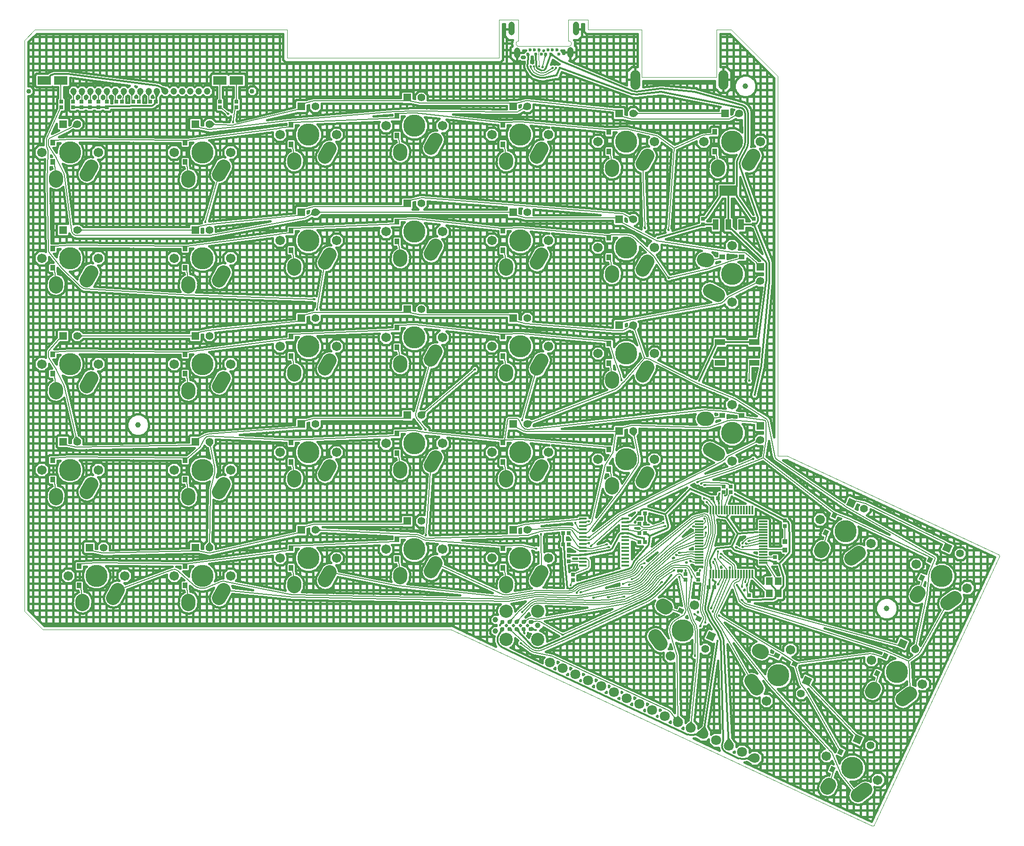
<source format=gbl>
%FSLAX46Y46*%
%OFA0.000000B0.000000*%
%SFA1B1*%
%MOMM*%
%AMFRECTNOHOLE10*
21,1,0.6000,0.6500,0.0000,0.0000,0*
%
%AMFRECTNOHOLE13*
21,1,2.4000,1.5000,0.0000,0.0000,0*
%
%AMFRECTNOHOLE14*
21,1,1.4000,1.4000,0.0000,0.0000,0*
%
%AMFRECTNOHOLE15*
21,1,1.4000,1.4000,0.0000,0.0000,335*
%
%AMFRECTNOHOLE16*
21,1,1.4000,1.4000,0.0000,0.0000,245*
%
%AMFRECTNOHOLE18*
21,1,0.6500,0.6000,0.0000,0.0000,0*
%
%AMFRECTNOHOLE19*
21,1,0.3000,1.5000,0.0000,0.0000,0*
%
%AMFRECTNOHOLE20*
21,1,1.5000,0.3000,0.0000,0.0000,0*
%
%AMFRECTNOHOLE21*
21,1,0.7976,0.7976,0.0000,0.0000,0*
%
%AMFRECTNOHOLE22*
21,1,1.2000,1.4000,0.0000,0.0000,0*
%
%AMFRECTNOHOLE23*
21,1,0.9500,1.9000,0.0000,0.0000,0*
%
%AMFRECTNOHOLE24*
21,1,3.2500,1.9000,0.0000,0.0000,0*
%
%AMFRECTNOHOLE25*
21,1,1.8000,1.1000,0.0000,0.0000,0*
%
%AMFRECTNOHOLE26*
21,1,1.4300,0.4000,0.0000,0.0000,0*
%
%AMFRECTNOHOLE27*
21,1,1.0008,0.8510,0.0000,0.0000,65*
%
%AMFRECTNOHOLE28*
21,1,0.8510,1.0008,0.0000,0.0000,0*
%
%AMFRECTNOHOLE29*
21,1,1.0008,0.8510,0.0000,0.0000,0*
%
%AMFRECTNOHOLE30*
21,1,1.0008,0.8510,0.0000,0.0000,335*
%
%ADD10FRECTNOHOLE10*%
%ADD13FRECTNOHOLE13*%
%ADD14FRECTNOHOLE14*%
%ADD15FRECTNOHOLE15*%
%ADD16FRECTNOHOLE16*%
%ADD18FRECTNOHOLE18*%
%ADD19FRECTNOHOLE19*%
%ADD20FRECTNOHOLE20*%
%ADD21FRECTNOHOLE21*%
%ADD22FRECTNOHOLE22*%
%ADD23FRECTNOHOLE23*%
%ADD24FRECTNOHOLE24*%
%ADD25FRECTNOHOLE25*%
%ADD26FRECTNOHOLE26*%
%ADD27FRECTNOHOLE27*%
%ADD28FRECTNOHOLE28*%
%ADD29FRECTNOHOLE29*%
%ADD30FRECTNOHOLE30*%
%ADD31C,0.0000X0.0000*%
%ADD32C,0.4000X0.0000*%
%ADD33C,0.3810X0.0000*%
%ADD34C,0.1524X0.0000*%
%ADD35C,0.3048X0.0000*%
%ADD36C,0.1016X0.0000*%
%ADD37C,0.4064X0.0000*%
%ADD38C,0.9906X0.0000*%
%ADD39C,2.3748X0.0000*%
%ADD40C,1.8000X0.0000*%
%ADD41C,1.0000X0.0000*%
%ADD42C,1.2000X0.0000*%
%ADD43C,0.8500X0.0000*%
%ADD44C,1.4000X0.0000*%
%ADD45C,3.9878X0.0000*%
%ADD46C,1.7018X0.0000*%
%ADD47C,2.5000X0.0000*%
%ADD48C,0.6000X0.0000*%
%ADD49C,1.1000X0.0000*%
%ADD50C,0.7000X0.0000*%
%ADD51C,0.7874X0.0000*%
%LNICEDLeft-Back*%
%LPD*%
G54D10*
X129278000Y-119761000D3*
X128278000Y-119761000D3*
X142359000Y-111887000D3*
X141359000Y-111887000D3*
X128278000Y-114554000D3*
X129278000Y-114554000D3*
X141724000Y-127889000D3*
X140724000Y-127889000D3*
X128278000Y-118110000D3*
X129278000Y-118110000D3*
X37219000Y-40513000D3*
X38219000Y-40513000D3*
X34171000Y-40513000D3*
X35171000Y-40513000D3*
X41267000Y-40513000D3*
X40267000Y-40513000D3*
X115562000Y-118110000D3*
X114562000Y-118110000D3*
X115562000Y-120142000D3*
X114562000Y-120142000D3*
X128278000Y-116459000D3*
X129278000Y-116459000D3*
G54D13*
X55797000Y-36665000D3*
X52797000Y-36665000D3*
X24197000Y-36665000D3*
X21197000Y-36665000D3*
G54D14*
X124587000Y-61668700D3*
X124587000Y-99769000D3*
X149987000Y-70241200D3*
X149987000Y-98816000D3*
X24575000Y-44526200D3*
X29337000Y-120724000D3*
X48387500Y-44526200D3*
X48387000Y-120724000D3*
X143637000Y-42621200D3*
X67437000Y-117549000D3*
X24575000Y-82624000D3*
X86487000Y-39751000D3*
X86487000Y-115951000D3*
X48387500Y-82624000D3*
X105537000Y-41348700D3*
X105537000Y-117549000D3*
X67437000Y-79449000D3*
X124587000Y-42621200D3*
X86487000Y-77851000D3*
X67437000Y-41348700D3*
X105537000Y-79449000D3*
X105537000Y-98499000D3*
X124598000Y-80708100D3*
X24575000Y-63573700D3*
X24575000Y-101674000D3*
X105537000Y-60398700D3*
X86487000Y-96901000D3*
X86487000Y-58801000D3*
X67437000Y-98499000D3*
X67437000Y-60398700D3*
X48387500Y-101674000D3*
X48387500Y-63573700D3*
G54D15*
X166332000Y-112678300D3*
X183596000Y-120728300D3*
X175544000Y-137994300D3*
X167492000Y-155261300D3*
G54D16*
X141133700Y-136662000D3*
X158397700Y-144713000D3*
G54D18*
X24257000Y-41521000D3*
X24257000Y-40521000D3*
X143383000Y-110736000D3*
X143383000Y-109736000D3*
X139700000Y-61603000D3*
X139700000Y-62603000D3*
X144653000Y-110736000D3*
X144653000Y-109736000D3*
X148844000Y-61603000D3*
X148844000Y-62603000D3*
X152654000Y-123436000D3*
X152654000Y-122436000D3*
X147955000Y-130294000D3*
X147955000Y-129294000D3*
X32512000Y-40521000D3*
X32512000Y-41521000D3*
X30988000Y-40521000D3*
X30988000Y-41521000D3*
X116332000Y-126611000D3*
X116332000Y-125611000D3*
X29464000Y-40521000D3*
X29464000Y-41521000D3*
X115570000Y-122182000D3*
X115570000Y-123182000D3*
X136525000Y-126484000D3*
X136525000Y-125484000D3*
X154432000Y-115832000D3*
X154432000Y-116832000D3*
X52832000Y-41521000D3*
X52832000Y-40521000D3*
X138811000Y-126484000D3*
X138811000Y-125484000D3*
X55753000Y-41521000D3*
X55753000Y-40521000D3*
X27940000Y-40521000D3*
X27940000Y-41521000D3*
X26416000Y-40521000D3*
X26416000Y-41521000D3*
G54D19*
X141030000Y-125511000D3*
X141530000Y-125511000D3*
X142030000Y-125511000D3*
X142530000Y-125511000D3*
X143030000Y-125511000D3*
X143530000Y-125511000D3*
X144030000Y-125511000D3*
X144530000Y-125511000D3*
X145030000Y-125511000D3*
X145530000Y-125511000D3*
X146030000Y-125511000D3*
X146530000Y-125511000D3*
X147030000Y-125511000D3*
X147530000Y-125511000D3*
X148030000Y-125511000D3*
X148530000Y-125511000D3*
X148530000Y-114011000D3*
X148030000Y-114011000D3*
X147530000Y-114011000D3*
X147030000Y-114011000D3*
X146530000Y-114011000D3*
X146030000Y-114011000D3*
X145530000Y-114011000D3*
X145030000Y-114011000D3*
X144530000Y-114011000D3*
X144030000Y-114011000D3*
X143530000Y-114011000D3*
X143030000Y-114011000D3*
X142530000Y-114011000D3*
X142030000Y-114011000D3*
X141530000Y-114011000D3*
X141030000Y-114011000D3*
G54D20*
X139030000Y-116011000D3*
X139030000Y-116511000D3*
X139030000Y-117011000D3*
X139030000Y-117511000D3*
X139030000Y-118011000D3*
X139030000Y-118511000D3*
X139030000Y-119011000D3*
X139030000Y-119511000D3*
X139030000Y-120011000D3*
X139030000Y-120511000D3*
X139030000Y-121011000D3*
X139030000Y-121511000D3*
X139030000Y-122011000D3*
X139030000Y-122511000D3*
X139030000Y-123011000D3*
X139030000Y-123511000D3*
X150530000Y-123511000D3*
X150530000Y-123011000D3*
X150530000Y-122511000D3*
X150530000Y-122011000D3*
X150530000Y-121511000D3*
X150530000Y-121011000D3*
X150530000Y-120511000D3*
X150530000Y-120011000D3*
X150530000Y-119511000D3*
X150530000Y-119011000D3*
X150530000Y-118511000D3*
X150530000Y-118011000D3*
X150530000Y-117511000D3*
X150530000Y-117011000D3*
X150530000Y-116511000D3*
X150530000Y-116011000D3*
G54D21*
X154432000Y-119646700D3*
X154432000Y-121145300D3*
G54D22*
X151600000Y-126789000D3*
X153200000Y-126789000D3*
X153200000Y-128989000D3*
X151600000Y-128989000D3*
G54D23*
X146572000Y-62613000D3*
X141972000Y-62613000D3*
X144272000Y-62613000D3*
G54D24*
X144272000Y-56513000D3*
G54D25*
X148896000Y-83748000D3*
X148896000Y-87448000D3*
X142696000Y-83748000D3*
X142696000Y-87448000D3*
G54D26*
X118125000Y-115536000D3*
X118125000Y-116186000D3*
X118125000Y-116836000D3*
X118125000Y-117486000D3*
X118125000Y-118136000D3*
X118125000Y-118786000D3*
X118125000Y-119436000D3*
X118125000Y-120086000D3*
X118125000Y-120736000D3*
X118125000Y-121386000D3*
X118125000Y-122036000D3*
X118125000Y-122686000D3*
X118125000Y-123336000D3*
X118125000Y-123986000D3*
X125715000Y-123986000D3*
X125715000Y-123336000D3*
X125715000Y-122686000D3*
X125715000Y-122036000D3*
X125715000Y-121386000D3*
X125715000Y-120736000D3*
X125715000Y-120086000D3*
X125715000Y-119436000D3*
X125715000Y-118786000D3*
X125715000Y-118136000D3*
X125715000Y-117486000D3*
X125715000Y-116836000D3*
X125715000Y-116186000D3*
X125715000Y-115536000D3*
G54D27*
X170990500Y-143401800D3*
X172469700Y-140229600D3*
X162939500Y-160668800D3*
X164418700Y-157496600D3*
X161775500Y-118088800D3*
X163254700Y-114916600D3*
X179040500Y-126139800D3*
X180519700Y-122967600D3*
G54D28*
X122746000Y-106596500D3*
X122746000Y-103096400D3*
X103696000Y-105326500D3*
X103696000Y-101826400D3*
X84645500Y-103728500D3*
X84645500Y-100228400D3*
X65595500Y-105326500D3*
X65595500Y-101826400D3*
X46545500Y-108501500D3*
X46545500Y-105001400D3*
X22733500Y-108501500D3*
X22733500Y-105001400D3*
X141796000Y-49448700D3*
X141796000Y-45948600D3*
X103696000Y-124376500D3*
X103696000Y-120876400D3*
X84645500Y-122778500D3*
X84645500Y-119278400D3*
X65595500Y-124376500D3*
X65595500Y-120876400D3*
X46545500Y-127551500D3*
X46545500Y-124051400D3*
X27495500Y-127551500D3*
X27495500Y-124051400D3*
X84645500Y-65628500D3*
X84645500Y-62128400D3*
X65595500Y-48176200D3*
X65595500Y-44676100D3*
X84645500Y-46578500D3*
X84645500Y-43078400D3*
X103696000Y-48176200D3*
X103696000Y-44676100D3*
X122746000Y-49448700D3*
X122746000Y-45948600D3*
X46545500Y-51353700D3*
X46545500Y-47853600D3*
X22733500Y-51353700D3*
X22733500Y-47853600D3*
X122746000Y-68496200D3*
X122746000Y-64996100D3*
X103696000Y-67226200D3*
X103696000Y-63726100D3*
X65595500Y-67226200D3*
X65595500Y-63726100D3*
X46545500Y-70401200D3*
X46545500Y-66901100D3*
X22733500Y-70401200D3*
X22733500Y-66901100D3*
X122756000Y-87535600D3*
X122756000Y-84035500D3*
X103696000Y-86276500D3*
X103696000Y-82776400D3*
X84645500Y-84678500D3*
X84645500Y-81178400D3*
X65595500Y-86276500D3*
X65595500Y-82776400D3*
X46545500Y-89451500D3*
X46545500Y-85951400D3*
X22733500Y-89451500D3*
X22733500Y-85951400D3*
G54D29*
X143159500Y-96974500D3*
X146659600Y-96974500D3*
X143159500Y-68399700D3*
X146659600Y-68399700D3*
G54D30*
X135726200Y-132108500D3*
X138898400Y-133587700D3*
X152990200Y-140160500D3*
X156162400Y-141639700D3*
G54D31*
X64897000Y-27559000D2*
X19558000Y-27559000D1*
X64897000Y-32639000D2*
X64897000Y-27559000D1*
X102997000Y-32639000D2*
X64897000Y-32639000D1*
X102997000Y-25781000D2*
X102997000Y-32639000D1*
X106528000Y-25781000D2*
X102997000Y-25781000D1*
X106528000Y-29540200D2*
X106528000Y-25781000D1*
X106442000Y-29547700D2*
X106528000Y-29540200D1*
X106358000Y-29570100D2*
X106442000Y-29547700D1*
X106280000Y-29606600D2*
X106358000Y-29570100D1*
X106209000Y-29656100D2*
X106280000Y-29606600D1*
X106148000Y-29717100D2*
X106209000Y-29656100D1*
X106099000Y-29787800D2*
X106148000Y-29717100D1*
X106062000Y-29866100D2*
X106099000Y-29787800D1*
X106040000Y-29949500D2*
X106062000Y-29866100D1*
X106032000Y-30035500D2*
X106040000Y-29949500D1*
X106040000Y-30121500D2*
X106032000Y-30035500D1*
X106062000Y-30204900D2*
X106040000Y-30121500D1*
X106099000Y-30283200D2*
X106062000Y-30204900D1*
X106148000Y-30353900D2*
X106099000Y-30283200D1*
X106209000Y-30414900D2*
X106148000Y-30353900D1*
X106280000Y-30464400D2*
X106209000Y-30414900D1*
X106358000Y-30500900D2*
X106280000Y-30464400D1*
X106442000Y-30523300D2*
X106358000Y-30500900D1*
X106528000Y-30530800D2*
X106442000Y-30523300D1*
X115468000Y-30530800D2*
X106528000Y-30530800D1*
X115554000Y-30523300D2*
X115468000Y-30530800D1*
X115638000Y-30500900D2*
X115554000Y-30523300D1*
X115716000Y-30464400D2*
X115638000Y-30500900D1*
X115787000Y-30414900D2*
X115716000Y-30464400D1*
X115848000Y-30353900D2*
X115787000Y-30414900D1*
X115897000Y-30283200D2*
X115848000Y-30353900D1*
X115934000Y-30204900D2*
X115897000Y-30283200D1*
X115956000Y-30121500D2*
X115934000Y-30204900D1*
X115964000Y-30035500D2*
X115956000Y-30121500D1*
X115956000Y-29949500D2*
X115964000Y-30035500D1*
X115934000Y-29866100D2*
X115956000Y-29949500D1*
X115897000Y-29787800D2*
X115934000Y-29866100D1*
X115848000Y-29717100D2*
X115897000Y-29787800D1*
X115787000Y-29656100D2*
X115848000Y-29717100D1*
X115716000Y-29606600D2*
X115787000Y-29656100D1*
X115638000Y-29570100D2*
X115716000Y-29606600D1*
X115554000Y-29547700D2*
X115638000Y-29570100D1*
X115468000Y-29540200D2*
X115554000Y-29547700D1*
X115468000Y-25781000D2*
X115468000Y-29540200D1*
X118999000Y-25781000D2*
X115468000Y-25781000D1*
X118999000Y-27559000D2*
X118999000Y-25781000D1*
X128651000Y-27559000D2*
X118999000Y-27559000D1*
X128651000Y-36068000D2*
X128651000Y-27559000D1*
X142113000Y-36068000D2*
X128651000Y-36068000D1*
X142113000Y-27559000D2*
X142113000Y-36068000D1*
X144780000Y-27559000D2*
X142113000Y-27559000D1*
X153162000Y-35941000D2*
X144780000Y-27559000D1*
X153162000Y-104267000D2*
X153162000Y-35941000D1*
X154813000Y-104267000D2*
X153162000Y-104267000D1*
X192913000Y-122047000D2*
X154813000Y-104267000D1*
X193040000Y-122301000D2*
X192913000Y-122047000D1*
X170434000Y-170815000D2*
X193040000Y-122301000D1*
X170053000Y-170815000D2*
X170434000Y-170815000D1*
X94361000Y-135509000D2*
X170053000Y-170815000D1*
X90170000Y-135509000D2*
X94361000Y-135509000D1*
X20955000Y-135509000D2*
X90170000Y-135509000D1*
X17653000Y-132207000D2*
X20955000Y-135509000D1*
X17653000Y-29464000D2*
X17653000Y-132207000D1*
X19558000Y-27559000D2*
X17653000Y-29464000D1*
G54D32*
X51614400Y-43580300D2*
X51626600Y-43593300D1*
X51613600Y-43580300D2*
X51614400Y-43580300D1*
X51405500Y-43372200D2*
X51613600Y-43580300D1*
X50449500Y-43372200D2*
X51405500Y-43372200D1*
X49773500Y-44048200D2*
X50449500Y-43372200D1*
X49773500Y-44757000D2*
X49773500Y-44048200D1*
X49541500Y-44705600D2*
X49773500Y-44757000D1*
X49541500Y-43826200D2*
X49541500Y-44705600D1*
X49541500Y-43638100D2*
X49541500Y-43826200D1*
X49275600Y-43372200D2*
X49541500Y-43638100D1*
X49087500Y-43372200D2*
X49275600Y-43372200D1*
X47875600Y-43372200D2*
X49087500Y-43372200D1*
X47687500Y-43372200D2*
X47875600Y-43372200D1*
X47499400Y-43372200D2*
X47687500Y-43372200D1*
X47233500Y-43638100D2*
X47499400Y-43372200D1*
X47233500Y-43826200D2*
X47233500Y-43638100D1*
X47233500Y-44014300D2*
X47233500Y-43826200D1*
X47233500Y-45226200D2*
X47233500Y-44014300D1*
X47233500Y-45414300D2*
X47233500Y-45226200D1*
X47499400Y-45680200D2*
X47233500Y-45414300D1*
X47687500Y-45680200D2*
X47499400Y-45680200D1*
X48791700Y-45680200D2*
X47687500Y-45680200D1*
X48906300Y-45680200D2*
X48791700Y-45680200D1*
X49011300Y-45680200D2*
X48906300Y-45680200D1*
X49037700Y-45680200D2*
X49011300Y-45680200D1*
X50595700Y-46025100D2*
X49037700Y-45680200D1*
X50674400Y-46042500D2*
X50595700Y-46025100D1*
X50695200Y-46047100D2*
X50674400Y-46042500D1*
X50738300Y-46053100D2*
X50695200Y-46047100D1*
X50759400Y-46054300D2*
X50738300Y-46053100D1*
X50922700Y-46063500D2*
X50759400Y-46054300D1*
X50944000Y-46064700D2*
X50922700Y-46063500D1*
X50987500Y-46063600D2*
X50944000Y-46064700D1*
X51008700Y-46061300D2*
X50987500Y-46063600D1*
X51089400Y-46052700D2*
X51008700Y-46061300D1*
X55310400Y-45606400D2*
X51089400Y-46052700D1*
X55317200Y-45605600D2*
X55310400Y-45606400D1*
X55331500Y-45603900D2*
X55317200Y-45605600D1*
X55333200Y-45603700D2*
X55331500Y-45603900D1*
X64716000Y-44458100D2*
X55333200Y-45603700D1*
X64716000Y-44615500D2*
X64716000Y-44458100D1*
X63446200Y-44752500D2*
X64716000Y-44615500D1*
X63440400Y-44753100D2*
X63446200Y-44752500D1*
X63415200Y-44756100D2*
X63440400Y-44753100D1*
X63409500Y-44756800D2*
X63415200Y-44756100D1*
X46941600Y-46899200D2*
X63409500Y-44756800D1*
X46894800Y-46899200D2*
X46941600Y-46899200D1*
X46776300Y-46899200D2*
X46894800Y-46899200D1*
X46415800Y-46899200D2*
X46776300Y-46899200D1*
X46339600Y-46899200D2*
X46415800Y-46899200D1*
X46315000Y-46899200D2*
X46339600Y-46899200D1*
X46308100Y-46899200D2*
X46315000Y-46899200D1*
X46196200Y-46899200D2*
X46308100Y-46899200D1*
X46122700Y-46899200D2*
X46196200Y-46899200D1*
X46120000Y-46899200D2*
X46122700Y-46899200D1*
X25862000Y-46777200D2*
X46120000Y-46899200D1*
X25847800Y-46777300D2*
X25862000Y-46777200D1*
X25727500Y-46779800D2*
X25847800Y-46777300D1*
X25714000Y-46780300D2*
X25727500Y-46779800D1*
X23814900Y-46868300D2*
X25714000Y-46780300D1*
X25641400Y-45976700D2*
X23814900Y-46868300D1*
X25658700Y-45967800D2*
X25641400Y-45976700D1*
X25676100Y-45958500D2*
X25658700Y-45967800D1*
X25689200Y-45951300D2*
X25676100Y-45958500D1*
X26423500Y-45531900D2*
X25689200Y-45951300D1*
X26511900Y-45555100D2*
X26423500Y-45531900D1*
X26637000Y-45680200D2*
X26511900Y-45555100D1*
X26989000Y-45680200D2*
X26637000Y-45680200D1*
X27036300Y-45692600D2*
X26989000Y-45680200D1*
X27057500Y-45680200D2*
X27036300Y-45692600D1*
X27593000Y-45680200D2*
X27057500Y-45680200D1*
X28269000Y-45004200D2*
X27593000Y-45680200D1*
X28269000Y-44048200D2*
X28269000Y-45004200D1*
X27593000Y-43372200D2*
X28269000Y-44048200D1*
X26637000Y-43372200D2*
X27593000Y-43372200D1*
X25961000Y-44048200D2*
X26637000Y-43372200D1*
X25961000Y-44387000D2*
X25961000Y-44048200D1*
X25897400Y-44611100D2*
X25961000Y-44387000D1*
X25729000Y-44707300D2*
X25897400Y-44611100D1*
X25729000Y-43826200D2*
X25729000Y-44707300D1*
X25729000Y-43638100D2*
X25729000Y-43826200D1*
X25463100Y-43372200D2*
X25729000Y-43638100D1*
X25275000Y-43372200D2*
X25463100Y-43372200D1*
X24063100Y-43372200D2*
X25275000Y-43372200D1*
X23906300Y-43372200D2*
X24063100Y-43372200D1*
X24393800Y-42275000D2*
X23906300Y-43372200D1*
X24582000Y-42275000D2*
X24393800Y-42275000D1*
X24770100Y-42275000D2*
X24582000Y-42275000D1*
X25036000Y-42009100D2*
X24770100Y-42275000D1*
X25036000Y-41821000D2*
X25036000Y-42009100D1*
X25036000Y-41409100D2*
X25036000Y-41821000D1*
X25036000Y-41221000D2*
X25036000Y-41409100D1*
X25036000Y-41032900D2*
X25036000Y-41221000D1*
X25024100Y-41021000D2*
X25036000Y-41032900D1*
X25036000Y-41009100D2*
X25024100Y-41021000D1*
X25036000Y-40821000D2*
X25036000Y-41009100D1*
X25036000Y-40409100D2*
X25036000Y-40821000D1*
X25036000Y-40221000D2*
X25036000Y-40409100D1*
X25036000Y-40032900D2*
X25036000Y-40221000D1*
X24770100Y-39767000D2*
X25036000Y-40032900D1*
X24757200Y-39767000D2*
X24770100Y-39767000D1*
X24757200Y-37869000D2*
X24757200Y-39767000D1*
X25397000Y-37869000D2*
X24757200Y-37869000D1*
X25585100Y-37869000D2*
X25397000Y-37869000D1*
X25851000Y-37603100D2*
X25585100Y-37869000D1*
X25851000Y-37415000D2*
X25851000Y-37603100D1*
X25851000Y-36201200D2*
X25851000Y-37415000D1*
X36530500Y-37590900D2*
X25851000Y-36201200D1*
X36247000Y-37874400D2*
X36530500Y-37590900D1*
X35933600Y-37561000D2*
X36247000Y-37874400D1*
X35060400Y-37561000D2*
X35933600Y-37561000D1*
X34747000Y-37874400D2*
X35060400Y-37561000D1*
X34433600Y-37561000D2*
X34747000Y-37874400D1*
X33560400Y-37561000D2*
X34433600Y-37561000D1*
X33247000Y-37874400D2*
X33560400Y-37561000D1*
X32933600Y-37561000D2*
X33247000Y-37874400D1*
X32060400Y-37561000D2*
X32933600Y-37561000D1*
X31747000Y-37874400D2*
X32060400Y-37561000D1*
X31433600Y-37561000D2*
X31747000Y-37874400D1*
X30560400Y-37561000D2*
X31433600Y-37561000D1*
X30247000Y-37874400D2*
X30560400Y-37561000D1*
X29933600Y-37561000D2*
X30247000Y-37874400D1*
X29060400Y-37561000D2*
X29933600Y-37561000D1*
X28747000Y-37874400D2*
X29060400Y-37561000D1*
X28433600Y-37561000D2*
X28747000Y-37874400D1*
X27560400Y-37561000D2*
X28433600Y-37561000D1*
X27247000Y-37874400D2*
X27560400Y-37561000D1*
X26933600Y-37561000D2*
X27247000Y-37874400D1*
X26060400Y-37561000D2*
X26933600Y-37561000D1*
X25443000Y-38178400D2*
X26060400Y-37561000D1*
X25443000Y-39051600D2*
X25443000Y-38178400D1*
X25732000Y-39340600D2*
X25443000Y-39051600D1*
X25966800Y-39601400D2*
X25732000Y-39340600D1*
X25966800Y-39767000D2*
X25966800Y-39601400D1*
X25902900Y-39767000D2*
X25966800Y-39767000D1*
X25637000Y-40032900D2*
X25902900Y-39767000D1*
X25637000Y-40221000D2*
X25637000Y-40032900D1*
X25637000Y-40632900D2*
X25637000Y-40221000D1*
X25637000Y-40821000D2*
X25637000Y-40632900D1*
X25637000Y-41009100D2*
X25637000Y-40821000D1*
X25648900Y-41021000D2*
X25637000Y-41009100D1*
X25637000Y-41032900D2*
X25648900Y-41021000D1*
X25637000Y-41221000D2*
X25637000Y-41032900D1*
X25637000Y-41632900D2*
X25637000Y-41221000D1*
X25637000Y-41821000D2*
X25637000Y-41632900D1*
X25637000Y-42009100D2*
X25637000Y-41821000D1*
X25902900Y-42275000D2*
X25637000Y-42009100D1*
X26091000Y-42275000D2*
X25902900Y-42275000D1*
X26279100Y-42275000D2*
X26091000Y-42275000D1*
X26741000Y-42275000D2*
X26279100Y-42275000D1*
X26929100Y-42275000D2*
X26741000Y-42275000D1*
X27076700Y-42127400D2*
X26929100Y-42275000D1*
X27279300Y-42127400D2*
X27076700Y-42127400D1*
X27426900Y-42275000D2*
X27279300Y-42127400D1*
X27615000Y-42275000D2*
X27426900Y-42275000D1*
X27803100Y-42275000D2*
X27615000Y-42275000D1*
X28265000Y-42275000D2*
X27803100Y-42275000D1*
X28453100Y-42275000D2*
X28265000Y-42275000D1*
X28600700Y-42127400D2*
X28453100Y-42275000D1*
X28803300Y-42127400D2*
X28600700Y-42127400D1*
X28950900Y-42275000D2*
X28803300Y-42127400D1*
X29139000Y-42275000D2*
X28950900Y-42275000D1*
X29327100Y-42275000D2*
X29139000Y-42275000D1*
X29789000Y-42275000D2*
X29327100Y-42275000D1*
X29977100Y-42275000D2*
X29789000Y-42275000D1*
X30124700Y-42127400D2*
X29977100Y-42275000D1*
X30327300Y-42127400D2*
X30124700Y-42127400D1*
X30474900Y-42275000D2*
X30327300Y-42127400D1*
X30663000Y-42275000D2*
X30474900Y-42275000D1*
X30851100Y-42275000D2*
X30663000Y-42275000D1*
X31313000Y-42275000D2*
X30851100Y-42275000D1*
X31501100Y-42275000D2*
X31313000Y-42275000D1*
X31648700Y-42127400D2*
X31501100Y-42275000D1*
X31851300Y-42127400D2*
X31648700Y-42127400D1*
X31998900Y-42275000D2*
X31851300Y-42127400D1*
X32187000Y-42275000D2*
X31998900Y-42275000D1*
X32375100Y-42275000D2*
X32187000Y-42275000D1*
X32837000Y-42275000D2*
X32375100Y-42275000D1*
X33025100Y-42275000D2*
X32837000Y-42275000D1*
X33291000Y-42009100D2*
X33025100Y-42275000D1*
X33291000Y-41970900D2*
X33291000Y-42009100D1*
X40586700Y-41825300D2*
X33291000Y-41970900D1*
X40642700Y-41824200D2*
X40586700Y-41825300D1*
X40687200Y-41823400D2*
X40642700Y-41824200D1*
X40776100Y-41808400D2*
X40687200Y-41823400D1*
X40818500Y-41794600D2*
X40776100Y-41808400D1*
X40926100Y-41759600D2*
X40818500Y-41794600D1*
X40968400Y-41745800D2*
X40926100Y-41759600D1*
X41048200Y-41706200D2*
X40968400Y-41745800D1*
X41084200Y-41681100D2*
X41048200Y-41706200D1*
X41130600Y-41648900D2*
X41084200Y-41681100D1*
X41131700Y-41648100D2*
X41130600Y-41648900D1*
X41400900Y-41460400D2*
X41131700Y-41648100D1*
X41431600Y-41439100D2*
X41400900Y-41460400D1*
X41491800Y-41397100D2*
X41431600Y-41439100D1*
X41584200Y-41292000D2*
X41491800Y-41397100D1*
X41755100Y-41292000D2*
X41584200Y-41292000D1*
X42021000Y-41026100D2*
X41755100Y-41292000D1*
X42021000Y-40838000D2*
X42021000Y-41026100D1*
X42021000Y-40448800D2*
X42021000Y-40838000D1*
X42021000Y-40340400D2*
X42021000Y-40448800D1*
X42021000Y-40203200D2*
X42021000Y-40340400D1*
X42044200Y-39759700D2*
X42021000Y-40203200D1*
X42269900Y-39378500D2*
X42044200Y-39759700D1*
X42560400Y-39669000D2*
X42269900Y-39378500D1*
X43433600Y-39669000D2*
X42560400Y-39669000D1*
X43747000Y-39355600D2*
X43433600Y-39669000D1*
X44060400Y-39669000D2*
X43747000Y-39355600D1*
X44933600Y-39669000D2*
X44060400Y-39669000D1*
X45247000Y-39355600D2*
X44933600Y-39669000D1*
X45560400Y-39669000D2*
X45247000Y-39355600D1*
X46433600Y-39669000D2*
X45560400Y-39669000D1*
X46747000Y-39355600D2*
X46433600Y-39669000D1*
X47060400Y-39669000D2*
X46747000Y-39355600D1*
X47933600Y-39669000D2*
X47060400Y-39669000D1*
X48247000Y-39355600D2*
X47933600Y-39669000D1*
X48560400Y-39669000D2*
X48247000Y-39355600D1*
X49433600Y-39669000D2*
X48560400Y-39669000D1*
X49747000Y-39355600D2*
X49433600Y-39669000D1*
X50060400Y-39669000D2*
X49747000Y-39355600D1*
X50933600Y-39669000D2*
X50060400Y-39669000D1*
X51551000Y-39051600D2*
X50933600Y-39669000D1*
X51551000Y-38178400D2*
X51551000Y-39051600D1*
X50933600Y-37561000D2*
X51551000Y-38178400D1*
X50060400Y-37561000D2*
X50933600Y-37561000D1*
X49747000Y-37874400D2*
X50060400Y-37561000D1*
X49433600Y-37561000D2*
X49747000Y-37874400D1*
X48560400Y-37561000D2*
X49433600Y-37561000D1*
X48247000Y-37874400D2*
X48560400Y-37561000D1*
X47933600Y-37561000D2*
X48247000Y-37874400D1*
X47060400Y-37561000D2*
X47933600Y-37561000D1*
X46747000Y-37874400D2*
X47060400Y-37561000D1*
X46433600Y-37561000D2*
X46747000Y-37874400D1*
X45560400Y-37561000D2*
X46433600Y-37561000D1*
X45247000Y-37874400D2*
X45560400Y-37561000D1*
X44933600Y-37561000D2*
X45247000Y-37874400D1*
X44060400Y-37561000D2*
X44933600Y-37561000D1*
X43747000Y-37874400D2*
X44060400Y-37561000D1*
X43433600Y-37561000D2*
X43747000Y-37874400D1*
X43119300Y-37561000D2*
X43433600Y-37561000D1*
X42550400Y-37427200D2*
X43119300Y-37561000D1*
X42535200Y-37414100D2*
X42550400Y-37427200D1*
X42425600Y-37319400D2*
X42535200Y-37414100D1*
X42391900Y-37290300D2*
X42425600Y-37319400D1*
X42317700Y-37243000D2*
X42391900Y-37290300D1*
X42276700Y-37224700D2*
X42317700Y-37243000D1*
X42013800Y-37107100D2*
X42276700Y-37224700D1*
X41973100Y-37088900D2*
X42013800Y-37107100D1*
X41888500Y-37065000D2*
X41973100Y-37088900D1*
X41844200Y-37059200D2*
X41888500Y-37065000D1*
X41701600Y-37040700D2*
X41844200Y-37059200D1*
X25690200Y-34957400D2*
X41701600Y-37040700D1*
X25660300Y-34927500D2*
X25690200Y-34957400D1*
X25648200Y-34927500D2*
X25660300Y-34927500D1*
X25409100Y-34927500D2*
X25648200Y-34927500D1*
X25145800Y-34927500D2*
X25409100Y-34927500D1*
X22997000Y-34927500D2*
X25145800Y-34927500D1*
X22959600Y-34927500D2*
X22997000Y-34927500D1*
X22929900Y-34927500D2*
X22959600Y-34927500D1*
X22745800Y-34927500D2*
X22929900Y-34927500D1*
X22703100Y-34970200D2*
X22745800Y-34927500D1*
X22682700Y-34976400D2*
X22703100Y-34970200D1*
X22654700Y-34988000D2*
X22682700Y-34976400D1*
X22620100Y-35002300D2*
X22654700Y-34988000D1*
X22107200Y-35213700D2*
X22620100Y-35002300D1*
X22064400Y-35231400D2*
X22107200Y-35213700D1*
X21981600Y-35265600D2*
X22064400Y-35231400D1*
X21842200Y-35379700D2*
X21981600Y-35265600D1*
X21792300Y-35454400D2*
X21842200Y-35379700D1*
X21787900Y-35461000D2*
X21792300Y-35454400D1*
X19997000Y-35461000D2*
X21787900Y-35461000D1*
X19808900Y-35461000D2*
X19997000Y-35461000D1*
X19543000Y-35726900D2*
X19808900Y-35461000D1*
X19543000Y-35915000D2*
X19543000Y-35726900D1*
X19543000Y-37226900D2*
X19543000Y-35915000D1*
X19543000Y-37415000D2*
X19543000Y-37226900D1*
X19543000Y-37603100D2*
X19543000Y-37415000D1*
X19808900Y-37869000D2*
X19543000Y-37603100D1*
X19997000Y-37869000D2*
X19808900Y-37869000D1*
X20185100Y-37869000D2*
X19997000Y-37869000D1*
X22397000Y-37869000D2*
X20185100Y-37869000D1*
X22585100Y-37869000D2*
X22397000Y-37869000D1*
X22697000Y-37757100D2*
X22585100Y-37869000D1*
X22808900Y-37869000D2*
X22697000Y-37757100D1*
X22997000Y-37869000D2*
X22808900Y-37869000D1*
X23185100Y-37869000D2*
X22997000Y-37869000D1*
X23696800Y-37869000D2*
X23185100Y-37869000D1*
X23696800Y-39814100D2*
X23696800Y-37869000D1*
X23478000Y-40032900D2*
X23696800Y-39814100D1*
X23478000Y-40221000D2*
X23478000Y-40032900D1*
X23478000Y-40821000D2*
X23478000Y-40221000D1*
X23478000Y-41009100D2*
X23478000Y-40821000D1*
X23489900Y-41021000D2*
X23478000Y-41009100D1*
X23478000Y-41032900D2*
X23489900Y-41021000D1*
X23478000Y-41221000D2*
X23478000Y-41032900D1*
X23478000Y-41601400D2*
X23478000Y-41221000D1*
X23478000Y-41631800D2*
X23478000Y-41601400D1*
X23478000Y-41724600D2*
X23478000Y-41631800D1*
X21196700Y-46859200D2*
X23478000Y-41724600D1*
X21167600Y-46924600D2*
X21196700Y-46859200D1*
X21156300Y-46950000D2*
X21167600Y-46924600D1*
X21139200Y-47002800D2*
X21156300Y-46950000D1*
X21133400Y-47029800D2*
X21139200Y-47002800D1*
X21116600Y-47108800D2*
X21133400Y-47029800D1*
X21091800Y-47133600D2*
X21116600Y-47108800D1*
X21091800Y-47253200D2*
X21091800Y-47133600D1*
X21091800Y-47281100D2*
X21091800Y-47253200D1*
X21091800Y-47353200D2*
X21091800Y-47281100D1*
X21091800Y-48301300D2*
X21091800Y-47353200D1*
X20224500Y-48301300D2*
X21091800Y-48301300D1*
X19460100Y-49065700D2*
X20224500Y-48301300D1*
X19460100Y-50146700D2*
X19460100Y-49065700D1*
X20224500Y-50911100D2*
X19460100Y-50146700D1*
X21305500Y-50911100D2*
X20224500Y-50911100D1*
X21348100Y-50868500D2*
X21305500Y-50911100D1*
X21220900Y-54614700D2*
X21348100Y-50868500D1*
X21220600Y-54628900D2*
X21220900Y-54614700D1*
X21220000Y-54712700D2*
X21220600Y-54628900D1*
X21220100Y-54727100D2*
X21220000Y-54712700D1*
X21473100Y-67418200D2*
X21220100Y-54727100D1*
X21474100Y-67468400D2*
X21473100Y-67418200D1*
X21475000Y-67512000D2*
X21474100Y-67468400D1*
X21476400Y-67519700D2*
X21475000Y-67512000D1*
X21305500Y-67348800D2*
X21476400Y-67519700D1*
X20224500Y-67348800D2*
X21305500Y-67348800D1*
X19460100Y-68113200D2*
X20224500Y-67348800D1*
X19460100Y-69194200D2*
X19460100Y-68113200D1*
X20224500Y-69958600D2*
X19460100Y-69194200D1*
X21305500Y-69958600D2*
X20224500Y-69958600D1*
X22069900Y-69194200D2*
X21305500Y-69958600D1*
X22069900Y-68445500D2*
X22069900Y-69194200D1*
X22863600Y-69446800D2*
X22069900Y-68445500D1*
X22496100Y-69446800D2*
X22863600Y-69446800D1*
X22308000Y-69446800D2*
X22496100Y-69446800D1*
X22119900Y-69446800D2*
X22308000Y-69446800D1*
X21854000Y-69712700D2*
X22119900Y-69446800D1*
X21854000Y-69900800D2*
X21854000Y-69712700D1*
X21854000Y-70088900D2*
X21854000Y-69900800D1*
X21854000Y-70901600D2*
X21854000Y-70088900D1*
X21854000Y-71089700D2*
X21854000Y-70901600D1*
X22119900Y-71355600D2*
X21854000Y-71089700D1*
X22308000Y-71355600D2*
X22119900Y-71355600D1*
X22601500Y-71355600D2*
X22308000Y-71355600D1*
X22629700Y-71597000D2*
X22601500Y-71355600D1*
X22482900Y-71646100D2*
X22629700Y-71597000D1*
X21971400Y-72090900D2*
X22482900Y-71646100D1*
X21668900Y-72697600D2*
X21971400Y-72090900D1*
X21581300Y-73952400D2*
X21668900Y-72697600D1*
X21796500Y-74595300D2*
X21581300Y-73952400D1*
X22241300Y-75106800D2*
X21796500Y-74595300D1*
X22848000Y-75409300D2*
X22241300Y-75106800D1*
X23524200Y-75456500D2*
X22848000Y-75409300D1*
X24167100Y-75241300D2*
X23524200Y-75456500D1*
X24678600Y-74796500D2*
X24167100Y-75241300D1*
X24981100Y-74189800D2*
X24678600Y-74796500D1*
X25068700Y-72935000D2*
X24981100Y-74189800D1*
X24853500Y-72292100D2*
X25068700Y-72935000D1*
X24408700Y-71780600D2*
X24853500Y-72292100D1*
X23802000Y-71478100D2*
X24408700Y-71780600D1*
X23682400Y-71469700D2*
X23802000Y-71478100D1*
X23613000Y-70875500D2*
X23682400Y-71469700D1*
X23613000Y-70825400D2*
X23613000Y-70875500D1*
X23613000Y-70732900D2*
X23613000Y-70825400D1*
X23613000Y-70392100D2*
X23613000Y-70732900D1*
X23627800Y-70410800D2*
X23613000Y-70392100D1*
X23670700Y-70465000D2*
X23627800Y-70410800D1*
X23691700Y-70489900D2*
X23670700Y-70465000D1*
X23785500Y-70594500D2*
X23691700Y-70489900D1*
X23807900Y-70618000D2*
X23785500Y-70594500D1*
X23859300Y-70668700D2*
X23807900Y-70618000D1*
X27381800Y-74139300D2*
X23859300Y-70668700D1*
X27583000Y-74337500D2*
X27381800Y-74139300D1*
X27616700Y-74370700D2*
X27583000Y-74337500D1*
X27695600Y-74424600D2*
X27616700Y-74370700D1*
X27739600Y-74444200D2*
X27695600Y-74424600D1*
X28255900Y-74673900D2*
X27739600Y-74444200D1*
X28299100Y-74693200D2*
X28255900Y-74673900D1*
X28392000Y-74715900D2*
X28299100Y-74693200D1*
X28440100Y-74718800D2*
X28392000Y-74715900D1*
X28722200Y-74735500D2*
X28440100Y-74718800D1*
X46993800Y-75814500D2*
X28722200Y-74735500D1*
X47001100Y-75814900D2*
X46993800Y-75814500D1*
X47040900Y-75816700D2*
X47001100Y-75814900D1*
X47047200Y-75816900D2*
X47040900Y-75816700D1*
X69352000Y-76561500D2*
X47047200Y-75816900D1*
X69400800Y-76585900D2*
X69352000Y-76561500D1*
X69517800Y-76702900D2*
X69400800Y-76585900D1*
X69634900Y-76702900D2*
X69517800Y-76702900D1*
X69692700Y-76731800D2*
X69634900Y-76702900D1*
X69779300Y-76702900D2*
X69692700Y-76731800D1*
X69925200Y-76702900D2*
X69779300Y-76702900D1*
X69797400Y-77445300D2*
X69925200Y-76702900D1*
X69740500Y-77528400D2*
X69797400Y-77445300D1*
X69591300Y-77677600D2*
X69740500Y-77528400D1*
X69591300Y-77746300D2*
X69591300Y-77677600D1*
X69582100Y-77759700D2*
X69591300Y-77746300D1*
X69591300Y-77808800D2*
X69582100Y-77759700D1*
X69591300Y-77962000D2*
X69591300Y-77808800D1*
X68087200Y-78295000D2*
X69591300Y-77962000D1*
X68060800Y-78295000D2*
X68087200Y-78295000D1*
X67954900Y-78295000D2*
X68060800Y-78295000D1*
X67917400Y-78295000D2*
X67954900Y-78295000D1*
X66925100Y-78295000D2*
X67917400Y-78295000D1*
X66737000Y-78295000D2*
X66925100Y-78295000D1*
X66548900Y-78295000D2*
X66737000Y-78295000D1*
X66283000Y-78560900D2*
X66548900Y-78295000D1*
X66283000Y-78749000D2*
X66283000Y-78560900D1*
X66283000Y-78937100D2*
X66283000Y-78749000D1*
X66283000Y-79584000D2*
X66283000Y-78937100D1*
X50778500Y-81096100D2*
X66283000Y-79584000D1*
X50748800Y-81099000D2*
X50778500Y-81096100D1*
X50717300Y-81103000D2*
X50748800Y-81099000D1*
X50656700Y-81112600D2*
X50717300Y-81103000D1*
X50625200Y-81118600D2*
X50656700Y-81112600D1*
X50595700Y-81125100D2*
X50625200Y-81118600D1*
X49037700Y-81470000D2*
X50595700Y-81125100D1*
X49011300Y-81470000D2*
X49037700Y-81470000D1*
X48905400Y-81470000D2*
X49011300Y-81470000D1*
X48867900Y-81470000D2*
X48905400Y-81470000D1*
X47875600Y-81470000D2*
X48867900Y-81470000D1*
X47687500Y-81470000D2*
X47875600Y-81470000D1*
X47499400Y-81470000D2*
X47687500Y-81470000D1*
X47233500Y-81735900D2*
X47499400Y-81470000D1*
X47233500Y-81924000D2*
X47233500Y-81735900D1*
X47233500Y-82093800D2*
X47233500Y-81924000D1*
X28216800Y-82093800D2*
X47233500Y-82093800D1*
X27593000Y-81470000D2*
X28216800Y-82093800D1*
X26637000Y-81470000D2*
X27593000Y-81470000D1*
X25961000Y-82146000D2*
X26637000Y-81470000D1*
X25961000Y-83102000D2*
X25961000Y-82146000D1*
X26637000Y-83778000D2*
X25961000Y-83102000D1*
X27593000Y-83778000D2*
X26637000Y-83778000D1*
X28216800Y-83154200D2*
X27593000Y-83778000D1*
X47233500Y-83154200D2*
X28216800Y-83154200D1*
X47233500Y-83324000D2*
X47233500Y-83154200D1*
X47233500Y-83512100D2*
X47233500Y-83324000D1*
X47499400Y-83778000D2*
X47233500Y-83512100D1*
X47687500Y-83778000D2*
X47499400Y-83778000D1*
X49087500Y-83778000D2*
X47687500Y-83778000D1*
X49275600Y-83778000D2*
X49087500Y-83778000D1*
X49541500Y-83512100D2*
X49275600Y-83778000D1*
X49541500Y-83324000D2*
X49541500Y-83512100D1*
X49541500Y-82444600D2*
X49541500Y-83324000D1*
X49773500Y-82393200D2*
X49541500Y-82444600D1*
X49773500Y-83102000D2*
X49773500Y-82393200D1*
X50449500Y-83778000D2*
X49773500Y-83102000D1*
X51405500Y-83778000D2*
X50449500Y-83778000D1*
X52081500Y-83102000D2*
X51405500Y-83778000D1*
X52081500Y-82146000D2*
X52081500Y-83102000D1*
X51979900Y-82044400D2*
X52081500Y-82146000D1*
X66759600Y-80603000D2*
X51979900Y-82044400D1*
X66813200Y-80603000D2*
X66759600Y-80603000D1*
X66919100Y-80603000D2*
X66813200Y-80603000D1*
X68137000Y-80603000D2*
X66919100Y-80603000D1*
X68325100Y-80603000D2*
X68137000Y-80603000D1*
X68591000Y-80337100D2*
X68325100Y-80603000D1*
X68591000Y-80149000D2*
X68591000Y-80337100D1*
X68591000Y-79269600D2*
X68591000Y-80149000D1*
X68823000Y-79218200D2*
X68591000Y-79269600D1*
X68823000Y-79927000D2*
X68823000Y-79218200D1*
X69499000Y-80603000D2*
X68823000Y-79927000D1*
X70455000Y-80603000D2*
X69499000Y-80603000D1*
X71131000Y-79927000D2*
X70455000Y-80603000D1*
X71131000Y-78988100D2*
X71131000Y-79927000D1*
X85567400Y-78988100D2*
X71131000Y-78988100D1*
X85582000Y-78988100D2*
X85567400Y-78988100D1*
X85598900Y-79005000D2*
X85582000Y-78988100D1*
X85787000Y-79005000D2*
X85598900Y-79005000D1*
X86967400Y-79005000D2*
X85787000Y-79005000D1*
X87005800Y-79005000D2*
X86967400Y-79005000D1*
X87110800Y-79005000D2*
X87005800Y-79005000D1*
X87137200Y-79005000D2*
X87110800Y-79005000D1*
X88695100Y-79349800D2*
X87137200Y-79005000D1*
X88747900Y-79361500D2*
X88695100Y-79349800D1*
X88762400Y-79364700D2*
X88747900Y-79361500D1*
X88790700Y-79369400D2*
X88762400Y-79364700D1*
X88807400Y-79386100D2*
X88790700Y-79369400D1*
X88958500Y-79386100D2*
X88807400Y-79386100D1*
X88972600Y-79386100D2*
X88958500Y-79386100D1*
X89027000Y-79386100D2*
X88972600Y-79386100D1*
X104383000Y-79386100D2*
X89027000Y-79386100D1*
X104383000Y-80149000D2*
X104383000Y-79386100D1*
X104383000Y-80337100D2*
X104383000Y-80149000D1*
X104648900Y-80603000D2*
X104383000Y-80337100D1*
X104837000Y-80603000D2*
X104648900Y-80603000D1*
X105941200Y-80603000D2*
X104837000Y-80603000D1*
X106055800Y-80603000D2*
X105941200Y-80603000D1*
X106160800Y-80603000D2*
X106055800Y-80603000D1*
X106187200Y-80603000D2*
X106160800Y-80603000D1*
X107745200Y-80947900D2*
X106187200Y-80603000D1*
X107779400Y-80955400D2*
X107745200Y-80947900D1*
X107788400Y-80957400D2*
X107779400Y-80955400D1*
X107806600Y-80960800D2*
X107788400Y-80957400D1*
X107816300Y-80962300D2*
X107806600Y-80960800D1*
X107885700Y-80972600D2*
X107816300Y-80962300D1*
X107894900Y-80974000D2*
X107885700Y-80972600D1*
X107913200Y-80976000D2*
X107894900Y-80974000D1*
X107923000Y-80976700D2*
X107913200Y-80976000D1*
X107955400Y-80979200D2*
X107923000Y-80976700D1*
X107956900Y-80979300D2*
X107955400Y-80979200D1*
X123655700Y-82226500D2*
X107956900Y-80979300D1*
X123672400Y-82243200D2*
X123655700Y-82226500D1*
X123678400Y-82243200D2*
X123672400Y-82243200D1*
X123892000Y-82243200D2*
X123678400Y-82243200D1*
X124117600Y-82243200D2*
X123892000Y-82243200D1*
X125298000Y-82243200D2*
X124117600Y-82243200D1*
X125337600Y-82243200D2*
X125298000Y-82243200D1*
X125371900Y-82243200D2*
X125337600Y-82243200D1*
X125517600Y-82243200D2*
X125371900Y-82243200D1*
X125557500Y-82203300D2*
X125517600Y-82243200D1*
X125584300Y-82196200D2*
X125557500Y-82203300D1*
X125648600Y-82169700D2*
X125584300Y-82196200D1*
X125678600Y-82152400D2*
X125648600Y-82169700D1*
X125712200Y-82133100D2*
X125678600Y-82152400D1*
X125713100Y-82132600D2*
X125712200Y-82133100D1*
X126446300Y-81713800D2*
X125713100Y-82132600D1*
X126534900Y-81737000D2*
X126446300Y-81713800D1*
X126660000Y-81862100D2*
X126534900Y-81737000D1*
X126876700Y-81862100D2*
X126660000Y-81862100D1*
X126991200Y-81919800D2*
X126876700Y-81862100D1*
X127783200Y-84241500D2*
X126991200Y-81919800D1*
X127254600Y-83712900D2*
X127783200Y-84241500D1*
X126354900Y-83340200D2*
X127254600Y-83712900D1*
X125381100Y-83340200D2*
X126354900Y-83340200D1*
X124481400Y-83712900D2*
X125381100Y-83340200D1*
X123792800Y-84401500D2*
X124481400Y-83712900D1*
X123689000Y-84652000D2*
X123792800Y-84401500D1*
X123635500Y-84470600D2*
X123689000Y-84652000D1*
X123635500Y-84459700D2*
X123635500Y-84470600D1*
X123635500Y-84367200D2*
X123635500Y-84459700D1*
X123635500Y-84316300D2*
X123635500Y-84367200D1*
X123635500Y-83535100D2*
X123635500Y-84316300D1*
X123635500Y-83347000D2*
X123635500Y-83535100D1*
X123369600Y-83081100D2*
X123635500Y-83347000D1*
X123181500Y-83081100D2*
X123369600Y-83081100D1*
X122525500Y-83081100D2*
X123181500Y-83081100D1*
X122518600Y-83081100D2*
X122525500Y-83081100D1*
X122406700Y-83081100D2*
X122518600Y-83081100D1*
X122347100Y-83081100D2*
X122406700Y-83081100D1*
X107059400Y-81711300D2*
X122347100Y-83081100D1*
X106984000Y-81704500D2*
X107059400Y-81711300D1*
X106947600Y-81702400D2*
X106984000Y-81704500D1*
X106791200Y-81699000D2*
X106947600Y-81702400D1*
X106755600Y-81699400D2*
X106791200Y-81699000D1*
X106675900Y-81703100D2*
X106755600Y-81699400D1*
X104111200Y-81822000D2*
X106675900Y-81703100D1*
X104109900Y-81822000D2*
X104111200Y-81822000D1*
X104106400Y-81822000D2*
X104109900Y-81822000D1*
X104045300Y-81822000D2*
X104106400Y-81822000D1*
X103926800Y-81822000D2*
X104045300Y-81822000D1*
X103465500Y-81822000D2*
X103926800Y-81822000D1*
X103458600Y-81822000D2*
X103465500Y-81822000D1*
X103346700Y-81822000D2*
X103458600Y-81822000D1*
X103295900Y-81822000D2*
X103346700Y-81822000D1*
X88071100Y-80119400D2*
X103295900Y-81822000D1*
X87979300Y-80109200D2*
X88071100Y-80119400D1*
X87969200Y-80108100D2*
X87979300Y-80109200D1*
X87947900Y-80106500D2*
X87969200Y-80108100D1*
X87937700Y-80106300D2*
X87947900Y-80106500D1*
X87757200Y-80100500D2*
X87937700Y-80106300D1*
X87747000Y-80100200D2*
X87757200Y-80100500D1*
X87725700Y-80100300D2*
X87747000Y-80100200D1*
X87714800Y-80100800D2*
X87725700Y-80100300D1*
X87625100Y-80105100D2*
X87714800Y-80100800D1*
X85060800Y-80224000D2*
X87625100Y-80105100D1*
X85059400Y-80224000D2*
X85060800Y-80224000D1*
X85055900Y-80224000D2*
X85059400Y-80224000D1*
X84994800Y-80224000D2*
X85055900Y-80224000D1*
X84876300Y-80224000D2*
X84994800Y-80224000D1*
X84408100Y-80224000D2*
X84876300Y-80224000D1*
X84220000Y-80224000D2*
X84408100Y-80224000D1*
X84031900Y-80224000D2*
X84220000Y-80224000D1*
X83766000Y-80489900D2*
X84031900Y-80224000D1*
X83766000Y-80678000D2*
X83766000Y-80489900D1*
X83766000Y-80866100D2*
X83766000Y-80678000D1*
X83766000Y-81090200D2*
X83766000Y-80866100D1*
X68592900Y-81702300D2*
X83766000Y-81090200D1*
X68591300Y-81702400D2*
X68592900Y-81702300D1*
X68577500Y-81703000D2*
X68591300Y-81702400D1*
X68576000Y-81703100D2*
X68577500Y-81703000D1*
X66009400Y-81822000D2*
X68576000Y-81703100D1*
X66005900Y-81822000D2*
X66009400Y-81822000D1*
X65944800Y-81822000D2*
X66005900Y-81822000D1*
X65826300Y-81822000D2*
X65944800Y-81822000D1*
X65358100Y-81822000D2*
X65826300Y-81822000D1*
X65170000Y-81822000D2*
X65358100Y-81822000D1*
X64981900Y-81822000D2*
X65170000Y-81822000D1*
X64716000Y-82087900D2*
X64981900Y-81822000D1*
X64716000Y-82276000D2*
X64716000Y-82087900D1*
X64716000Y-82464100D2*
X64716000Y-82276000D1*
X64716000Y-82715800D2*
X64716000Y-82464100D1*
X63446200Y-82852800D2*
X64716000Y-82715800D1*
X63442000Y-82853200D2*
X63446200Y-82852800D1*
X63417000Y-82856100D2*
X63442000Y-82853200D1*
X63409800Y-82857000D2*
X63417000Y-82856100D1*
X46941700Y-84997000D2*
X63409800Y-82857000D1*
X46894800Y-84997000D2*
X46941700Y-84997000D1*
X46776300Y-84997000D2*
X46894800Y-84997000D1*
X46339600Y-84997000D2*
X46776300Y-84997000D1*
X46315000Y-84997000D2*
X46339600Y-84997000D1*
X46308100Y-84997000D2*
X46315000Y-84997000D1*
X46196200Y-84997000D2*
X46308100Y-84997000D1*
X46122700Y-84997000D2*
X46196200Y-84997000D1*
X46120000Y-84997000D2*
X46122700Y-84997000D1*
X25862000Y-84875000D2*
X46120000Y-84997000D1*
X25847800Y-84875100D2*
X25862000Y-84875000D1*
X25727500Y-84877600D2*
X25847800Y-84875100D1*
X25714000Y-84878100D2*
X25727500Y-84877600D1*
X23147400Y-84997000D2*
X25714000Y-84878100D1*
X23143900Y-84997000D2*
X23147400Y-84997000D1*
X23082800Y-84997000D2*
X23143900Y-84997000D1*
X23007600Y-84997000D2*
X23082800Y-84997000D1*
X24080300Y-83778000D2*
X23007600Y-84997000D1*
X24170800Y-83778000D2*
X24080300Y-83778000D1*
X25275000Y-83778000D2*
X24170800Y-83778000D1*
X25463100Y-83778000D2*
X25275000Y-83778000D1*
X25729000Y-83512100D2*
X25463100Y-83778000D1*
X25729000Y-83324000D2*
X25729000Y-83512100D1*
X25729000Y-81924000D2*
X25729000Y-83324000D1*
X25729000Y-81735900D2*
X25729000Y-81924000D1*
X25463100Y-81470000D2*
X25729000Y-81735900D1*
X25275000Y-81470000D2*
X25463100Y-81470000D1*
X24063100Y-81470000D2*
X25275000Y-81470000D1*
X23875000Y-81470000D2*
X24063100Y-81470000D1*
X23686900Y-81470000D2*
X23875000Y-81470000D1*
X23421000Y-81735900D2*
X23686900Y-81470000D1*
X23421000Y-81924000D2*
X23421000Y-81735900D1*
X23421000Y-82112100D2*
X23421000Y-81924000D1*
X23421000Y-82922100D2*
X23421000Y-82112100D1*
X23419800Y-82923400D2*
X23421000Y-82922100D1*
X23418000Y-82925500D2*
X23419800Y-82923400D1*
X21681000Y-84899400D2*
X23418000Y-82925500D1*
X21644400Y-84941000D2*
X21681000Y-84899400D1*
X21612600Y-84977300D2*
X21644400Y-84941000D1*
X21563400Y-85059200D2*
X21612600Y-84977300D1*
X21547600Y-85101100D2*
X21563400Y-85059200D1*
X21472900Y-85175800D2*
X21547600Y-85101100D1*
X21472900Y-85231400D2*
X21472900Y-85175800D1*
X21473000Y-85347000D2*
X21472900Y-85231400D1*
X21472900Y-85395400D2*
X21473000Y-85347000D1*
X21472900Y-85670600D2*
X21472900Y-85395400D1*
X21472900Y-86451800D2*
X21472900Y-85670600D1*
X21472900Y-86494700D2*
X21472900Y-86451800D1*
X21472900Y-86531800D2*
X21472900Y-86494700D1*
X21472900Y-86566500D2*
X21472900Y-86531800D1*
X21305500Y-86399100D2*
X21472900Y-86566500D1*
X20224500Y-86399100D2*
X21305500Y-86399100D1*
X19460100Y-87163500D2*
X20224500Y-86399100D1*
X19460100Y-88244500D2*
X19460100Y-87163500D1*
X20224500Y-89008900D2*
X19460100Y-88244500D1*
X21305500Y-89008900D2*
X20224500Y-89008900D1*
X22069900Y-88244500D2*
X21305500Y-89008900D1*
X22069900Y-87642100D2*
X22069900Y-88244500D1*
X22607400Y-88497100D2*
X22069900Y-87642100D1*
X22496100Y-88497100D2*
X22607400Y-88497100D1*
X22308000Y-88497100D2*
X22496100Y-88497100D1*
X22119900Y-88497100D2*
X22308000Y-88497100D1*
X21854000Y-88763000D2*
X22119900Y-88497100D1*
X21854000Y-88951100D2*
X21854000Y-88763000D1*
X21854000Y-89139200D2*
X21854000Y-88951100D1*
X21854000Y-89951900D2*
X21854000Y-89139200D1*
X21854000Y-90140000D2*
X21854000Y-89951900D1*
X22119900Y-90405900D2*
X21854000Y-90140000D1*
X22308000Y-90405900D2*
X22119900Y-90405900D1*
X22601500Y-90405900D2*
X22308000Y-90405900D1*
X22629700Y-90647300D2*
X22601500Y-90405900D1*
X22482900Y-90696400D2*
X22629700Y-90647300D1*
X21971400Y-91141200D2*
X22482900Y-90696400D1*
X21668900Y-91747900D2*
X21971400Y-91141200D1*
X21581300Y-93002700D2*
X21668900Y-91747900D1*
X21796500Y-93645600D2*
X21581300Y-93002700D1*
X22241300Y-94157100D2*
X21796500Y-93645600D1*
X22848000Y-94459600D2*
X22241300Y-94157100D1*
X23524200Y-94506800D2*
X22848000Y-94459600D1*
X24167100Y-94291600D2*
X23524200Y-94506800D1*
X24678600Y-93846800D2*
X24167100Y-94291600D1*
X24743700Y-93716300D2*
X24678600Y-93846800D1*
X26352200Y-100721200D2*
X24743700Y-93716300D1*
X26220000Y-100937000D2*
X26352200Y-100721200D1*
X25961000Y-101196000D2*
X26220000Y-100937000D1*
X25961000Y-101904800D2*
X25961000Y-101196000D1*
X25729000Y-101853400D2*
X25961000Y-101904800D1*
X25729000Y-100974000D2*
X25729000Y-101853400D1*
X25729000Y-100785900D2*
X25729000Y-100974000D1*
X25463100Y-100520000D2*
X25729000Y-100785900D1*
X25275000Y-100520000D2*
X25463100Y-100520000D1*
X24063100Y-100520000D2*
X25275000Y-100520000D1*
X23875000Y-100520000D2*
X24063100Y-100520000D1*
X23686900Y-100520000D2*
X23875000Y-100520000D1*
X23421000Y-100785900D2*
X23686900Y-100520000D1*
X23421000Y-100974000D2*
X23421000Y-100785900D1*
X23421000Y-101162100D2*
X23421000Y-100974000D1*
X23421000Y-102374000D2*
X23421000Y-101162100D1*
X23421000Y-102562100D2*
X23421000Y-102374000D1*
X23686900Y-102828000D2*
X23421000Y-102562100D1*
X23875000Y-102828000D2*
X23686900Y-102828000D1*
X25055400Y-102828000D2*
X23875000Y-102828000D1*
X25093800Y-102828000D2*
X25055400Y-102828000D1*
X25198800Y-102828000D2*
X25093800Y-102828000D1*
X25225200Y-102828000D2*
X25198800Y-102828000D1*
X26783200Y-103172900D2*
X25225200Y-102828000D1*
X26841200Y-103185600D2*
X26783200Y-103172900D1*
X26856600Y-103189000D2*
X26841200Y-103185600D1*
X26886700Y-103193800D2*
X26856600Y-103189000D1*
X26901800Y-103195300D2*
X26886700Y-103193800D1*
X27020600Y-103207300D2*
X26901800Y-103195300D1*
X27036300Y-103208900D2*
X27020600Y-103207300D1*
X27067700Y-103210200D2*
X27036300Y-103208900D1*
X27083700Y-103209900D2*
X27067700Y-103210200D1*
X27143400Y-103208800D2*
X27083700Y-103209900D1*
X47686100Y-102828000D2*
X27143400Y-103208800D1*
X47687500Y-102828000D2*
X47686100Y-102828000D1*
X47695900Y-102828000D2*
X47687500Y-102828000D1*
X47763700Y-102828000D2*
X47695900Y-102828000D1*
X47869600Y-102828000D2*
X47763700Y-102828000D1*
X47983300Y-102828000D2*
X47869600Y-102828000D1*
X48216000Y-102828000D2*
X47983300Y-102828000D1*
X46802300Y-104047000D2*
X48216000Y-102828000D1*
X46776300Y-104047000D2*
X46802300Y-104047000D1*
X46751400Y-104047000D2*
X46776300Y-104047000D1*
X46339600Y-104047000D2*
X46751400Y-104047000D1*
X46315000Y-104047000D2*
X46339600Y-104047000D1*
X46308100Y-104047000D2*
X46315000Y-104047000D1*
X46196200Y-104047000D2*
X46308100Y-104047000D1*
X46122700Y-104047000D2*
X46196200Y-104047000D1*
X46120000Y-104047000D2*
X46122700Y-104047000D1*
X25862000Y-103925000D2*
X46120000Y-104047000D1*
X25847800Y-103925100D2*
X25862000Y-103925000D1*
X25727500Y-103927600D2*
X25847800Y-103925100D1*
X25714000Y-103928100D2*
X25727500Y-103927600D1*
X23147400Y-104047000D2*
X25714000Y-103928100D1*
X23143900Y-104047000D2*
X23147400Y-104047000D1*
X23082800Y-104047000D2*
X23143900Y-104047000D1*
X22964300Y-104047000D2*
X23082800Y-104047000D1*
X22496100Y-104047000D2*
X22964300Y-104047000D1*
X22308000Y-104047000D2*
X22496100Y-104047000D1*
X22119900Y-104047000D2*
X22308000Y-104047000D1*
X21854000Y-104312900D2*
X22119900Y-104047000D1*
X21854000Y-104501000D2*
X21854000Y-104312900D1*
X21854000Y-104689100D2*
X21854000Y-104501000D1*
X21854000Y-105501800D2*
X21854000Y-104689100D1*
X21854000Y-105689900D2*
X21854000Y-105501800D1*
X22119900Y-105955800D2*
X21854000Y-105689900D1*
X22308000Y-105955800D2*
X22119900Y-105955800D1*
X23159000Y-105955800D2*
X22308000Y-105955800D1*
X23347100Y-105955800D2*
X23159000Y-105955800D1*
X23613000Y-105689900D2*
X23347100Y-105955800D1*
X23613000Y-105501800D2*
X23613000Y-105689900D1*
X23613000Y-105087000D2*
X23613000Y-105501800D1*
X24071500Y-105065700D2*
X23613000Y-105087000D1*
X23769800Y-105367400D2*
X24071500Y-105065700D1*
X23397100Y-106267100D2*
X23769800Y-105367400D1*
X23397100Y-107240900D2*
X23397100Y-106267100D1*
X23769800Y-108140600D2*
X23397100Y-107240900D1*
X24458400Y-108829200D2*
X23769800Y-108140600D1*
X25358100Y-109201900D2*
X24458400Y-108829200D1*
X26331900Y-109201900D2*
X25358100Y-109201900D1*
X27231600Y-108829200D2*
X26331900Y-109201900D1*
X27920200Y-108140600D2*
X27231600Y-108829200D1*
X28292900Y-107240900D2*
X27920200Y-108140600D1*
X28292900Y-106267100D2*
X28292900Y-107240900D1*
X27920200Y-105367400D2*
X28292900Y-106267100D1*
X27548400Y-104995600D2*
X27920200Y-105367400D1*
X45666000Y-105104700D2*
X27548400Y-104995600D1*
X45666000Y-105501800D2*
X45666000Y-105104700D1*
X45666000Y-105689900D2*
X45666000Y-105501800D1*
X45931900Y-105955800D2*
X45666000Y-105689900D1*
X46120000Y-105955800D2*
X45931900Y-105955800D1*
X46971000Y-105955800D2*
X46120000Y-105955800D1*
X47159100Y-105955800D2*
X46971000Y-105955800D1*
X47425000Y-105689900D2*
X47159100Y-105955800D1*
X47425000Y-105501800D2*
X47425000Y-105689900D1*
X47425000Y-104910200D2*
X47425000Y-105501800D1*
X49632800Y-103006400D2*
X47425000Y-104910200D1*
X49655400Y-102986900D2*
X49632800Y-103006400D1*
X49674300Y-102970600D2*
X49655400Y-102986900D1*
X49709500Y-102933700D2*
X49674300Y-102970600D1*
X49724800Y-102914300D2*
X49709500Y-102933700D1*
X49760800Y-102868700D2*
X49724800Y-102914300D1*
X49776300Y-102849100D2*
X49760800Y-102868700D1*
X49803400Y-102807100D2*
X49776300Y-102849100D1*
X49815200Y-102784600D2*
X49803400Y-102807100D1*
X49828400Y-102759100D2*
X49815200Y-102784600D1*
X50017300Y-102395800D2*
X49828400Y-102759100D1*
X50104200Y-102482700D2*
X50017300Y-102395800D1*
X50109500Y-102509000D2*
X50104200Y-102482700D1*
X50172000Y-102550500D2*
X50109500Y-102509000D1*
X50449500Y-102828000D2*
X50172000Y-102550500D1*
X50589800Y-102828000D2*
X50449500Y-102828000D1*
X50637400Y-102859600D2*
X50589800Y-102828000D1*
X51022200Y-104669900D2*
X50637400Y-102859600D1*
X50143900Y-104306100D2*
X51022200Y-104669900D1*
X49170100Y-104306100D2*
X50143900Y-104306100D1*
X48270400Y-104678800D2*
X49170100Y-104306100D1*
X47581800Y-105367400D2*
X48270400Y-104678800D1*
X47209100Y-106267100D2*
X47581800Y-105367400D1*
X47209100Y-107240900D2*
X47209100Y-106267100D1*
X47581800Y-108140600D2*
X47209100Y-107240900D1*
X48270400Y-108829200D2*
X47581800Y-108140600D1*
X49170100Y-109201900D2*
X48270400Y-108829200D1*
X50143900Y-109201900D2*
X49170100Y-109201900D1*
X50968800Y-108860200D2*
X50143900Y-109201900D1*
X50630100Y-110265900D2*
X50968800Y-108860200D1*
X50610400Y-110347400D2*
X50630100Y-110265900D1*
X50606900Y-110361800D2*
X50610400Y-110347400D1*
X50601700Y-110390000D2*
X50606900Y-110361800D1*
X50599900Y-110404700D2*
X50601700Y-110390000D1*
X50578200Y-110574400D2*
X50599900Y-110404700D1*
X50576300Y-110589100D2*
X50578200Y-110574400D1*
X50574300Y-110617700D2*
X50576300Y-110589100D1*
X50574000Y-110631800D2*
X50574300Y-110617700D1*
X50572400Y-110717700D2*
X50574000Y-110631800D1*
X50416400Y-119602600D2*
X50572400Y-110717700D1*
X49773000Y-120246000D2*
X50416400Y-119602600D1*
X49773000Y-120954800D2*
X49773000Y-120246000D1*
X49541000Y-120903400D2*
X49773000Y-120954800D1*
X49541000Y-120024000D2*
X49541000Y-120903400D1*
X49541000Y-119835900D2*
X49541000Y-120024000D1*
X49275100Y-119570000D2*
X49541000Y-119835900D1*
X49087000Y-119570000D2*
X49275100Y-119570000D1*
X47875100Y-119570000D2*
X49087000Y-119570000D1*
X47687000Y-119570000D2*
X47875100Y-119570000D1*
X47498900Y-119570000D2*
X47687000Y-119570000D1*
X47233000Y-119835900D2*
X47498900Y-119570000D1*
X47233000Y-120024000D2*
X47233000Y-119835900D1*
X47233000Y-120212100D2*
X47233000Y-120024000D1*
X47233000Y-120828400D2*
X47233000Y-120212100D1*
X33031000Y-121171000D2*
X47233000Y-120828400D1*
X33031000Y-120246000D2*
X33031000Y-121171000D1*
X32355000Y-119570000D2*
X33031000Y-120246000D1*
X31399000Y-119570000D2*
X32355000Y-119570000D1*
X30723000Y-120246000D2*
X31399000Y-119570000D1*
X30723000Y-120954800D2*
X30723000Y-120246000D1*
X30491000Y-120903400D2*
X30723000Y-120954800D1*
X30491000Y-120024000D2*
X30491000Y-120903400D1*
X30491000Y-119835900D2*
X30491000Y-120024000D1*
X30225100Y-119570000D2*
X30491000Y-119835900D1*
X30037000Y-119570000D2*
X30225100Y-119570000D1*
X28825100Y-119570000D2*
X30037000Y-119570000D1*
X28637000Y-119570000D2*
X28825100Y-119570000D1*
X28448900Y-119570000D2*
X28637000Y-119570000D1*
X28183000Y-119835900D2*
X28448900Y-119570000D1*
X28183000Y-120024000D2*
X28183000Y-119835900D1*
X28183000Y-120212100D2*
X28183000Y-120024000D1*
X28183000Y-121424000D2*
X28183000Y-120212100D1*
X28183000Y-121612100D2*
X28183000Y-121424000D1*
X28448900Y-121878000D2*
X28183000Y-121612100D1*
X28637000Y-121878000D2*
X28448900Y-121878000D1*
X29817400Y-121878000D2*
X28637000Y-121878000D1*
X29855800Y-121878000D2*
X29817400Y-121878000D1*
X29960800Y-121878000D2*
X29855800Y-121878000D1*
X29987200Y-121878000D2*
X29960800Y-121878000D1*
X31545200Y-122222900D2*
X29987200Y-121878000D1*
X31605000Y-122236100D2*
X31545200Y-122222900D1*
X31620400Y-122239500D2*
X31605000Y-122236100D1*
X31652400Y-122244600D2*
X31620400Y-122239500D1*
X31668000Y-122246000D2*
X31652400Y-122244600D1*
X31788600Y-122257700D2*
X31668000Y-122246000D1*
X31804300Y-122259200D2*
X31788600Y-122257700D1*
X31835700Y-122260400D2*
X31804300Y-122259200D1*
X31851900Y-122260100D2*
X31835700Y-122260400D1*
X31913300Y-122258700D2*
X31851900Y-122260100D1*
X47685200Y-121878000D2*
X31913300Y-122258700D1*
X47687000Y-121878000D2*
X47685200Y-121878000D1*
X47698000Y-121878000D2*
X47687000Y-121878000D1*
X47763200Y-121878000D2*
X47698000Y-121878000D1*
X47869100Y-121878000D2*
X47763200Y-121878000D1*
X47982800Y-121878000D2*
X47869100Y-121878000D1*
X48867400Y-121878000D2*
X47982800Y-121878000D1*
X48905800Y-121878000D2*
X48867400Y-121878000D1*
X49010800Y-121878000D2*
X48905800Y-121878000D1*
X49037200Y-121878000D2*
X49010800Y-121878000D1*
X50595200Y-122222900D2*
X49037200Y-121878000D1*
X50705200Y-122247000D2*
X50595200Y-122222900D1*
X50733200Y-122253200D2*
X50705200Y-122247000D1*
X50791300Y-122259400D2*
X50733200Y-122253200D1*
X50820700Y-122259400D2*
X50791300Y-122259400D1*
X51042600Y-122258700D2*
X50820700Y-122259400D1*
X51071300Y-122258600D2*
X51042600Y-122258700D1*
X51129300Y-122252100D2*
X51071300Y-122258600D1*
X51158000Y-122245600D2*
X51129300Y-122252100D1*
X51266200Y-122221100D2*
X51158000Y-122245600D1*
X66788000Y-118703000D2*
X51266200Y-122221100D1*
X66813200Y-118703000D2*
X66788000Y-118703000D1*
X66919100Y-118703000D2*
X66813200Y-118703000D1*
X67032800Y-118703000D2*
X66919100Y-118703000D1*
X68137000Y-118703000D2*
X67032800Y-118703000D1*
X68325100Y-118703000D2*
X68137000Y-118703000D1*
X68591000Y-118437100D2*
X68325100Y-118703000D1*
X68591000Y-118249000D2*
X68591000Y-118437100D1*
X68591000Y-117369600D2*
X68591000Y-118249000D1*
X68823000Y-117318200D2*
X68591000Y-117369600D1*
X68823000Y-118027000D2*
X68823000Y-117318200D1*
X69499000Y-118703000D2*
X68823000Y-118027000D1*
X70455000Y-118703000D2*
X69499000Y-118703000D1*
X70844400Y-118313600D2*
X70455000Y-118703000D1*
X71051600Y-118128000D2*
X70844400Y-118313600D1*
X83766000Y-118699700D2*
X71051600Y-118128000D1*
X83766000Y-118778000D2*
X83766000Y-118699700D1*
X83766000Y-118966100D2*
X83766000Y-118778000D1*
X83766000Y-119190200D2*
X83766000Y-118966100D1*
X68592900Y-119802300D2*
X83766000Y-119190200D1*
X68591300Y-119802400D2*
X68592900Y-119802300D1*
X68577500Y-119803000D2*
X68591300Y-119802400D1*
X68576000Y-119803100D2*
X68577500Y-119803000D1*
X66009400Y-119922000D2*
X68576000Y-119803100D1*
X66005900Y-119922000D2*
X66009400Y-119922000D1*
X65944800Y-119922000D2*
X66005900Y-119922000D1*
X65826300Y-119922000D2*
X65944800Y-119922000D1*
X65358100Y-119922000D2*
X65826300Y-119922000D1*
X65170000Y-119922000D2*
X65358100Y-119922000D1*
X64981900Y-119922000D2*
X65170000Y-119922000D1*
X64716000Y-120187900D2*
X64981900Y-119922000D1*
X64716000Y-120376000D2*
X64716000Y-120187900D1*
X64716000Y-120564100D2*
X64716000Y-120376000D1*
X64716000Y-120815800D2*
X64716000Y-120564100D1*
X63446200Y-120952800D2*
X64716000Y-120815800D1*
X63442000Y-120953200D2*
X63446200Y-120952800D1*
X63417000Y-120956100D2*
X63442000Y-120953200D1*
X63409800Y-120957000D2*
X63417000Y-120956100D1*
X46941700Y-123097000D2*
X63409800Y-120957000D1*
X46894800Y-123097000D2*
X46941700Y-123097000D1*
X46776300Y-123097000D2*
X46894800Y-123097000D1*
X46339600Y-123097000D2*
X46776300Y-123097000D1*
X46315000Y-123097000D2*
X46339600Y-123097000D1*
X46308100Y-123097000D2*
X46315000Y-123097000D1*
X46196200Y-123097000D2*
X46308100Y-123097000D1*
X46123600Y-123097000D2*
X46196200Y-123097000D1*
X46120000Y-123097000D2*
X46123600Y-123097000D1*
X30629300Y-122975100D2*
X46120000Y-123097000D1*
X30614900Y-122975200D2*
X30629300Y-122975100D1*
X30490300Y-122977600D2*
X30614900Y-122975200D1*
X30476000Y-122978100D2*
X30490300Y-122977600D1*
X27909400Y-123097000D2*
X30476000Y-122978100D1*
X27905900Y-123097000D2*
X27909400Y-123097000D1*
X27844800Y-123097000D2*
X27905900Y-123097000D1*
X27726300Y-123097000D2*
X27844800Y-123097000D1*
X27258100Y-123097000D2*
X27726300Y-123097000D1*
X27070000Y-123097000D2*
X27258100Y-123097000D1*
X26881900Y-123097000D2*
X27070000Y-123097000D1*
X26616000Y-123362900D2*
X26881900Y-123097000D1*
X26616000Y-123551000D2*
X26616000Y-123362900D1*
X26616000Y-123739100D2*
X26616000Y-123551000D1*
X26616000Y-124551800D2*
X26616000Y-123739100D1*
X26616000Y-124739900D2*
X26616000Y-124551800D1*
X26881900Y-125005800D2*
X26616000Y-124739900D1*
X27070000Y-125005800D2*
X26881900Y-125005800D1*
X27921000Y-125005800D2*
X27070000Y-125005800D1*
X28109100Y-125005800D2*
X27921000Y-125005800D1*
X28375000Y-124739900D2*
X28109100Y-125005800D1*
X28375000Y-124551800D2*
X28375000Y-124739900D1*
X28375000Y-124137000D2*
X28375000Y-124551800D1*
X28833500Y-124115700D2*
X28375000Y-124137000D1*
X28531800Y-124417400D2*
X28833500Y-124115700D1*
X28159100Y-125317100D2*
X28531800Y-124417400D1*
X28159100Y-126290900D2*
X28159100Y-125317100D1*
X28531800Y-127190600D2*
X28159100Y-126290900D1*
X29220400Y-127879200D2*
X28531800Y-127190600D1*
X30120100Y-128251900D2*
X29220400Y-127879200D1*
X31093900Y-128251900D2*
X30120100Y-128251900D1*
X31993600Y-127879200D2*
X31093900Y-128251900D1*
X32682200Y-127190600D2*
X31993600Y-127879200D1*
X33054900Y-126290900D2*
X32682200Y-127190600D1*
X33054900Y-125317100D2*
X33054900Y-126290900D1*
X32682200Y-124417400D2*
X33054900Y-125317100D1*
X32313600Y-124048800D2*
X32682200Y-124417400D1*
X44230500Y-124142600D2*
X32313600Y-124048800D1*
X44175700Y-124154700D2*
X44230500Y-124142600D1*
X44141000Y-124167500D2*
X44175700Y-124154700D1*
X43990100Y-124223500D2*
X44141000Y-124167500D1*
X36232300Y-127104100D2*
X43990100Y-124223500D1*
X36991900Y-126344500D2*
X36232300Y-127104100D1*
X36991900Y-125263500D2*
X36991900Y-126344500D1*
X36227500Y-124499100D2*
X36991900Y-125263500D1*
X35146500Y-124499100D2*
X36227500Y-124499100D1*
X34382100Y-125263500D2*
X35146500Y-124499100D1*
X34382100Y-126344500D2*
X34382100Y-125263500D1*
X34698400Y-126660800D2*
X34382100Y-126344500D1*
X34272900Y-126612300D2*
X34698400Y-126660800D1*
X33621300Y-126799100D2*
X34272900Y-126612300D1*
X33090800Y-127221200D2*
X33621300Y-126799100D1*
X31952500Y-129274700D2*
X33090800Y-127221200D1*
X31875800Y-129948200D2*
X31952500Y-129274700D1*
X32062600Y-130599800D2*
X31875800Y-129948200D1*
X32484700Y-131130300D2*
X32062600Y-130599800D1*
X33077600Y-131459000D2*
X32484700Y-131130300D1*
X33751100Y-131535700D2*
X33077600Y-131459000D1*
X34402700Y-131348900D2*
X33751100Y-131535700D1*
X34933200Y-130926800D2*
X34402700Y-131348900D1*
X36071500Y-128873300D2*
X34933200Y-130926800D1*
X36140300Y-128269300D2*
X36071500Y-128873300D1*
X43272100Y-125621200D2*
X36140300Y-128269300D1*
X43272100Y-126344500D2*
X43272100Y-125621200D1*
X44036500Y-127108900D2*
X43272100Y-126344500D1*
X45117500Y-127108900D2*
X44036500Y-127108900D1*
X45881900Y-126344500D2*
X45117500Y-127108900D1*
X45881900Y-126161100D2*
X45881900Y-126344500D1*
X46352000Y-126597100D2*
X45881900Y-126161100D1*
X46308100Y-126597100D2*
X46352000Y-126597100D1*
X46120000Y-126597100D2*
X46308100Y-126597100D1*
X45931900Y-126597100D2*
X46120000Y-126597100D1*
X45666000Y-126863000D2*
X45931900Y-126597100D1*
X45666000Y-127051100D2*
X45666000Y-126863000D1*
X45666000Y-127239200D2*
X45666000Y-127051100D1*
X45666000Y-128051900D2*
X45666000Y-127239200D1*
X45666000Y-128240000D2*
X45666000Y-128051900D1*
X45931900Y-128505900D2*
X45666000Y-128240000D1*
X46120000Y-128505900D2*
X45931900Y-128505900D1*
X46413500Y-128505900D2*
X46120000Y-128505900D1*
X46441700Y-128747300D2*
X46413500Y-128505900D1*
X46294900Y-128796400D2*
X46441700Y-128747300D1*
X45783400Y-129241200D2*
X46294900Y-128796400D1*
X45480900Y-129847900D2*
X45783400Y-129241200D1*
X45393300Y-131102700D2*
X45480900Y-129847900D1*
X45608500Y-131745600D2*
X45393300Y-131102700D1*
X46053300Y-132257100D2*
X45608500Y-131745600D1*
X46660000Y-132559600D2*
X46053300Y-132257100D1*
X47336200Y-132606800D2*
X46660000Y-132559600D1*
X47979100Y-132391600D2*
X47336200Y-132606800D1*
X48490600Y-131946800D2*
X47979100Y-132391600D1*
X48793100Y-131340100D2*
X48490600Y-131946800D1*
X48880700Y-130085300D2*
X48793100Y-131340100D1*
X48665500Y-129442400D2*
X48880700Y-130085300D1*
X48220700Y-128930900D2*
X48665500Y-129442400D1*
X47614000Y-128628400D2*
X48220700Y-128930900D1*
X47494400Y-128620000D2*
X47614000Y-128628400D1*
X47425000Y-128025800D2*
X47494400Y-128620000D1*
X47425000Y-127975700D2*
X47425000Y-128025800D1*
X47425000Y-127883200D2*
X47425000Y-127975700D1*
X47425000Y-127592300D2*
X47425000Y-127883200D1*
X47732900Y-127877900D2*
X47425000Y-127592300D1*
X47977900Y-128105400D2*
X47732900Y-127877900D1*
X48006400Y-128131900D2*
X47977900Y-128105400D1*
X48069800Y-128175500D2*
X48006400Y-128131900D1*
X48104400Y-128192500D2*
X48069800Y-128175500D1*
X48709700Y-128490700D2*
X48104400Y-128192500D1*
X48744600Y-128507900D2*
X48709700Y-128490700D1*
X48817900Y-128531500D2*
X48744600Y-128507900D1*
X48855900Y-128537900D2*
X48817900Y-128531500D1*
X49517300Y-128649400D2*
X48855900Y-128537900D1*
X49554800Y-128655700D2*
X49517300Y-128649400D1*
X49631700Y-128657500D2*
X49554800Y-128655700D1*
X49670200Y-128652800D2*
X49631700Y-128657500D1*
X50335900Y-128570800D2*
X49670200Y-128652800D1*
X50374500Y-128566000D2*
X50335900Y-128570800D1*
X50448700Y-128545600D2*
X50374500Y-128566000D1*
X50483700Y-128530300D2*
X50448700Y-128545600D1*
X50790800Y-128395900D2*
X50483700Y-128530300D1*
X51713400Y-127992300D2*
X50790800Y-128395900D1*
X51002500Y-129274700D2*
X51713400Y-127992300D1*
X50925800Y-129948200D2*
X51002500Y-129274700D1*
X51112600Y-130599800D2*
X50925800Y-129948200D1*
X51534700Y-131130300D2*
X51112600Y-130599800D1*
X52127600Y-131459000D2*
X51534700Y-131130300D1*
X52801100Y-131535700D2*
X52127600Y-131459000D1*
X53452700Y-131348900D2*
X52801100Y-131535700D1*
X53983200Y-130926800D2*
X53452700Y-131348900D1*
X55030200Y-129038100D2*
X53983200Y-130926800D1*
X65913300Y-130161500D2*
X55030200Y-129038100D1*
X65951900Y-130165500D2*
X65913300Y-130161500D1*
X65973900Y-130167300D2*
X65951900Y-130165500D1*
X66054900Y-130172300D2*
X65973900Y-130167300D1*
X66077100Y-130173200D2*
X66054900Y-130172300D1*
X66117500Y-130174000D2*
X66077100Y-130173200D1*
X103235800Y-130916800D2*
X66117500Y-130174000D1*
X102875400Y-131277200D2*
X103235800Y-130916800D1*
X102625500Y-131880500D2*
X102875400Y-131277200D1*
X102625500Y-132533500D2*
X102625500Y-131880500D1*
X102728300Y-132781700D2*
X102625500Y-132533500D1*
X101968800Y-132781700D2*
X102728300Y-132781700D1*
X101412700Y-133337800D2*
X101968800Y-132781700D1*
X101412700Y-134124200D2*
X101412700Y-133337800D1*
X101968800Y-134680300D2*
X101412700Y-134124200D1*
X102498800Y-134680300D2*
X101968800Y-134680300D1*
X102498800Y-134813700D2*
X102498800Y-134680300D1*
X101968800Y-134813700D2*
X102498800Y-134813700D1*
X101412700Y-135369800D2*
X101968800Y-134813700D1*
X101412700Y-136156200D2*
X101412700Y-135369800D1*
X101968800Y-136712300D2*
X101412700Y-136156200D1*
X102158400Y-136712300D2*
X101968800Y-136712300D1*
X102142800Y-136751900D2*
X102158400Y-136712300D1*
X102122400Y-136840800D2*
X102142800Y-136751900D1*
X102119100Y-136885600D2*
X102122400Y-136840800D1*
X102083000Y-137357800D2*
X102119100Y-136885600D1*
X102079500Y-137403300D2*
X102083000Y-137357800D1*
X102086300Y-137494200D2*
X102079500Y-137403300D1*
X102096300Y-137538300D2*
X102086300Y-137494200D1*
X102200600Y-137997600D2*
X102096300Y-137538300D1*
X102210700Y-138042100D2*
X102200600Y-137997600D1*
X102244000Y-138127000D2*
X102210700Y-138042100D1*
X102266400Y-138165900D2*
X102244000Y-138127000D1*
X102461700Y-138505100D2*
X102266400Y-138165900D1*
X94773900Y-134919200D2*
X102461700Y-138505100D1*
X94654700Y-134800000D2*
X94773900Y-134919200D1*
X94518300Y-134800000D2*
X94654700Y-134800000D1*
X94394600Y-134742300D2*
X94518300Y-134800000D1*
X94236000Y-134800000D2*
X94394600Y-134742300D1*
X90463700Y-134800000D2*
X94236000Y-134800000D1*
X89876300Y-134800000D2*
X90463700Y-134800000D1*
X21248700Y-134800000D2*
X89876300Y-134800000D1*
X18362000Y-131913300D2*
X21248700Y-134800000D1*
X18362000Y-39494000D2*
X18362000Y-131913300D1*
X18761100Y-39494000D2*
X18362000Y-39494000D1*
X19276000Y-38979100D2*
X18761100Y-39494000D1*
X19276000Y-38250900D2*
X19276000Y-38979100D1*
X18761100Y-37736000D2*
X19276000Y-38250900D1*
X18362000Y-37736000D2*
X18761100Y-37736000D1*
X18362000Y-29757700D2*
X18362000Y-37736000D1*
X19851700Y-28268000D2*
X18362000Y-29757700D1*
X64188000Y-28268000D2*
X19851700Y-28268000D1*
X64188000Y-32345300D2*
X64188000Y-28268000D1*
X64188000Y-32932700D2*
X64188000Y-32345300D1*
X64603300Y-33348000D2*
X64188000Y-32932700D1*
X65190700Y-33348000D2*
X64603300Y-33348000D1*
X102703300Y-33348000D2*
X65190700Y-33348000D1*
X103290700Y-33348000D2*
X102703300Y-33348000D1*
X103706000Y-32932700D2*
X103290700Y-33348000D1*
X103706000Y-32345300D2*
X103706000Y-32932700D1*
X103706000Y-26490000D2*
X103706000Y-32345300D1*
X104067000Y-26490000D2*
X103706000Y-26490000D1*
X104067000Y-28705900D2*
X104067000Y-26490000D1*
X104729500Y-29368400D2*
X104067000Y-28705900D1*
X105494000Y-29368400D2*
X104729500Y-29368400D1*
X105474600Y-29387800D2*
X105494000Y-29368400D1*
X105451400Y-29401300D2*
X105474600Y-29387800D1*
X105447900Y-29414500D2*
X105451400Y-29401300D1*
X105439000Y-29423400D2*
X105447900Y-29414500D1*
X105439000Y-29448200D2*
X105439000Y-29423400D1*
X105418800Y-29524600D2*
X105439000Y-29448200D1*
X105387800Y-29569300D2*
X105418800Y-29524600D1*
X105361200Y-29591400D2*
X105387800Y-29569300D1*
X105359500Y-29610200D2*
X105361200Y-29591400D1*
X105349000Y-29625300D2*
X105359500Y-29610200D1*
X105355000Y-29658200D2*
X105349000Y-29625300D1*
X105349800Y-29713700D2*
X105355000Y-29658200D1*
X105313000Y-29791700D2*
X105349800Y-29713700D1*
X105298800Y-29808800D2*
X105313000Y-29791700D1*
X105299800Y-29819600D2*
X105298800Y-29808800D1*
X105295500Y-29828700D2*
X105299800Y-29819600D1*
X105302500Y-29848200D2*
X105295500Y-29828700D1*
X105310600Y-29934800D2*
X105302500Y-29848200D1*
X105296000Y-29990200D2*
X105310600Y-29934800D1*
X105279500Y-30018400D2*
X105296000Y-29990200D1*
X105284000Y-30035500D2*
X105279500Y-30018400D1*
X105279500Y-30052600D2*
X105284000Y-30035500D1*
X105296000Y-30080900D2*
X105279500Y-30052600D1*
X105310500Y-30136000D2*
X105296000Y-30080900D1*
X105302400Y-30222900D2*
X105310500Y-30136000D1*
X105295500Y-30242300D2*
X105302400Y-30222900D1*
X105299800Y-30251400D2*
X105295500Y-30242300D1*
X105298800Y-30262200D2*
X105299800Y-30251400D1*
X105313000Y-30279300D2*
X105298800Y-30262200D1*
X105349900Y-30357500D2*
X105313000Y-30279300D1*
X105355000Y-30412500D2*
X105349900Y-30357500D1*
X105349000Y-30445700D2*
X105355000Y-30412500D1*
X105359500Y-30460800D2*
X105349000Y-30445700D1*
X105360800Y-30475100D2*
X105359500Y-30460800D1*
X105067000Y-30768900D2*
X105360800Y-30475100D1*
X105067000Y-32555900D2*
X105067000Y-30768900D1*
X105729500Y-33218400D2*
X105067000Y-32555900D1*
X106666500Y-33218400D2*
X105729500Y-33218400D1*
X106741700Y-33143200D2*
X106666500Y-33218400D1*
X106940000Y-33341400D2*
X106741700Y-33143200D1*
X107583500Y-33341400D2*
X106940000Y-33341400D1*
X107525100Y-34068200D2*
X107583500Y-33341400D1*
X107518100Y-34156300D2*
X107525100Y-34068200D1*
X107514500Y-34201800D2*
X107518100Y-34156300D1*
X107520800Y-34291700D2*
X107514500Y-34201800D1*
X107530700Y-34336100D2*
X107520800Y-34291700D1*
X107568900Y-34507600D2*
X107530700Y-34336100D1*
X107578800Y-34552100D2*
X107568900Y-34507600D1*
X107611300Y-34636200D2*
X107578800Y-34552100D1*
X107633800Y-34675800D2*
X107611300Y-34636200D1*
X107677400Y-34752400D2*
X107633800Y-34675800D1*
X108053600Y-35412700D2*
X107677400Y-34752400D1*
X108148100Y-35578500D2*
X108053600Y-35412700D1*
X108163300Y-35605200D2*
X108148100Y-35578500D1*
X108198900Y-35655200D2*
X108163300Y-35605200D1*
X108219300Y-35678400D2*
X108198900Y-35655200D1*
X108471300Y-35965500D2*
X108219300Y-35678400D1*
X108491600Y-35988600D2*
X108471300Y-35965500D1*
X108536500Y-36030400D2*
X108491600Y-35988600D1*
X108560900Y-36048900D2*
X108536500Y-36030400D1*
X108865300Y-36279400D2*
X108560900Y-36048900D1*
X108889800Y-36297900D2*
X108865300Y-36279400D1*
X108942300Y-36329900D2*
X108889800Y-36297900D1*
X108970100Y-36343200D2*
X108942300Y-36329900D1*
X109314800Y-36507800D2*
X108970100Y-36343200D1*
X109342500Y-36521000D2*
X109314800Y-36507800D1*
X109400400Y-36541800D2*
X109342500Y-36521000D1*
X109429900Y-36549100D2*
X109400400Y-36541800D1*
X109614200Y-36594900D2*
X109429900Y-36549100D1*
X110239300Y-36750300D2*
X109614200Y-36594900D1*
X110437500Y-36799500D2*
X110239300Y-36750300D1*
X110469400Y-36807400D2*
X110437500Y-36799500D1*
X110533400Y-36816200D2*
X110469400Y-36807400D1*
X110566500Y-36817200D2*
X110533400Y-36816200D1*
X110971500Y-36828600D2*
X110566500Y-36817200D1*
X111004300Y-36829500D2*
X110971500Y-36828600D1*
X111069800Y-36824300D2*
X111004300Y-36829500D1*
X111101400Y-36818200D2*
X111069800Y-36824300D1*
X111302400Y-36780200D2*
X111101400Y-36818200D1*
X113168400Y-36426200D2*
X111302400Y-36780200D1*
X113651200Y-36426200D2*
X113168400Y-36426200D1*
X114036200Y-36041200D2*
X113651200Y-36426200D1*
X114036200Y-35758500D2*
X114036200Y-36041200D1*
X114264300Y-35187400D2*
X114036200Y-35758500D1*
X126656400Y-39684900D2*
X114264300Y-35187400D1*
X126853800Y-39756400D2*
X126656400Y-39684900D1*
X126886700Y-39768300D2*
X126853800Y-39756400D1*
X126953700Y-39784200D2*
X126886700Y-39768300D1*
X126988600Y-39788300D2*
X126953700Y-39784200D1*
X127402400Y-39837600D2*
X126988600Y-39788300D1*
X127437100Y-39841700D2*
X127402400Y-39837600D1*
X127506000Y-39842000D2*
X127437100Y-39841700D1*
X127540600Y-39838200D2*
X127506000Y-39842000D1*
X127748300Y-39815300D2*
X127540600Y-39838200D1*
X131892500Y-39356600D2*
X127748300Y-39815300D1*
X131907800Y-39371900D2*
X131892500Y-39356600D1*
X132373400Y-39371900D2*
X131907800Y-39371900D1*
X142833000Y-41467200D2*
X132373400Y-39371900D1*
X142748900Y-41467200D2*
X142833000Y-41467200D1*
X142483000Y-41733100D2*
X142748900Y-41467200D1*
X142483000Y-41921200D2*
X142483000Y-41733100D1*
X142483000Y-42091000D2*
X142483000Y-41921200D1*
X128228800Y-42091000D2*
X142483000Y-42091000D1*
X127605000Y-41467200D2*
X128228800Y-42091000D1*
X126649000Y-41467200D2*
X127605000Y-41467200D1*
X125973000Y-42143200D2*
X126649000Y-41467200D1*
X125973000Y-42852000D2*
X125973000Y-42143200D1*
X125741000Y-42800600D2*
X125973000Y-42852000D1*
X125741000Y-41921200D2*
X125741000Y-42800600D1*
X125741000Y-41733100D2*
X125741000Y-41921200D1*
X125475100Y-41467200D2*
X125741000Y-41733100D1*
X125287000Y-41467200D2*
X125475100Y-41467200D1*
X124075100Y-41467200D2*
X125287000Y-41467200D1*
X124068200Y-41467200D2*
X124075100Y-41467200D1*
X123963200Y-41467200D2*
X124068200Y-41467200D1*
X123910600Y-41467200D2*
X123963200Y-41467200D1*
X108238000Y-39822100D2*
X123910600Y-41467200D1*
X108158100Y-39813600D2*
X108238000Y-39822100D1*
X108136900Y-39811300D2*
X108158100Y-39813600D1*
X108093400Y-39810300D2*
X108136900Y-39811300D1*
X108072200Y-39811400D2*
X108093400Y-39810300D1*
X107908900Y-39820600D2*
X108072200Y-39811400D1*
X107887600Y-39821800D2*
X107908900Y-39820600D1*
X107844500Y-39827700D2*
X107887600Y-39821800D1*
X107823900Y-39832400D2*
X107844500Y-39827700D1*
X107745200Y-39849800D2*
X107823900Y-39832400D1*
X106187200Y-40194700D2*
X107745200Y-39849800D1*
X106160800Y-40194700D2*
X106187200Y-40194700D1*
X106054900Y-40194700D2*
X106160800Y-40194700D1*
X105941200Y-40194700D2*
X106054900Y-40194700D1*
X105025100Y-40194700D2*
X105941200Y-40194700D1*
X104837000Y-40194700D2*
X105025100Y-40194700D1*
X104648900Y-40194700D2*
X104837000Y-40194700D1*
X104617900Y-40225700D2*
X104648900Y-40194700D1*
X90181000Y-40225700D2*
X104617900Y-40225700D1*
X90181000Y-39273000D2*
X90181000Y-40225700D1*
X89505000Y-38597000D2*
X90181000Y-39273000D1*
X88549000Y-38597000D2*
X89505000Y-38597000D1*
X87873000Y-39273000D2*
X88549000Y-38597000D1*
X87873000Y-39981800D2*
X87873000Y-39273000D1*
X87641000Y-39930400D2*
X87873000Y-39981800D1*
X87641000Y-39051000D2*
X87641000Y-39930400D1*
X87641000Y-38862900D2*
X87641000Y-39051000D1*
X87375100Y-38597000D2*
X87641000Y-38862900D1*
X87187000Y-38597000D2*
X87375100Y-38597000D1*
X85975100Y-38597000D2*
X87187000Y-38597000D1*
X85787000Y-38597000D2*
X85975100Y-38597000D1*
X85598900Y-38597000D2*
X85787000Y-38597000D1*
X85333000Y-38862900D2*
X85598900Y-38597000D1*
X85333000Y-39051000D2*
X85333000Y-38862900D1*
X85333000Y-39239100D2*
X85333000Y-39051000D1*
X85333000Y-39813600D2*
X85333000Y-39239100D1*
X69978000Y-39813600D2*
X85333000Y-39813600D1*
X69923900Y-39813500D2*
X69978000Y-39813600D1*
X69909100Y-39813500D2*
X69923900Y-39813500D1*
X69757400Y-39813600D2*
X69909100Y-39813500D1*
X69740700Y-39830200D2*
X69757400Y-39813600D1*
X69712400Y-39834900D2*
X69740700Y-39830200D1*
X69697900Y-39838100D2*
X69712400Y-39834900D1*
X69645200Y-39849800D2*
X69697900Y-39838100D1*
X68087200Y-40194700D2*
X69645200Y-39849800D1*
X68060800Y-40194700D2*
X68087200Y-40194700D1*
X67954900Y-40194700D2*
X68060800Y-40194700D1*
X67841200Y-40194700D2*
X67954900Y-40194700D1*
X66925100Y-40194700D2*
X67841200Y-40194700D1*
X66737000Y-40194700D2*
X66925100Y-40194700D1*
X66548900Y-40194700D2*
X66737000Y-40194700D1*
X66283000Y-40460600D2*
X66548900Y-40194700D1*
X66283000Y-40648700D2*
X66283000Y-40460600D1*
X66283000Y-40836800D2*
X66283000Y-40648700D1*
X66283000Y-41533200D2*
X66283000Y-40836800D1*
X55818300Y-44016100D2*
X66283000Y-41533200D1*
X55818300Y-43922600D2*
X55818300Y-44016100D1*
X55746500Y-43850800D2*
X55818300Y-43922600D1*
X55974200Y-42275000D2*
X55746500Y-43850800D1*
X56078000Y-42275000D2*
X55974200Y-42275000D1*
X56266100Y-42275000D2*
X56078000Y-42275000D1*
X56532000Y-42009100D2*
X56266100Y-42275000D1*
X56532000Y-41821000D2*
X56532000Y-42009100D1*
X56532000Y-41409100D2*
X56532000Y-41821000D1*
X56532000Y-41221000D2*
X56532000Y-41409100D1*
X56532000Y-41032900D2*
X56532000Y-41221000D1*
X56520100Y-41021000D2*
X56532000Y-41032900D1*
X56532000Y-41009100D2*
X56520100Y-41021000D1*
X56532000Y-40821000D2*
X56532000Y-41009100D1*
X56532000Y-40409100D2*
X56532000Y-40821000D1*
X56532000Y-40221000D2*
X56532000Y-40409100D1*
X56532000Y-40032900D2*
X56532000Y-40221000D1*
X56305200Y-39806100D2*
X56532000Y-40032900D1*
X56305200Y-37869000D2*
X56305200Y-39806100D1*
X56997000Y-37869000D2*
X56305200Y-37869000D1*
X57185100Y-37869000D2*
X56997000Y-37869000D1*
X57451000Y-37603100D2*
X57185100Y-37869000D1*
X57451000Y-37415000D2*
X57451000Y-37603100D1*
X57451000Y-35915000D2*
X57451000Y-37415000D1*
X57451000Y-35726900D2*
X57451000Y-35915000D1*
X57185100Y-35461000D2*
X57451000Y-35726900D1*
X56997000Y-35461000D2*
X57185100Y-35461000D1*
X54597000Y-35461000D2*
X56997000Y-35461000D1*
X54408900Y-35461000D2*
X54597000Y-35461000D1*
X54297000Y-35572900D2*
X54408900Y-35461000D1*
X54185100Y-35461000D2*
X54297000Y-35572900D1*
X53997000Y-35461000D2*
X54185100Y-35461000D1*
X51597000Y-35461000D2*
X53997000Y-35461000D1*
X51408900Y-35461000D2*
X51597000Y-35461000D1*
X51143000Y-35726900D2*
X51408900Y-35461000D1*
X51143000Y-35915000D2*
X51143000Y-35726900D1*
X51143000Y-37226900D2*
X51143000Y-35915000D1*
X51143000Y-37415000D2*
X51143000Y-37226900D1*
X51143000Y-37603100D2*
X51143000Y-37415000D1*
X51408900Y-37869000D2*
X51143000Y-37603100D1*
X51597000Y-37869000D2*
X51408900Y-37869000D1*
X51785100Y-37869000D2*
X51597000Y-37869000D1*
X52284300Y-37869000D2*
X51785100Y-37869000D1*
X52284300Y-39801600D2*
X52284300Y-37869000D1*
X52053000Y-40032900D2*
X52284300Y-39801600D1*
X52053000Y-40221000D2*
X52053000Y-40032900D1*
X52053000Y-40821000D2*
X52053000Y-40221000D1*
X52053000Y-41009100D2*
X52053000Y-40821000D1*
X52064900Y-41021000D2*
X52053000Y-41009100D1*
X52053000Y-41032900D2*
X52064900Y-41021000D1*
X52053000Y-41221000D2*
X52053000Y-41032900D1*
X52053000Y-41821000D2*
X52053000Y-41221000D1*
X52053000Y-42009100D2*
X52053000Y-41821000D1*
X52318900Y-42275000D2*
X52053000Y-42009100D1*
X52507000Y-42275000D2*
X52318900Y-42275000D1*
X52982800Y-42275000D2*
X52507000Y-42275000D1*
X52991100Y-42275000D2*
X52982800Y-42275000D1*
X53645400Y-42827000D2*
X52991100Y-42275000D1*
X53651600Y-42840200D2*
X53645400Y-42827000D1*
X53651600Y-42965100D2*
X53651600Y-42840200D1*
X53762900Y-43076400D2*
X53651600Y-42965100D1*
X53807800Y-43171700D2*
X53762900Y-43076400D1*
X53886500Y-43200000D2*
X53807800Y-43171700D1*
X54036600Y-43350100D2*
X53886500Y-43200000D1*
X54581000Y-43350100D2*
X54036600Y-43350100D1*
X54775700Y-43155400D2*
X54581000Y-43350100D1*
X54696600Y-43702500D2*
X54775700Y-43155400D1*
X54646800Y-43779700D2*
X54696600Y-43702500D1*
X54503900Y-43922600D2*
X54646800Y-43779700D1*
X54503900Y-44001000D2*
X54503900Y-43922600D1*
X54489800Y-44022800D2*
X54503900Y-44001000D1*
X54503900Y-44088300D2*
X54489800Y-44022800D1*
X54503900Y-44145300D2*
X54503900Y-44088300D1*
X52077000Y-44043700D2*
X54503900Y-44145300D1*
X51626600Y-43593300D2*
X52077000Y-44043700D1*
X51626600Y-43593300D2*
X52077000Y-44043700D1*
X52077000Y-44043700D2*
X54503900Y-44145300D1*
X54503900Y-44145300D2*
X54503900Y-44088300D1*
X54503900Y-44088300D2*
X54489800Y-44022800D1*
X54489800Y-44022800D2*
X54503900Y-44001000D1*
X54503900Y-44001000D2*
X54503900Y-43922600D1*
X54503900Y-43922600D2*
X54646800Y-43779700D1*
X54646800Y-43779700D2*
X54696600Y-43702500D1*
X54696600Y-43702500D2*
X54775700Y-43155400D1*
X54775700Y-43155400D2*
X54581000Y-43350100D1*
X54581000Y-43350100D2*
X54036600Y-43350100D1*
X54036600Y-43350100D2*
X53886500Y-43200000D1*
X53886500Y-43200000D2*
X53807800Y-43171700D1*
X53807800Y-43171700D2*
X53762900Y-43076400D1*
X53762900Y-43076400D2*
X53651600Y-42965100D1*
X53651600Y-42965100D2*
X53651600Y-42840200D1*
X53651600Y-42840200D2*
X53645400Y-42827000D1*
X53645400Y-42827000D2*
X52991100Y-42275000D1*
X52991100Y-42275000D2*
X52982800Y-42275000D1*
X52982800Y-42275000D2*
X52507000Y-42275000D1*
X52507000Y-42275000D2*
X52318900Y-42275000D1*
X52318900Y-42275000D2*
X52053000Y-42009100D1*
X52053000Y-42009100D2*
X52053000Y-41821000D1*
X52053000Y-41821000D2*
X52053000Y-41221000D1*
X52053000Y-41221000D2*
X52053000Y-41032900D1*
X52053000Y-41032900D2*
X52064900Y-41021000D1*
X52064900Y-41021000D2*
X52053000Y-41009100D1*
X52053000Y-41009100D2*
X52053000Y-40821000D1*
X52053000Y-40821000D2*
X52053000Y-40221000D1*
X52053000Y-40221000D2*
X52053000Y-40032900D1*
X52053000Y-40032900D2*
X52284300Y-39801600D1*
X52284300Y-39801600D2*
X52284300Y-37869000D1*
X52284300Y-37869000D2*
X51785100Y-37869000D1*
X51785100Y-37869000D2*
X51597000Y-37869000D1*
X51597000Y-37869000D2*
X51408900Y-37869000D1*
X51408900Y-37869000D2*
X51143000Y-37603100D1*
X51143000Y-37603100D2*
X51143000Y-37415000D1*
X51143000Y-37415000D2*
X51143000Y-37226900D1*
X51143000Y-37226900D2*
X51143000Y-35915000D1*
X51143000Y-35915000D2*
X51143000Y-35726900D1*
X51143000Y-35726900D2*
X51408900Y-35461000D1*
X51408900Y-35461000D2*
X51597000Y-35461000D1*
X51597000Y-35461000D2*
X53997000Y-35461000D1*
X53997000Y-35461000D2*
X54185100Y-35461000D1*
X54185100Y-35461000D2*
X54297000Y-35572900D1*
X54297000Y-35572900D2*
X54408900Y-35461000D1*
X54408900Y-35461000D2*
X54597000Y-35461000D1*
X54597000Y-35461000D2*
X56997000Y-35461000D1*
X56997000Y-35461000D2*
X57185100Y-35461000D1*
X57185100Y-35461000D2*
X57451000Y-35726900D1*
X57451000Y-35726900D2*
X57451000Y-35915000D1*
X57451000Y-35915000D2*
X57451000Y-37415000D1*
X57451000Y-37415000D2*
X57451000Y-37603100D1*
X57451000Y-37603100D2*
X57185100Y-37869000D1*
X57185100Y-37869000D2*
X56997000Y-37869000D1*
X56997000Y-37869000D2*
X56305200Y-37869000D1*
X56305200Y-37869000D2*
X56305200Y-39806100D1*
X56305200Y-39806100D2*
X56532000Y-40032900D1*
X56532000Y-40032900D2*
X56532000Y-40221000D1*
X56532000Y-40221000D2*
X56532000Y-40409100D1*
X56532000Y-40409100D2*
X56532000Y-40821000D1*
X56532000Y-40821000D2*
X56532000Y-41009100D1*
X56532000Y-41009100D2*
X56520100Y-41021000D1*
X56520100Y-41021000D2*
X56532000Y-41032900D1*
X56532000Y-41032900D2*
X56532000Y-41221000D1*
X56532000Y-41221000D2*
X56532000Y-41409100D1*
X56532000Y-41409100D2*
X56532000Y-41821000D1*
X56532000Y-41821000D2*
X56532000Y-42009100D1*
X56532000Y-42009100D2*
X56266100Y-42275000D1*
X56266100Y-42275000D2*
X56078000Y-42275000D1*
X56078000Y-42275000D2*
X55974200Y-42275000D1*
X55974200Y-42275000D2*
X55746500Y-43850800D1*
X55746500Y-43850800D2*
X55818300Y-43922600D1*
X55818300Y-43922600D2*
X55818300Y-44016100D1*
X55818300Y-44016100D2*
X66283000Y-41533200D1*
X66283000Y-41533200D2*
X66283000Y-40836800D1*
X66283000Y-40836800D2*
X66283000Y-40648700D1*
X66283000Y-40648700D2*
X66283000Y-40460600D1*
X66283000Y-40460600D2*
X66548900Y-40194700D1*
X66548900Y-40194700D2*
X66737000Y-40194700D1*
X66737000Y-40194700D2*
X66925100Y-40194700D1*
X66925100Y-40194700D2*
X67841200Y-40194700D1*
X67841200Y-40194700D2*
X67954900Y-40194700D1*
X67954900Y-40194700D2*
X68060800Y-40194700D1*
X68060800Y-40194700D2*
X68087200Y-40194700D1*
X68087200Y-40194700D2*
X69645200Y-39849800D1*
X69645200Y-39849800D2*
X69697900Y-39838100D1*
X69697900Y-39838100D2*
X69712400Y-39834900D1*
X69712400Y-39834900D2*
X69740700Y-39830200D1*
X69740700Y-39830200D2*
X69757400Y-39813600D1*
X69757400Y-39813600D2*
X69909100Y-39813500D1*
X69909100Y-39813500D2*
X69923900Y-39813500D1*
X69923900Y-39813500D2*
X69978000Y-39813600D1*
X69978000Y-39813600D2*
X85333000Y-39813600D1*
X85333000Y-39813600D2*
X85333000Y-39239100D1*
X85333000Y-39239100D2*
X85333000Y-39051000D1*
X85333000Y-39051000D2*
X85333000Y-38862900D1*
X85333000Y-38862900D2*
X85598900Y-38597000D1*
X85598900Y-38597000D2*
X85787000Y-38597000D1*
X85787000Y-38597000D2*
X85975100Y-38597000D1*
X85975100Y-38597000D2*
X87187000Y-38597000D1*
X87187000Y-38597000D2*
X87375100Y-38597000D1*
X87375100Y-38597000D2*
X87641000Y-38862900D1*
X87641000Y-38862900D2*
X87641000Y-39051000D1*
X87641000Y-39051000D2*
X87641000Y-39930400D1*
X87641000Y-39930400D2*
X87873000Y-39981800D1*
X87873000Y-39981800D2*
X87873000Y-39273000D1*
X87873000Y-39273000D2*
X88549000Y-38597000D1*
X88549000Y-38597000D2*
X89505000Y-38597000D1*
X89505000Y-38597000D2*
X90181000Y-39273000D1*
X90181000Y-39273000D2*
X90181000Y-40225700D1*
X90181000Y-40225700D2*
X104617900Y-40225700D1*
X104617900Y-40225700D2*
X104648900Y-40194700D1*
X104648900Y-40194700D2*
X104837000Y-40194700D1*
X104837000Y-40194700D2*
X105025100Y-40194700D1*
X105025100Y-40194700D2*
X105941200Y-40194700D1*
X105941200Y-40194700D2*
X106054900Y-40194700D1*
X106054900Y-40194700D2*
X106160800Y-40194700D1*
X106160800Y-40194700D2*
X106187200Y-40194700D1*
X106187200Y-40194700D2*
X107745200Y-39849800D1*
X107745200Y-39849800D2*
X107823900Y-39832400D1*
X107823900Y-39832400D2*
X107844500Y-39827700D1*
X107844500Y-39827700D2*
X107887600Y-39821800D1*
X107887600Y-39821800D2*
X107908900Y-39820600D1*
X107908900Y-39820600D2*
X108072200Y-39811400D1*
X108072200Y-39811400D2*
X108093400Y-39810300D1*
X108093400Y-39810300D2*
X108136900Y-39811300D1*
X108136900Y-39811300D2*
X108158100Y-39813600D1*
X108158100Y-39813600D2*
X108238000Y-39822100D1*
X108238000Y-39822100D2*
X123910600Y-41467200D1*
X123910600Y-41467200D2*
X123963200Y-41467200D1*
X123963200Y-41467200D2*
X124068200Y-41467200D1*
X124068200Y-41467200D2*
X124075100Y-41467200D1*
X124075100Y-41467200D2*
X125287000Y-41467200D1*
X125287000Y-41467200D2*
X125475100Y-41467200D1*
X125475100Y-41467200D2*
X125741000Y-41733100D1*
X125741000Y-41733100D2*
X125741000Y-41921200D1*
X125741000Y-41921200D2*
X125741000Y-42800600D1*
X125741000Y-42800600D2*
X125973000Y-42852000D1*
X125973000Y-42852000D2*
X125973000Y-42143200D1*
X125973000Y-42143200D2*
X126649000Y-41467200D1*
X126649000Y-41467200D2*
X127605000Y-41467200D1*
X127605000Y-41467200D2*
X128228800Y-42091000D1*
X128228800Y-42091000D2*
X142483000Y-42091000D1*
X142483000Y-42091000D2*
X142483000Y-41921200D1*
X142483000Y-41921200D2*
X142483000Y-41733100D1*
X142483000Y-41733100D2*
X142748900Y-41467200D1*
X142748900Y-41467200D2*
X142833000Y-41467200D1*
X142833000Y-41467200D2*
X132373400Y-39371900D1*
X132373400Y-39371900D2*
X131907800Y-39371900D1*
X131907800Y-39371900D2*
X131892500Y-39356600D1*
X131892500Y-39356600D2*
X127748300Y-39815300D1*
X127748300Y-39815300D2*
X127540600Y-39838200D1*
X127540600Y-39838200D2*
X127506000Y-39842000D1*
X127506000Y-39842000D2*
X127437100Y-39841700D1*
X127437100Y-39841700D2*
X127402400Y-39837600D1*
X127402400Y-39837600D2*
X126988600Y-39788300D1*
X126988600Y-39788300D2*
X126953700Y-39784200D1*
X126953700Y-39784200D2*
X126886700Y-39768300D1*
X126886700Y-39768300D2*
X126853800Y-39756400D1*
X126853800Y-39756400D2*
X126656400Y-39684900D1*
X126656400Y-39684900D2*
X114264300Y-35187400D1*
X114264300Y-35187400D2*
X114036200Y-35758500D1*
X114036200Y-35758500D2*
X114036200Y-36041200D1*
X114036200Y-36041200D2*
X113651200Y-36426200D1*
X113651200Y-36426200D2*
X113168400Y-36426200D1*
X113168400Y-36426200D2*
X111302400Y-36780200D1*
X111302400Y-36780200D2*
X111101400Y-36818200D1*
X111101400Y-36818200D2*
X111069800Y-36824300D1*
X111069800Y-36824300D2*
X111004300Y-36829500D1*
X111004300Y-36829500D2*
X110971500Y-36828600D1*
X110971500Y-36828600D2*
X110566500Y-36817200D1*
X110566500Y-36817200D2*
X110533400Y-36816200D1*
X110533400Y-36816200D2*
X110469400Y-36807400D1*
X110469400Y-36807400D2*
X110437500Y-36799500D1*
X110437500Y-36799500D2*
X110239300Y-36750300D1*
X110239300Y-36750300D2*
X109614200Y-36594900D1*
X109614200Y-36594900D2*
X109429900Y-36549100D1*
X109429900Y-36549100D2*
X109400400Y-36541800D1*
X109400400Y-36541800D2*
X109342500Y-36521000D1*
X109342500Y-36521000D2*
X109314800Y-36507800D1*
X109314800Y-36507800D2*
X108970100Y-36343200D1*
X108970100Y-36343200D2*
X108942300Y-36329900D1*
X108942300Y-36329900D2*
X108889800Y-36297900D1*
X108889800Y-36297900D2*
X108865300Y-36279400D1*
X108865300Y-36279400D2*
X108560900Y-36048900D1*
X108560900Y-36048900D2*
X108536500Y-36030400D1*
X108536500Y-36030400D2*
X108491600Y-35988600D1*
X108491600Y-35988600D2*
X108471300Y-35965500D1*
X108471300Y-35965500D2*
X108219300Y-35678400D1*
X108219300Y-35678400D2*
X108198900Y-35655200D1*
X108198900Y-35655200D2*
X108163300Y-35605200D1*
X108163300Y-35605200D2*
X108148100Y-35578500D1*
X108148100Y-35578500D2*
X108053600Y-35412700D1*
X108053600Y-35412700D2*
X107677400Y-34752400D1*
X107677400Y-34752400D2*
X107633800Y-34675800D1*
X107633800Y-34675800D2*
X107611300Y-34636200D1*
X107611300Y-34636200D2*
X107578800Y-34552100D1*
X107578800Y-34552100D2*
X107568900Y-34507600D1*
X107568900Y-34507600D2*
X107530700Y-34336100D1*
X107530700Y-34336100D2*
X107520800Y-34291700D1*
X107520800Y-34291700D2*
X107514500Y-34201800D1*
X107514500Y-34201800D2*
X107518100Y-34156300D1*
X107518100Y-34156300D2*
X107525100Y-34068200D1*
X107525100Y-34068200D2*
X107583500Y-33341400D1*
X107583500Y-33341400D2*
X106940000Y-33341400D1*
X106940000Y-33341400D2*
X106741700Y-33143200D1*
X106741700Y-33143200D2*
X106666500Y-33218400D1*
X106666500Y-33218400D2*
X105729500Y-33218400D1*
X105729500Y-33218400D2*
X105067000Y-32555900D1*
X105067000Y-32555900D2*
X105067000Y-30768900D1*
X105067000Y-30768900D2*
X105360800Y-30475100D1*
X105360800Y-30475100D2*
X105359500Y-30460800D1*
X105359500Y-30460800D2*
X105349000Y-30445700D1*
X105349000Y-30445700D2*
X105355000Y-30412500D1*
X105355000Y-30412500D2*
X105349900Y-30357500D1*
X105349900Y-30357500D2*
X105313000Y-30279300D1*
X105313000Y-30279300D2*
X105298800Y-30262200D1*
X105298800Y-30262200D2*
X105299800Y-30251400D1*
X105299800Y-30251400D2*
X105295500Y-30242300D1*
X105295500Y-30242300D2*
X105302400Y-30222900D1*
X105302400Y-30222900D2*
X105310500Y-30136000D1*
X105310500Y-30136000D2*
X105296000Y-30080900D1*
X105296000Y-30080900D2*
X105279500Y-30052600D1*
X105279500Y-30052600D2*
X105284000Y-30035500D1*
X105284000Y-30035500D2*
X105279500Y-30018400D1*
X105279500Y-30018400D2*
X105296000Y-29990200D1*
X105296000Y-29990200D2*
X105310600Y-29934800D1*
X105310600Y-29934800D2*
X105302500Y-29848200D1*
X105302500Y-29848200D2*
X105295500Y-29828700D1*
X105295500Y-29828700D2*
X105299800Y-29819600D1*
X105299800Y-29819600D2*
X105298800Y-29808800D1*
X105298800Y-29808800D2*
X105313000Y-29791700D1*
X105313000Y-29791700D2*
X105349800Y-29713700D1*
X105349800Y-29713700D2*
X105355000Y-29658200D1*
X105355000Y-29658200D2*
X105349000Y-29625300D1*
X105349000Y-29625300D2*
X105359500Y-29610200D1*
X105359500Y-29610200D2*
X105361200Y-29591400D1*
X105361200Y-29591400D2*
X105387800Y-29569300D1*
X105387800Y-29569300D2*
X105418800Y-29524600D1*
X105418800Y-29524600D2*
X105439000Y-29448200D1*
X105439000Y-29448200D2*
X105439000Y-29423400D1*
X105439000Y-29423400D2*
X105447900Y-29414500D1*
X105447900Y-29414500D2*
X105451400Y-29401300D1*
X105451400Y-29401300D2*
X105474600Y-29387800D1*
X105474600Y-29387800D2*
X105494000Y-29368400D1*
X105494000Y-29368400D2*
X104729500Y-29368400D1*
X104729500Y-29368400D2*
X104067000Y-28705900D1*
X104067000Y-28705900D2*
X104067000Y-26490000D1*
X104067000Y-26490000D2*
X103706000Y-26490000D1*
X103706000Y-26490000D2*
X103706000Y-32345300D1*
X103706000Y-32345300D2*
X103706000Y-32932700D1*
X103706000Y-32932700D2*
X103290700Y-33348000D1*
X103290700Y-33348000D2*
X102703300Y-33348000D1*
X102703300Y-33348000D2*
X65190700Y-33348000D1*
X65190700Y-33348000D2*
X64603300Y-33348000D1*
X64603300Y-33348000D2*
X64188000Y-32932700D1*
X64188000Y-32932700D2*
X64188000Y-32345300D1*
X64188000Y-32345300D2*
X64188000Y-28268000D1*
X64188000Y-28268000D2*
X19851700Y-28268000D1*
X19851700Y-28268000D2*
X18362000Y-29757700D1*
X18362000Y-29757700D2*
X18362000Y-37736000D1*
X18362000Y-37736000D2*
X18761100Y-37736000D1*
X18761100Y-37736000D2*
X19276000Y-38250900D1*
X19276000Y-38250900D2*
X19276000Y-38979100D1*
X19276000Y-38979100D2*
X18761100Y-39494000D1*
X18761100Y-39494000D2*
X18362000Y-39494000D1*
X18362000Y-39494000D2*
X18362000Y-131913300D1*
X18362000Y-131913300D2*
X21248700Y-134800000D1*
X21248700Y-134800000D2*
X89876300Y-134800000D1*
X89876300Y-134800000D2*
X90463700Y-134800000D1*
X90463700Y-134800000D2*
X94236000Y-134800000D1*
X94236000Y-134800000D2*
X94394600Y-134742300D1*
X94394600Y-134742300D2*
X94518300Y-134800000D1*
X94518300Y-134800000D2*
X94654700Y-134800000D1*
X94654700Y-134800000D2*
X94773900Y-134919200D1*
X94773900Y-134919200D2*
X102461700Y-138505100D1*
X102461700Y-138505100D2*
X102266400Y-138165900D1*
X102266400Y-138165900D2*
X102244000Y-138127000D1*
X102244000Y-138127000D2*
X102210700Y-138042100D1*
X102210700Y-138042100D2*
X102200600Y-137997600D1*
X102200600Y-137997600D2*
X102096300Y-137538300D1*
X102096300Y-137538300D2*
X102086300Y-137494200D1*
X102086300Y-137494200D2*
X102079500Y-137403300D1*
X102079500Y-137403300D2*
X102083000Y-137357800D1*
X102083000Y-137357800D2*
X102119100Y-136885600D1*
X102119100Y-136885600D2*
X102122400Y-136840800D1*
X102122400Y-136840800D2*
X102142800Y-136751900D1*
X102142800Y-136751900D2*
X102158400Y-136712300D1*
X102158400Y-136712300D2*
X101968800Y-136712300D1*
X101968800Y-136712300D2*
X101412700Y-136156200D1*
X101412700Y-136156200D2*
X101412700Y-135369800D1*
X101412700Y-135369800D2*
X101968800Y-134813700D1*
X101968800Y-134813700D2*
X102498800Y-134813700D1*
X102498800Y-134813700D2*
X102498800Y-134680300D1*
X102498800Y-134680300D2*
X101968800Y-134680300D1*
X101968800Y-134680300D2*
X101412700Y-134124200D1*
X101412700Y-134124200D2*
X101412700Y-133337800D1*
X101412700Y-133337800D2*
X101968800Y-132781700D1*
X101968800Y-132781700D2*
X102728300Y-132781700D1*
X102728300Y-132781700D2*
X102625500Y-132533500D1*
X102625500Y-132533500D2*
X102625500Y-131880500D1*
X102625500Y-131880500D2*
X102875400Y-131277200D1*
X102875400Y-131277200D2*
X103235800Y-130916800D1*
X103235800Y-130916800D2*
X66117500Y-130174000D1*
X66117500Y-130174000D2*
X66077100Y-130173200D1*
X66077100Y-130173200D2*
X66054900Y-130172300D1*
X66054900Y-130172300D2*
X65973900Y-130167300D1*
X65973900Y-130167300D2*
X65951900Y-130165500D1*
X65951900Y-130165500D2*
X65913300Y-130161500D1*
X65913300Y-130161500D2*
X55030200Y-129038100D1*
X55030200Y-129038100D2*
X53983200Y-130926800D1*
X53983200Y-130926800D2*
X53452700Y-131348900D1*
X53452700Y-131348900D2*
X52801100Y-131535700D1*
X52801100Y-131535700D2*
X52127600Y-131459000D1*
X52127600Y-131459000D2*
X51534700Y-131130300D1*
X51534700Y-131130300D2*
X51112600Y-130599800D1*
X51112600Y-130599800D2*
X50925800Y-129948200D1*
X50925800Y-129948200D2*
X51002500Y-129274700D1*
X51002500Y-129274700D2*
X51713400Y-127992300D1*
X51713400Y-127992300D2*
X50790800Y-128395900D1*
X50790800Y-128395900D2*
X50483700Y-128530300D1*
X50483700Y-128530300D2*
X50448700Y-128545600D1*
X50448700Y-128545600D2*
X50374500Y-128566000D1*
X50374500Y-128566000D2*
X50335900Y-128570800D1*
X50335900Y-128570800D2*
X49670200Y-128652800D1*
X49670200Y-128652800D2*
X49631700Y-128657500D1*
X49631700Y-128657500D2*
X49554800Y-128655700D1*
X49554800Y-128655700D2*
X49517300Y-128649400D1*
X49517300Y-128649400D2*
X48855900Y-128537900D1*
X48855900Y-128537900D2*
X48817900Y-128531500D1*
X48817900Y-128531500D2*
X48744600Y-128507900D1*
X48744600Y-128507900D2*
X48709700Y-128490700D1*
X48709700Y-128490700D2*
X48104400Y-128192500D1*
X48104400Y-128192500D2*
X48069800Y-128175500D1*
X48069800Y-128175500D2*
X48006400Y-128131900D1*
X48006400Y-128131900D2*
X47977900Y-128105400D1*
X47977900Y-128105400D2*
X47732900Y-127877900D1*
X47732900Y-127877900D2*
X47425000Y-127592300D1*
X47425000Y-127592300D2*
X47425000Y-127883200D1*
X47425000Y-127883200D2*
X47425000Y-127975700D1*
X47425000Y-127975700D2*
X47425000Y-128025800D1*
X47425000Y-128025800D2*
X47494400Y-128620000D1*
X47494400Y-128620000D2*
X47614000Y-128628400D1*
X47614000Y-128628400D2*
X48220700Y-128930900D1*
X48220700Y-128930900D2*
X48665500Y-129442400D1*
X48665500Y-129442400D2*
X48880700Y-130085300D1*
X48880700Y-130085300D2*
X48793100Y-131340100D1*
X48793100Y-131340100D2*
X48490600Y-131946800D1*
X48490600Y-131946800D2*
X47979100Y-132391600D1*
X47979100Y-132391600D2*
X47336200Y-132606800D1*
X47336200Y-132606800D2*
X46660000Y-132559600D1*
X46660000Y-132559600D2*
X46053300Y-132257100D1*
X46053300Y-132257100D2*
X45608500Y-131745600D1*
X45608500Y-131745600D2*
X45393300Y-131102700D1*
X45393300Y-131102700D2*
X45480900Y-129847900D1*
X45480900Y-129847900D2*
X45783400Y-129241200D1*
X45783400Y-129241200D2*
X46294900Y-128796400D1*
X46294900Y-128796400D2*
X46441700Y-128747300D1*
X46441700Y-128747300D2*
X46413500Y-128505900D1*
X46413500Y-128505900D2*
X46120000Y-128505900D1*
X46120000Y-128505900D2*
X45931900Y-128505900D1*
X45931900Y-128505900D2*
X45666000Y-128240000D1*
X45666000Y-128240000D2*
X45666000Y-128051900D1*
X45666000Y-128051900D2*
X45666000Y-127239200D1*
X45666000Y-127239200D2*
X45666000Y-127051100D1*
X45666000Y-127051100D2*
X45666000Y-126863000D1*
X45666000Y-126863000D2*
X45931900Y-126597100D1*
X45931900Y-126597100D2*
X46120000Y-126597100D1*
X46120000Y-126597100D2*
X46308100Y-126597100D1*
X46308100Y-126597100D2*
X46352000Y-126597100D1*
X46352000Y-126597100D2*
X45881900Y-126161100D1*
X45881900Y-126161100D2*
X45881900Y-126344500D1*
X45881900Y-126344500D2*
X45117500Y-127108900D1*
X45117500Y-127108900D2*
X44036500Y-127108900D1*
X44036500Y-127108900D2*
X43272100Y-126344500D1*
X43272100Y-126344500D2*
X43272100Y-125621200D1*
X43272100Y-125621200D2*
X36140300Y-128269300D1*
X36140300Y-128269300D2*
X36071500Y-128873300D1*
X36071500Y-128873300D2*
X34933200Y-130926800D1*
X34933200Y-130926800D2*
X34402700Y-131348900D1*
X34402700Y-131348900D2*
X33751100Y-131535700D1*
X33751100Y-131535700D2*
X33077600Y-131459000D1*
X33077600Y-131459000D2*
X32484700Y-131130300D1*
X32484700Y-131130300D2*
X32062600Y-130599800D1*
X32062600Y-130599800D2*
X31875800Y-129948200D1*
X31875800Y-129948200D2*
X31952500Y-129274700D1*
X31952500Y-129274700D2*
X33090800Y-127221200D1*
X33090800Y-127221200D2*
X33621300Y-126799100D1*
X33621300Y-126799100D2*
X34272900Y-126612300D1*
X34272900Y-126612300D2*
X34698400Y-126660800D1*
X34698400Y-126660800D2*
X34382100Y-126344500D1*
X34382100Y-126344500D2*
X34382100Y-125263500D1*
X34382100Y-125263500D2*
X35146500Y-124499100D1*
X35146500Y-124499100D2*
X36227500Y-124499100D1*
X36227500Y-124499100D2*
X36991900Y-125263500D1*
X36991900Y-125263500D2*
X36991900Y-126344500D1*
X36991900Y-126344500D2*
X36232300Y-127104100D1*
X36232300Y-127104100D2*
X43990100Y-124223500D1*
X43990100Y-124223500D2*
X44141000Y-124167500D1*
X44141000Y-124167500D2*
X44175700Y-124154700D1*
X44175700Y-124154700D2*
X44230500Y-124142600D1*
X44230500Y-124142600D2*
X32313600Y-124048800D1*
X32313600Y-124048800D2*
X32682200Y-124417400D1*
X32682200Y-124417400D2*
X33054900Y-125317100D1*
X33054900Y-125317100D2*
X33054900Y-126290900D1*
X33054900Y-126290900D2*
X32682200Y-127190600D1*
X32682200Y-127190600D2*
X31993600Y-127879200D1*
X31993600Y-127879200D2*
X31093900Y-128251900D1*
X31093900Y-128251900D2*
X30120100Y-128251900D1*
X30120100Y-128251900D2*
X29220400Y-127879200D1*
X29220400Y-127879200D2*
X28531800Y-127190600D1*
X28531800Y-127190600D2*
X28159100Y-126290900D1*
X28159100Y-126290900D2*
X28159100Y-125317100D1*
X28159100Y-125317100D2*
X28531800Y-124417400D1*
X28531800Y-124417400D2*
X28833500Y-124115700D1*
X28833500Y-124115700D2*
X28375000Y-124137000D1*
X28375000Y-124137000D2*
X28375000Y-124551800D1*
X28375000Y-124551800D2*
X28375000Y-124739900D1*
X28375000Y-124739900D2*
X28109100Y-125005800D1*
X28109100Y-125005800D2*
X27921000Y-125005800D1*
X27921000Y-125005800D2*
X27070000Y-125005800D1*
X27070000Y-125005800D2*
X26881900Y-125005800D1*
X26881900Y-125005800D2*
X26616000Y-124739900D1*
X26616000Y-124739900D2*
X26616000Y-124551800D1*
X26616000Y-124551800D2*
X26616000Y-123739100D1*
X26616000Y-123739100D2*
X26616000Y-123551000D1*
X26616000Y-123551000D2*
X26616000Y-123362900D1*
X26616000Y-123362900D2*
X26881900Y-123097000D1*
X26881900Y-123097000D2*
X27070000Y-123097000D1*
X27070000Y-123097000D2*
X27258100Y-123097000D1*
X27258100Y-123097000D2*
X27726300Y-123097000D1*
X27726300Y-123097000D2*
X27844800Y-123097000D1*
X27844800Y-123097000D2*
X27905900Y-123097000D1*
X27905900Y-123097000D2*
X27909400Y-123097000D1*
X27909400Y-123097000D2*
X30476000Y-122978100D1*
X30476000Y-122978100D2*
X30490300Y-122977600D1*
X30490300Y-122977600D2*
X30614900Y-122975200D1*
X30614900Y-122975200D2*
X30629300Y-122975100D1*
X30629300Y-122975100D2*
X46120000Y-123097000D1*
X46120000Y-123097000D2*
X46123600Y-123097000D1*
X46123600Y-123097000D2*
X46196200Y-123097000D1*
X46196200Y-123097000D2*
X46308100Y-123097000D1*
X46308100Y-123097000D2*
X46315000Y-123097000D1*
X46315000Y-123097000D2*
X46339600Y-123097000D1*
X46339600Y-123097000D2*
X46776300Y-123097000D1*
X46776300Y-123097000D2*
X46894800Y-123097000D1*
X46894800Y-123097000D2*
X46941700Y-123097000D1*
X46941700Y-123097000D2*
X63409800Y-120957000D1*
X63409800Y-120957000D2*
X63417000Y-120956100D1*
X63417000Y-120956100D2*
X63442000Y-120953200D1*
X63442000Y-120953200D2*
X63446200Y-120952800D1*
X63446200Y-120952800D2*
X64716000Y-120815800D1*
X64716000Y-120815800D2*
X64716000Y-120564100D1*
X64716000Y-120564100D2*
X64716000Y-120376000D1*
X64716000Y-120376000D2*
X64716000Y-120187900D1*
X64716000Y-120187900D2*
X64981900Y-119922000D1*
X64981900Y-119922000D2*
X65170000Y-119922000D1*
X65170000Y-119922000D2*
X65358100Y-119922000D1*
X65358100Y-119922000D2*
X65826300Y-119922000D1*
X65826300Y-119922000D2*
X65944800Y-119922000D1*
X65944800Y-119922000D2*
X66005900Y-119922000D1*
X66005900Y-119922000D2*
X66009400Y-119922000D1*
X66009400Y-119922000D2*
X68576000Y-119803100D1*
X68576000Y-119803100D2*
X68577500Y-119803000D1*
X68577500Y-119803000D2*
X68591300Y-119802400D1*
X68591300Y-119802400D2*
X68592900Y-119802300D1*
X68592900Y-119802300D2*
X83766000Y-119190200D1*
X83766000Y-119190200D2*
X83766000Y-118966100D1*
X83766000Y-118966100D2*
X83766000Y-118778000D1*
X83766000Y-118778000D2*
X83766000Y-118699700D1*
X83766000Y-118699700D2*
X71051600Y-118128000D1*
X71051600Y-118128000D2*
X70844400Y-118313600D1*
X70844400Y-118313600D2*
X70455000Y-118703000D1*
X70455000Y-118703000D2*
X69499000Y-118703000D1*
X69499000Y-118703000D2*
X68823000Y-118027000D1*
X68823000Y-118027000D2*
X68823000Y-117318200D1*
X68823000Y-117318200D2*
X68591000Y-117369600D1*
X68591000Y-117369600D2*
X68591000Y-118249000D1*
X68591000Y-118249000D2*
X68591000Y-118437100D1*
X68591000Y-118437100D2*
X68325100Y-118703000D1*
X68325100Y-118703000D2*
X68137000Y-118703000D1*
X68137000Y-118703000D2*
X67032800Y-118703000D1*
X67032800Y-118703000D2*
X66919100Y-118703000D1*
X66919100Y-118703000D2*
X66813200Y-118703000D1*
X66813200Y-118703000D2*
X66788000Y-118703000D1*
X66788000Y-118703000D2*
X51266200Y-122221100D1*
X51266200Y-122221100D2*
X51158000Y-122245600D1*
X51158000Y-122245600D2*
X51129300Y-122252100D1*
X51129300Y-122252100D2*
X51071300Y-122258600D1*
X51071300Y-122258600D2*
X51042600Y-122258700D1*
X51042600Y-122258700D2*
X50820700Y-122259400D1*
X50820700Y-122259400D2*
X50791300Y-122259400D1*
X50791300Y-122259400D2*
X50733200Y-122253200D1*
X50733200Y-122253200D2*
X50705200Y-122247000D1*
X50705200Y-122247000D2*
X50595200Y-122222900D1*
X50595200Y-122222900D2*
X49037200Y-121878000D1*
X49037200Y-121878000D2*
X49010800Y-121878000D1*
X49010800Y-121878000D2*
X48905800Y-121878000D1*
X48905800Y-121878000D2*
X48867400Y-121878000D1*
X48867400Y-121878000D2*
X47982800Y-121878000D1*
X47982800Y-121878000D2*
X47869100Y-121878000D1*
X47869100Y-121878000D2*
X47763200Y-121878000D1*
X47763200Y-121878000D2*
X47698000Y-121878000D1*
X47698000Y-121878000D2*
X47687000Y-121878000D1*
X47687000Y-121878000D2*
X47685200Y-121878000D1*
X47685200Y-121878000D2*
X31913300Y-122258700D1*
X31913300Y-122258700D2*
X31851900Y-122260100D1*
X31851900Y-122260100D2*
X31835700Y-122260400D1*
X31835700Y-122260400D2*
X31804300Y-122259200D1*
X31804300Y-122259200D2*
X31788600Y-122257700D1*
X31788600Y-122257700D2*
X31668000Y-122246000D1*
X31668000Y-122246000D2*
X31652400Y-122244600D1*
X31652400Y-122244600D2*
X31620400Y-122239500D1*
X31620400Y-122239500D2*
X31605000Y-122236100D1*
X31605000Y-122236100D2*
X31545200Y-122222900D1*
X31545200Y-122222900D2*
X29987200Y-121878000D1*
X29987200Y-121878000D2*
X29960800Y-121878000D1*
X29960800Y-121878000D2*
X29855800Y-121878000D1*
X29855800Y-121878000D2*
X29817400Y-121878000D1*
X29817400Y-121878000D2*
X28637000Y-121878000D1*
X28637000Y-121878000D2*
X28448900Y-121878000D1*
X28448900Y-121878000D2*
X28183000Y-121612100D1*
X28183000Y-121612100D2*
X28183000Y-121424000D1*
X28183000Y-121424000D2*
X28183000Y-120212100D1*
X28183000Y-120212100D2*
X28183000Y-120024000D1*
X28183000Y-120024000D2*
X28183000Y-119835900D1*
X28183000Y-119835900D2*
X28448900Y-119570000D1*
X28448900Y-119570000D2*
X28637000Y-119570000D1*
X28637000Y-119570000D2*
X28825100Y-119570000D1*
X28825100Y-119570000D2*
X30037000Y-119570000D1*
X30037000Y-119570000D2*
X30225100Y-119570000D1*
X30225100Y-119570000D2*
X30491000Y-119835900D1*
X30491000Y-119835900D2*
X30491000Y-120024000D1*
X30491000Y-120024000D2*
X30491000Y-120903400D1*
X30491000Y-120903400D2*
X30723000Y-120954800D1*
X30723000Y-120954800D2*
X30723000Y-120246000D1*
X30723000Y-120246000D2*
X31399000Y-119570000D1*
X31399000Y-119570000D2*
X32355000Y-119570000D1*
X32355000Y-119570000D2*
X33031000Y-120246000D1*
X33031000Y-120246000D2*
X33031000Y-121171000D1*
X33031000Y-121171000D2*
X47233000Y-120828400D1*
X47233000Y-120828400D2*
X47233000Y-120212100D1*
X47233000Y-120212100D2*
X47233000Y-120024000D1*
X47233000Y-120024000D2*
X47233000Y-119835900D1*
X47233000Y-119835900D2*
X47498900Y-119570000D1*
X47498900Y-119570000D2*
X47687000Y-119570000D1*
X47687000Y-119570000D2*
X47875100Y-119570000D1*
X47875100Y-119570000D2*
X49087000Y-119570000D1*
X49087000Y-119570000D2*
X49275100Y-119570000D1*
X49275100Y-119570000D2*
X49541000Y-119835900D1*
X49541000Y-119835900D2*
X49541000Y-120024000D1*
X49541000Y-120024000D2*
X49541000Y-120903400D1*
X49541000Y-120903400D2*
X49773000Y-120954800D1*
X49773000Y-120954800D2*
X49773000Y-120246000D1*
X49773000Y-120246000D2*
X50416400Y-119602600D1*
X50416400Y-119602600D2*
X50572400Y-110717700D1*
X50572400Y-110717700D2*
X50574000Y-110631800D1*
X50574000Y-110631800D2*
X50574300Y-110617700D1*
X50574300Y-110617700D2*
X50576300Y-110589100D1*
X50576300Y-110589100D2*
X50578200Y-110574400D1*
X50578200Y-110574400D2*
X50599900Y-110404700D1*
X50599900Y-110404700D2*
X50601700Y-110390000D1*
X50601700Y-110390000D2*
X50606900Y-110361800D1*
X50606900Y-110361800D2*
X50610400Y-110347400D1*
X50610400Y-110347400D2*
X50630100Y-110265900D1*
X50630100Y-110265900D2*
X50968800Y-108860200D1*
X50968800Y-108860200D2*
X50143900Y-109201900D1*
X50143900Y-109201900D2*
X49170100Y-109201900D1*
X49170100Y-109201900D2*
X48270400Y-108829200D1*
X48270400Y-108829200D2*
X47581800Y-108140600D1*
X47581800Y-108140600D2*
X47209100Y-107240900D1*
X47209100Y-107240900D2*
X47209100Y-106267100D1*
X47209100Y-106267100D2*
X47581800Y-105367400D1*
X47581800Y-105367400D2*
X48270400Y-104678800D1*
X48270400Y-104678800D2*
X49170100Y-104306100D1*
X49170100Y-104306100D2*
X50143900Y-104306100D1*
X50143900Y-104306100D2*
X51022200Y-104669900D1*
X51022200Y-104669900D2*
X50637400Y-102859600D1*
X50637400Y-102859600D2*
X50589800Y-102828000D1*
X50589800Y-102828000D2*
X50449500Y-102828000D1*
X50449500Y-102828000D2*
X50172000Y-102550500D1*
X50172000Y-102550500D2*
X50109500Y-102509000D1*
X50109500Y-102509000D2*
X50104200Y-102482700D1*
X50104200Y-102482700D2*
X50017300Y-102395800D1*
X50017300Y-102395800D2*
X49828400Y-102759100D1*
X49828400Y-102759100D2*
X49815200Y-102784600D1*
X49815200Y-102784600D2*
X49803400Y-102807100D1*
X49803400Y-102807100D2*
X49776300Y-102849100D1*
X49776300Y-102849100D2*
X49760800Y-102868700D1*
X49760800Y-102868700D2*
X49724800Y-102914300D1*
X49724800Y-102914300D2*
X49709500Y-102933700D1*
X49709500Y-102933700D2*
X49674300Y-102970600D1*
X49674300Y-102970600D2*
X49655400Y-102986900D1*
X49655400Y-102986900D2*
X49632800Y-103006400D1*
X49632800Y-103006400D2*
X47425000Y-104910200D1*
X47425000Y-104910200D2*
X47425000Y-105501800D1*
X47425000Y-105501800D2*
X47425000Y-105689900D1*
X47425000Y-105689900D2*
X47159100Y-105955800D1*
X47159100Y-105955800D2*
X46971000Y-105955800D1*
X46971000Y-105955800D2*
X46120000Y-105955800D1*
X46120000Y-105955800D2*
X45931900Y-105955800D1*
X45931900Y-105955800D2*
X45666000Y-105689900D1*
X45666000Y-105689900D2*
X45666000Y-105501800D1*
X45666000Y-105501800D2*
X45666000Y-105104700D1*
X45666000Y-105104700D2*
X27548400Y-104995600D1*
X27548400Y-104995600D2*
X27920200Y-105367400D1*
X27920200Y-105367400D2*
X28292900Y-106267100D1*
X28292900Y-106267100D2*
X28292900Y-107240900D1*
X28292900Y-107240900D2*
X27920200Y-108140600D1*
X27920200Y-108140600D2*
X27231600Y-108829200D1*
X27231600Y-108829200D2*
X26331900Y-109201900D1*
X26331900Y-109201900D2*
X25358100Y-109201900D1*
X25358100Y-109201900D2*
X24458400Y-108829200D1*
X24458400Y-108829200D2*
X23769800Y-108140600D1*
X23769800Y-108140600D2*
X23397100Y-107240900D1*
X23397100Y-107240900D2*
X23397100Y-106267100D1*
X23397100Y-106267100D2*
X23769800Y-105367400D1*
X23769800Y-105367400D2*
X24071500Y-105065700D1*
X24071500Y-105065700D2*
X23613000Y-105087000D1*
X23613000Y-105087000D2*
X23613000Y-105501800D1*
X23613000Y-105501800D2*
X23613000Y-105689900D1*
X23613000Y-105689900D2*
X23347100Y-105955800D1*
X23347100Y-105955800D2*
X23159000Y-105955800D1*
X23159000Y-105955800D2*
X22308000Y-105955800D1*
X22308000Y-105955800D2*
X22119900Y-105955800D1*
X22119900Y-105955800D2*
X21854000Y-105689900D1*
X21854000Y-105689900D2*
X21854000Y-105501800D1*
X21854000Y-105501800D2*
X21854000Y-104689100D1*
X21854000Y-104689100D2*
X21854000Y-104501000D1*
X21854000Y-104501000D2*
X21854000Y-104312900D1*
X21854000Y-104312900D2*
X22119900Y-104047000D1*
X22119900Y-104047000D2*
X22308000Y-104047000D1*
X22308000Y-104047000D2*
X22496100Y-104047000D1*
X22496100Y-104047000D2*
X22964300Y-104047000D1*
X22964300Y-104047000D2*
X23082800Y-104047000D1*
X23082800Y-104047000D2*
X23143900Y-104047000D1*
X23143900Y-104047000D2*
X23147400Y-104047000D1*
X23147400Y-104047000D2*
X25714000Y-103928100D1*
X25714000Y-103928100D2*
X25727500Y-103927600D1*
X25727500Y-103927600D2*
X25847800Y-103925100D1*
X25847800Y-103925100D2*
X25862000Y-103925000D1*
X25862000Y-103925000D2*
X46120000Y-104047000D1*
X46120000Y-104047000D2*
X46122700Y-104047000D1*
X46122700Y-104047000D2*
X46196200Y-104047000D1*
X46196200Y-104047000D2*
X46308100Y-104047000D1*
X46308100Y-104047000D2*
X46315000Y-104047000D1*
X46315000Y-104047000D2*
X46339600Y-104047000D1*
X46339600Y-104047000D2*
X46751400Y-104047000D1*
X46751400Y-104047000D2*
X46776300Y-104047000D1*
X46776300Y-104047000D2*
X46802300Y-104047000D1*
X46802300Y-104047000D2*
X48216000Y-102828000D1*
X48216000Y-102828000D2*
X47983300Y-102828000D1*
X47983300Y-102828000D2*
X47869600Y-102828000D1*
X47869600Y-102828000D2*
X47763700Y-102828000D1*
X47763700Y-102828000D2*
X47695900Y-102828000D1*
X47695900Y-102828000D2*
X47687500Y-102828000D1*
X47687500Y-102828000D2*
X47686100Y-102828000D1*
X47686100Y-102828000D2*
X27143400Y-103208800D1*
X27143400Y-103208800D2*
X27083700Y-103209900D1*
X27083700Y-103209900D2*
X27067700Y-103210200D1*
X27067700Y-103210200D2*
X27036300Y-103208900D1*
X27036300Y-103208900D2*
X27020600Y-103207300D1*
X27020600Y-103207300D2*
X26901800Y-103195300D1*
X26901800Y-103195300D2*
X26886700Y-103193800D1*
X26886700Y-103193800D2*
X26856600Y-103189000D1*
X26856600Y-103189000D2*
X26841200Y-103185600D1*
X26841200Y-103185600D2*
X26783200Y-103172900D1*
X26783200Y-103172900D2*
X25225200Y-102828000D1*
X25225200Y-102828000D2*
X25198800Y-102828000D1*
X25198800Y-102828000D2*
X25093800Y-102828000D1*
X25093800Y-102828000D2*
X25055400Y-102828000D1*
X25055400Y-102828000D2*
X23875000Y-102828000D1*
X23875000Y-102828000D2*
X23686900Y-102828000D1*
X23686900Y-102828000D2*
X23421000Y-102562100D1*
X23421000Y-102562100D2*
X23421000Y-102374000D1*
X23421000Y-102374000D2*
X23421000Y-101162100D1*
X23421000Y-101162100D2*
X23421000Y-100974000D1*
X23421000Y-100974000D2*
X23421000Y-100785900D1*
X23421000Y-100785900D2*
X23686900Y-100520000D1*
X23686900Y-100520000D2*
X23875000Y-100520000D1*
X23875000Y-100520000D2*
X24063100Y-100520000D1*
X24063100Y-100520000D2*
X25275000Y-100520000D1*
X25275000Y-100520000D2*
X25463100Y-100520000D1*
X25463100Y-100520000D2*
X25729000Y-100785900D1*
X25729000Y-100785900D2*
X25729000Y-100974000D1*
X25729000Y-100974000D2*
X25729000Y-101853400D1*
X25729000Y-101853400D2*
X25961000Y-101904800D1*
X25961000Y-101904800D2*
X25961000Y-101196000D1*
X25961000Y-101196000D2*
X26220000Y-100937000D1*
X26220000Y-100937000D2*
X26352200Y-100721200D1*
X26352200Y-100721200D2*
X24743700Y-93716300D1*
X24743700Y-93716300D2*
X24678600Y-93846800D1*
X24678600Y-93846800D2*
X24167100Y-94291600D1*
X24167100Y-94291600D2*
X23524200Y-94506800D1*
X23524200Y-94506800D2*
X22848000Y-94459600D1*
X22848000Y-94459600D2*
X22241300Y-94157100D1*
X22241300Y-94157100D2*
X21796500Y-93645600D1*
X21796500Y-93645600D2*
X21581300Y-93002700D1*
X21581300Y-93002700D2*
X21668900Y-91747900D1*
X21668900Y-91747900D2*
X21971400Y-91141200D1*
X21971400Y-91141200D2*
X22482900Y-90696400D1*
X22482900Y-90696400D2*
X22629700Y-90647300D1*
X22629700Y-90647300D2*
X22601500Y-90405900D1*
X22601500Y-90405900D2*
X22308000Y-90405900D1*
X22308000Y-90405900D2*
X22119900Y-90405900D1*
X22119900Y-90405900D2*
X21854000Y-90140000D1*
X21854000Y-90140000D2*
X21854000Y-89951900D1*
X21854000Y-89951900D2*
X21854000Y-89139200D1*
X21854000Y-89139200D2*
X21854000Y-88951100D1*
X21854000Y-88951100D2*
X21854000Y-88763000D1*
X21854000Y-88763000D2*
X22119900Y-88497100D1*
X22119900Y-88497100D2*
X22308000Y-88497100D1*
X22308000Y-88497100D2*
X22496100Y-88497100D1*
X22496100Y-88497100D2*
X22607400Y-88497100D1*
X22607400Y-88497100D2*
X22069900Y-87642100D1*
X22069900Y-87642100D2*
X22069900Y-88244500D1*
X22069900Y-88244500D2*
X21305500Y-89008900D1*
X21305500Y-89008900D2*
X20224500Y-89008900D1*
X20224500Y-89008900D2*
X19460100Y-88244500D1*
X19460100Y-88244500D2*
X19460100Y-87163500D1*
X19460100Y-87163500D2*
X20224500Y-86399100D1*
X20224500Y-86399100D2*
X21305500Y-86399100D1*
X21305500Y-86399100D2*
X21472900Y-86566500D1*
X21472900Y-86566500D2*
X21472900Y-86531800D1*
X21472900Y-86531800D2*
X21472900Y-86494700D1*
X21472900Y-86494700D2*
X21472900Y-86451800D1*
X21472900Y-86451800D2*
X21472900Y-85670600D1*
X21472900Y-85670600D2*
X21472900Y-85395400D1*
X21472900Y-85395400D2*
X21473000Y-85347000D1*
X21473000Y-85347000D2*
X21472900Y-85231400D1*
X21472900Y-85231400D2*
X21472900Y-85175800D1*
X21472900Y-85175800D2*
X21547600Y-85101100D1*
X21547600Y-85101100D2*
X21563400Y-85059200D1*
X21563400Y-85059200D2*
X21612600Y-84977300D1*
X21612600Y-84977300D2*
X21644400Y-84941000D1*
X21644400Y-84941000D2*
X21681000Y-84899400D1*
X21681000Y-84899400D2*
X23418000Y-82925500D1*
X23418000Y-82925500D2*
X23419800Y-82923400D1*
X23419800Y-82923400D2*
X23421000Y-82922100D1*
X23421000Y-82922100D2*
X23421000Y-82112100D1*
X23421000Y-82112100D2*
X23421000Y-81924000D1*
X23421000Y-81924000D2*
X23421000Y-81735900D1*
X23421000Y-81735900D2*
X23686900Y-81470000D1*
X23686900Y-81470000D2*
X23875000Y-81470000D1*
X23875000Y-81470000D2*
X24063100Y-81470000D1*
X24063100Y-81470000D2*
X25275000Y-81470000D1*
X25275000Y-81470000D2*
X25463100Y-81470000D1*
X25463100Y-81470000D2*
X25729000Y-81735900D1*
X25729000Y-81735900D2*
X25729000Y-81924000D1*
X25729000Y-81924000D2*
X25729000Y-83324000D1*
X25729000Y-83324000D2*
X25729000Y-83512100D1*
X25729000Y-83512100D2*
X25463100Y-83778000D1*
X25463100Y-83778000D2*
X25275000Y-83778000D1*
X25275000Y-83778000D2*
X24170800Y-83778000D1*
X24170800Y-83778000D2*
X24080300Y-83778000D1*
X24080300Y-83778000D2*
X23007600Y-84997000D1*
X23007600Y-84997000D2*
X23082800Y-84997000D1*
X23082800Y-84997000D2*
X23143900Y-84997000D1*
X23143900Y-84997000D2*
X23147400Y-84997000D1*
X23147400Y-84997000D2*
X25714000Y-84878100D1*
X25714000Y-84878100D2*
X25727500Y-84877600D1*
X25727500Y-84877600D2*
X25847800Y-84875100D1*
X25847800Y-84875100D2*
X25862000Y-84875000D1*
X25862000Y-84875000D2*
X46120000Y-84997000D1*
X46120000Y-84997000D2*
X46122700Y-84997000D1*
X46122700Y-84997000D2*
X46196200Y-84997000D1*
X46196200Y-84997000D2*
X46308100Y-84997000D1*
X46308100Y-84997000D2*
X46315000Y-84997000D1*
X46315000Y-84997000D2*
X46339600Y-84997000D1*
X46339600Y-84997000D2*
X46776300Y-84997000D1*
X46776300Y-84997000D2*
X46894800Y-84997000D1*
X46894800Y-84997000D2*
X46941700Y-84997000D1*
X46941700Y-84997000D2*
X63409800Y-82857000D1*
X63409800Y-82857000D2*
X63417000Y-82856100D1*
X63417000Y-82856100D2*
X63442000Y-82853200D1*
X63442000Y-82853200D2*
X63446200Y-82852800D1*
X63446200Y-82852800D2*
X64716000Y-82715800D1*
X64716000Y-82715800D2*
X64716000Y-82464100D1*
X64716000Y-82464100D2*
X64716000Y-82276000D1*
X64716000Y-82276000D2*
X64716000Y-82087900D1*
X64716000Y-82087900D2*
X64981900Y-81822000D1*
X64981900Y-81822000D2*
X65170000Y-81822000D1*
X65170000Y-81822000D2*
X65358100Y-81822000D1*
X65358100Y-81822000D2*
X65826300Y-81822000D1*
X65826300Y-81822000D2*
X65944800Y-81822000D1*
X65944800Y-81822000D2*
X66005900Y-81822000D1*
X66005900Y-81822000D2*
X66009400Y-81822000D1*
X66009400Y-81822000D2*
X68576000Y-81703100D1*
X68576000Y-81703100D2*
X68577500Y-81703000D1*
X68577500Y-81703000D2*
X68591300Y-81702400D1*
X68591300Y-81702400D2*
X68592900Y-81702300D1*
X68592900Y-81702300D2*
X83766000Y-81090200D1*
X83766000Y-81090200D2*
X83766000Y-80866100D1*
X83766000Y-80866100D2*
X83766000Y-80678000D1*
X83766000Y-80678000D2*
X83766000Y-80489900D1*
X83766000Y-80489900D2*
X84031900Y-80224000D1*
X84031900Y-80224000D2*
X84220000Y-80224000D1*
X84220000Y-80224000D2*
X84408100Y-80224000D1*
X84408100Y-80224000D2*
X84876300Y-80224000D1*
X84876300Y-80224000D2*
X84994800Y-80224000D1*
X84994800Y-80224000D2*
X85055900Y-80224000D1*
X85055900Y-80224000D2*
X85059400Y-80224000D1*
X85059400Y-80224000D2*
X85060800Y-80224000D1*
X85060800Y-80224000D2*
X87625100Y-80105100D1*
X87625100Y-80105100D2*
X87714800Y-80100800D1*
X87714800Y-80100800D2*
X87725700Y-80100300D1*
X87725700Y-80100300D2*
X87747000Y-80100200D1*
X87747000Y-80100200D2*
X87757200Y-80100500D1*
X87757200Y-80100500D2*
X87937700Y-80106300D1*
X87937700Y-80106300D2*
X87947900Y-80106500D1*
X87947900Y-80106500D2*
X87969200Y-80108100D1*
X87969200Y-80108100D2*
X87979300Y-80109200D1*
X87979300Y-80109200D2*
X88071100Y-80119400D1*
X88071100Y-80119400D2*
X103295900Y-81822000D1*
X103295900Y-81822000D2*
X103346700Y-81822000D1*
X103346700Y-81822000D2*
X103458600Y-81822000D1*
X103458600Y-81822000D2*
X103465500Y-81822000D1*
X103465500Y-81822000D2*
X103926800Y-81822000D1*
X103926800Y-81822000D2*
X104045300Y-81822000D1*
X104045300Y-81822000D2*
X104106400Y-81822000D1*
X104106400Y-81822000D2*
X104109900Y-81822000D1*
X104109900Y-81822000D2*
X104111200Y-81822000D1*
X104111200Y-81822000D2*
X106675900Y-81703100D1*
X106675900Y-81703100D2*
X106755600Y-81699400D1*
X106755600Y-81699400D2*
X106791200Y-81699000D1*
X106791200Y-81699000D2*
X106947600Y-81702400D1*
X106947600Y-81702400D2*
X106984000Y-81704500D1*
X106984000Y-81704500D2*
X107059400Y-81711300D1*
X107059400Y-81711300D2*
X122347100Y-83081100D1*
X122347100Y-83081100D2*
X122406700Y-83081100D1*
X122406700Y-83081100D2*
X122518600Y-83081100D1*
X122518600Y-83081100D2*
X122525500Y-83081100D1*
X122525500Y-83081100D2*
X123181500Y-83081100D1*
X123181500Y-83081100D2*
X123369600Y-83081100D1*
X123369600Y-83081100D2*
X123635500Y-83347000D1*
X123635500Y-83347000D2*
X123635500Y-83535100D1*
X123635500Y-83535100D2*
X123635500Y-84316300D1*
X123635500Y-84316300D2*
X123635500Y-84367200D1*
X123635500Y-84367200D2*
X123635500Y-84459700D1*
X123635500Y-84459700D2*
X123635500Y-84470600D1*
X123635500Y-84470600D2*
X123689000Y-84652000D1*
X123689000Y-84652000D2*
X123792800Y-84401500D1*
X123792800Y-84401500D2*
X124481400Y-83712900D1*
X124481400Y-83712900D2*
X125381100Y-83340200D1*
X125381100Y-83340200D2*
X126354900Y-83340200D1*
X126354900Y-83340200D2*
X127254600Y-83712900D1*
X127254600Y-83712900D2*
X127783200Y-84241500D1*
X127783200Y-84241500D2*
X126991200Y-81919800D1*
X126991200Y-81919800D2*
X126876700Y-81862100D1*
X126876700Y-81862100D2*
X126660000Y-81862100D1*
X126660000Y-81862100D2*
X126534900Y-81737000D1*
X126534900Y-81737000D2*
X126446300Y-81713800D1*
X126446300Y-81713800D2*
X125713100Y-82132600D1*
X125713100Y-82132600D2*
X125712200Y-82133100D1*
X125712200Y-82133100D2*
X125678600Y-82152400D1*
X125678600Y-82152400D2*
X125648600Y-82169700D1*
X125648600Y-82169700D2*
X125584300Y-82196200D1*
X125584300Y-82196200D2*
X125557500Y-82203300D1*
X125557500Y-82203300D2*
X125517600Y-82243200D1*
X125517600Y-82243200D2*
X125371900Y-82243200D1*
X125371900Y-82243200D2*
X125337600Y-82243200D1*
X125337600Y-82243200D2*
X125298000Y-82243200D1*
X125298000Y-82243200D2*
X124117600Y-82243200D1*
X124117600Y-82243200D2*
X123892000Y-82243200D1*
X123892000Y-82243200D2*
X123678400Y-82243200D1*
X123678400Y-82243200D2*
X123672400Y-82243200D1*
X123672400Y-82243200D2*
X123655700Y-82226500D1*
X123655700Y-82226500D2*
X107956900Y-80979300D1*
X107956900Y-80979300D2*
X107955400Y-80979200D1*
X107955400Y-80979200D2*
X107923000Y-80976700D1*
X107923000Y-80976700D2*
X107913200Y-80976000D1*
X107913200Y-80976000D2*
X107894900Y-80974000D1*
X107894900Y-80974000D2*
X107885700Y-80972600D1*
X107885700Y-80972600D2*
X107816300Y-80962300D1*
X107816300Y-80962300D2*
X107806600Y-80960800D1*
X107806600Y-80960800D2*
X107788400Y-80957400D1*
X107788400Y-80957400D2*
X107779400Y-80955400D1*
X107779400Y-80955400D2*
X107745200Y-80947900D1*
X107745200Y-80947900D2*
X106187200Y-80603000D1*
X106187200Y-80603000D2*
X106160800Y-80603000D1*
X106160800Y-80603000D2*
X106055800Y-80603000D1*
X106055800Y-80603000D2*
X105941200Y-80603000D1*
X105941200Y-80603000D2*
X104837000Y-80603000D1*
X104837000Y-80603000D2*
X104648900Y-80603000D1*
X104648900Y-80603000D2*
X104383000Y-80337100D1*
X104383000Y-80337100D2*
X104383000Y-80149000D1*
X104383000Y-80149000D2*
X104383000Y-79386100D1*
X104383000Y-79386100D2*
X89027000Y-79386100D1*
X89027000Y-79386100D2*
X88972600Y-79386100D1*
X88972600Y-79386100D2*
X88958500Y-79386100D1*
X88958500Y-79386100D2*
X88807400Y-79386100D1*
X88807400Y-79386100D2*
X88790700Y-79369400D1*
X88790700Y-79369400D2*
X88762400Y-79364700D1*
X88762400Y-79364700D2*
X88747900Y-79361500D1*
X88747900Y-79361500D2*
X88695100Y-79349800D1*
X88695100Y-79349800D2*
X87137200Y-79005000D1*
X87137200Y-79005000D2*
X87110800Y-79005000D1*
X87110800Y-79005000D2*
X87005800Y-79005000D1*
X87005800Y-79005000D2*
X86967400Y-79005000D1*
X86967400Y-79005000D2*
X85787000Y-79005000D1*
X85787000Y-79005000D2*
X85598900Y-79005000D1*
X85598900Y-79005000D2*
X85582000Y-78988100D1*
X85582000Y-78988100D2*
X85567400Y-78988100D1*
X85567400Y-78988100D2*
X71131000Y-78988100D1*
X71131000Y-78988100D2*
X71131000Y-79927000D1*
X71131000Y-79927000D2*
X70455000Y-80603000D1*
X70455000Y-80603000D2*
X69499000Y-80603000D1*
X69499000Y-80603000D2*
X68823000Y-79927000D1*
X68823000Y-79927000D2*
X68823000Y-79218200D1*
X68823000Y-79218200D2*
X68591000Y-79269600D1*
X68591000Y-79269600D2*
X68591000Y-80149000D1*
X68591000Y-80149000D2*
X68591000Y-80337100D1*
X68591000Y-80337100D2*
X68325100Y-80603000D1*
X68325100Y-80603000D2*
X68137000Y-80603000D1*
X68137000Y-80603000D2*
X66919100Y-80603000D1*
X66919100Y-80603000D2*
X66813200Y-80603000D1*
X66813200Y-80603000D2*
X66759600Y-80603000D1*
X66759600Y-80603000D2*
X51979900Y-82044400D1*
X51979900Y-82044400D2*
X52081500Y-82146000D1*
X52081500Y-82146000D2*
X52081500Y-83102000D1*
X52081500Y-83102000D2*
X51405500Y-83778000D1*
X51405500Y-83778000D2*
X50449500Y-83778000D1*
X50449500Y-83778000D2*
X49773500Y-83102000D1*
X49773500Y-83102000D2*
X49773500Y-82393200D1*
X49773500Y-82393200D2*
X49541500Y-82444600D1*
X49541500Y-82444600D2*
X49541500Y-83324000D1*
X49541500Y-83324000D2*
X49541500Y-83512100D1*
X49541500Y-83512100D2*
X49275600Y-83778000D1*
X49275600Y-83778000D2*
X49087500Y-83778000D1*
X49087500Y-83778000D2*
X47687500Y-83778000D1*
X47687500Y-83778000D2*
X47499400Y-83778000D1*
X47499400Y-83778000D2*
X47233500Y-83512100D1*
X47233500Y-83512100D2*
X47233500Y-83324000D1*
X47233500Y-83324000D2*
X47233500Y-83154200D1*
X47233500Y-83154200D2*
X28216800Y-83154200D1*
X28216800Y-83154200D2*
X27593000Y-83778000D1*
X27593000Y-83778000D2*
X26637000Y-83778000D1*
X26637000Y-83778000D2*
X25961000Y-83102000D1*
X25961000Y-83102000D2*
X25961000Y-82146000D1*
X25961000Y-82146000D2*
X26637000Y-81470000D1*
X26637000Y-81470000D2*
X27593000Y-81470000D1*
X27593000Y-81470000D2*
X28216800Y-82093800D1*
X28216800Y-82093800D2*
X47233500Y-82093800D1*
X47233500Y-82093800D2*
X47233500Y-81924000D1*
X47233500Y-81924000D2*
X47233500Y-81735900D1*
X47233500Y-81735900D2*
X47499400Y-81470000D1*
X47499400Y-81470000D2*
X47687500Y-81470000D1*
X47687500Y-81470000D2*
X47875600Y-81470000D1*
X47875600Y-81470000D2*
X48867900Y-81470000D1*
X48867900Y-81470000D2*
X48905400Y-81470000D1*
X48905400Y-81470000D2*
X49011300Y-81470000D1*
X49011300Y-81470000D2*
X49037700Y-81470000D1*
X49037700Y-81470000D2*
X50595700Y-81125100D1*
X50595700Y-81125100D2*
X50625200Y-81118600D1*
X50625200Y-81118600D2*
X50656700Y-81112600D1*
X50656700Y-81112600D2*
X50717300Y-81103000D1*
X50717300Y-81103000D2*
X50748800Y-81099000D1*
X50748800Y-81099000D2*
X50778500Y-81096100D1*
X50778500Y-81096100D2*
X66283000Y-79584000D1*
X66283000Y-79584000D2*
X66283000Y-78937100D1*
X66283000Y-78937100D2*
X66283000Y-78749000D1*
X66283000Y-78749000D2*
X66283000Y-78560900D1*
X66283000Y-78560900D2*
X66548900Y-78295000D1*
X66548900Y-78295000D2*
X66737000Y-78295000D1*
X66737000Y-78295000D2*
X66925100Y-78295000D1*
X66925100Y-78295000D2*
X67917400Y-78295000D1*
X67917400Y-78295000D2*
X67954900Y-78295000D1*
X67954900Y-78295000D2*
X68060800Y-78295000D1*
X68060800Y-78295000D2*
X68087200Y-78295000D1*
X68087200Y-78295000D2*
X69591300Y-77962000D1*
X69591300Y-77962000D2*
X69591300Y-77808800D1*
X69591300Y-77808800D2*
X69582100Y-77759700D1*
X69582100Y-77759700D2*
X69591300Y-77746300D1*
X69591300Y-77746300D2*
X69591300Y-77677600D1*
X69591300Y-77677600D2*
X69740500Y-77528400D1*
X69740500Y-77528400D2*
X69797400Y-77445300D1*
X69797400Y-77445300D2*
X69925200Y-76702900D1*
X69925200Y-76702900D2*
X69779300Y-76702900D1*
X69779300Y-76702900D2*
X69692700Y-76731800D1*
X69692700Y-76731800D2*
X69634900Y-76702900D1*
X69634900Y-76702900D2*
X69517800Y-76702900D1*
X69517800Y-76702900D2*
X69400800Y-76585900D1*
X69400800Y-76585900D2*
X69352000Y-76561500D1*
X69352000Y-76561500D2*
X47047200Y-75816900D1*
X47047200Y-75816900D2*
X47040900Y-75816700D1*
X47040900Y-75816700D2*
X47001100Y-75814900D1*
X47001100Y-75814900D2*
X46993800Y-75814500D1*
X46993800Y-75814500D2*
X28722200Y-74735500D1*
X28722200Y-74735500D2*
X28440100Y-74718800D1*
X28440100Y-74718800D2*
X28392000Y-74715900D1*
X28392000Y-74715900D2*
X28299100Y-74693200D1*
X28299100Y-74693200D2*
X28255900Y-74673900D1*
X28255900Y-74673900D2*
X27739600Y-74444200D1*
X27739600Y-74444200D2*
X27695600Y-74424600D1*
X27695600Y-74424600D2*
X27616700Y-74370700D1*
X27616700Y-74370700D2*
X27583000Y-74337500D1*
X27583000Y-74337500D2*
X27381800Y-74139300D1*
X27381800Y-74139300D2*
X23859300Y-70668700D1*
X23859300Y-70668700D2*
X23807900Y-70618000D1*
X23807900Y-70618000D2*
X23785500Y-70594500D1*
X23785500Y-70594500D2*
X23691700Y-70489900D1*
X23691700Y-70489900D2*
X23670700Y-70465000D1*
X23670700Y-70465000D2*
X23627800Y-70410800D1*
X23627800Y-70410800D2*
X23613000Y-70392100D1*
X23613000Y-70392100D2*
X23613000Y-70732900D1*
X23613000Y-70732900D2*
X23613000Y-70825400D1*
X23613000Y-70825400D2*
X23613000Y-70875500D1*
X23613000Y-70875500D2*
X23682400Y-71469700D1*
X23682400Y-71469700D2*
X23802000Y-71478100D1*
X23802000Y-71478100D2*
X24408700Y-71780600D1*
X24408700Y-71780600D2*
X24853500Y-72292100D1*
X24853500Y-72292100D2*
X25068700Y-72935000D1*
X25068700Y-72935000D2*
X24981100Y-74189800D1*
X24981100Y-74189800D2*
X24678600Y-74796500D1*
X24678600Y-74796500D2*
X24167100Y-75241300D1*
X24167100Y-75241300D2*
X23524200Y-75456500D1*
X23524200Y-75456500D2*
X22848000Y-75409300D1*
X22848000Y-75409300D2*
X22241300Y-75106800D1*
X22241300Y-75106800D2*
X21796500Y-74595300D1*
X21796500Y-74595300D2*
X21581300Y-73952400D1*
X21581300Y-73952400D2*
X21668900Y-72697600D1*
X21668900Y-72697600D2*
X21971400Y-72090900D1*
X21971400Y-72090900D2*
X22482900Y-71646100D1*
X22482900Y-71646100D2*
X22629700Y-71597000D1*
X22629700Y-71597000D2*
X22601500Y-71355600D1*
X22601500Y-71355600D2*
X22308000Y-71355600D1*
X22308000Y-71355600D2*
X22119900Y-71355600D1*
X22119900Y-71355600D2*
X21854000Y-71089700D1*
X21854000Y-71089700D2*
X21854000Y-70901600D1*
X21854000Y-70901600D2*
X21854000Y-70088900D1*
X21854000Y-70088900D2*
X21854000Y-69900800D1*
X21854000Y-69900800D2*
X21854000Y-69712700D1*
X21854000Y-69712700D2*
X22119900Y-69446800D1*
X22119900Y-69446800D2*
X22308000Y-69446800D1*
X22308000Y-69446800D2*
X22496100Y-69446800D1*
X22496100Y-69446800D2*
X22863600Y-69446800D1*
X22863600Y-69446800D2*
X22069900Y-68445500D1*
X22069900Y-68445500D2*
X22069900Y-69194200D1*
X22069900Y-69194200D2*
X21305500Y-69958600D1*
X21305500Y-69958600D2*
X20224500Y-69958600D1*
X20224500Y-69958600D2*
X19460100Y-69194200D1*
X19460100Y-69194200D2*
X19460100Y-68113200D1*
X19460100Y-68113200D2*
X20224500Y-67348800D1*
X20224500Y-67348800D2*
X21305500Y-67348800D1*
X21305500Y-67348800D2*
X21476400Y-67519700D1*
X21476400Y-67519700D2*
X21475000Y-67512000D1*
X21475000Y-67512000D2*
X21474100Y-67468400D1*
X21474100Y-67468400D2*
X21473100Y-67418200D1*
X21473100Y-67418200D2*
X21220100Y-54727100D1*
X21220100Y-54727100D2*
X21220000Y-54712700D1*
X21220000Y-54712700D2*
X21220600Y-54628900D1*
X21220600Y-54628900D2*
X21220900Y-54614700D1*
X21220900Y-54614700D2*
X21348100Y-50868500D1*
X21348100Y-50868500D2*
X21305500Y-50911100D1*
X21305500Y-50911100D2*
X20224500Y-50911100D1*
X20224500Y-50911100D2*
X19460100Y-50146700D1*
X19460100Y-50146700D2*
X19460100Y-49065700D1*
X19460100Y-49065700D2*
X20224500Y-48301300D1*
X20224500Y-48301300D2*
X21091800Y-48301300D1*
X21091800Y-48301300D2*
X21091800Y-47353200D1*
X21091800Y-47353200D2*
X21091800Y-47281100D1*
X21091800Y-47281100D2*
X21091800Y-47253200D1*
X21091800Y-47253200D2*
X21091800Y-47133600D1*
X21091800Y-47133600D2*
X21116600Y-47108800D1*
X21116600Y-47108800D2*
X21133400Y-47029800D1*
X21133400Y-47029800D2*
X21139200Y-47002800D1*
X21139200Y-47002800D2*
X21156300Y-46950000D1*
X21156300Y-46950000D2*
X21167600Y-46924600D1*
X21167600Y-46924600D2*
X21196700Y-46859200D1*
X21196700Y-46859200D2*
X23478000Y-41724600D1*
X23478000Y-41724600D2*
X23478000Y-41631800D1*
X23478000Y-41631800D2*
X23478000Y-41601400D1*
X23478000Y-41601400D2*
X23478000Y-41221000D1*
X23478000Y-41221000D2*
X23478000Y-41032900D1*
X23478000Y-41032900D2*
X23489900Y-41021000D1*
X23489900Y-41021000D2*
X23478000Y-41009100D1*
X23478000Y-41009100D2*
X23478000Y-40821000D1*
X23478000Y-40821000D2*
X23478000Y-40221000D1*
X23478000Y-40221000D2*
X23478000Y-40032900D1*
X23478000Y-40032900D2*
X23696800Y-39814100D1*
X23696800Y-39814100D2*
X23696800Y-37869000D1*
X23696800Y-37869000D2*
X23185100Y-37869000D1*
X23185100Y-37869000D2*
X22997000Y-37869000D1*
X22997000Y-37869000D2*
X22808900Y-37869000D1*
X22808900Y-37869000D2*
X22697000Y-37757100D1*
X22697000Y-37757100D2*
X22585100Y-37869000D1*
X22585100Y-37869000D2*
X22397000Y-37869000D1*
X22397000Y-37869000D2*
X20185100Y-37869000D1*
X20185100Y-37869000D2*
X19997000Y-37869000D1*
X19997000Y-37869000D2*
X19808900Y-37869000D1*
X19808900Y-37869000D2*
X19543000Y-37603100D1*
X19543000Y-37603100D2*
X19543000Y-37415000D1*
X19543000Y-37415000D2*
X19543000Y-37226900D1*
X19543000Y-37226900D2*
X19543000Y-35915000D1*
X19543000Y-35915000D2*
X19543000Y-35726900D1*
X19543000Y-35726900D2*
X19808900Y-35461000D1*
X19808900Y-35461000D2*
X19997000Y-35461000D1*
X19997000Y-35461000D2*
X21787900Y-35461000D1*
X21787900Y-35461000D2*
X21792300Y-35454400D1*
X21792300Y-35454400D2*
X21842200Y-35379700D1*
X21842200Y-35379700D2*
X21981600Y-35265600D1*
X21981600Y-35265600D2*
X22064400Y-35231400D1*
X22064400Y-35231400D2*
X22107200Y-35213700D1*
X22107200Y-35213700D2*
X22620100Y-35002300D1*
X22620100Y-35002300D2*
X22654700Y-34988000D1*
X22654700Y-34988000D2*
X22682700Y-34976400D1*
X22682700Y-34976400D2*
X22703100Y-34970200D1*
X22703100Y-34970200D2*
X22745800Y-34927500D1*
X22745800Y-34927500D2*
X22929900Y-34927500D1*
X22929900Y-34927500D2*
X22959600Y-34927500D1*
X22959600Y-34927500D2*
X22997000Y-34927500D1*
X22997000Y-34927500D2*
X25145800Y-34927500D1*
X25145800Y-34927500D2*
X25409100Y-34927500D1*
X25409100Y-34927500D2*
X25648200Y-34927500D1*
X25648200Y-34927500D2*
X25660300Y-34927500D1*
X25660300Y-34927500D2*
X25690200Y-34957400D1*
X25690200Y-34957400D2*
X41701600Y-37040700D1*
X41701600Y-37040700D2*
X41844200Y-37059200D1*
X41844200Y-37059200D2*
X41888500Y-37065000D1*
X41888500Y-37065000D2*
X41973100Y-37088900D1*
X41973100Y-37088900D2*
X42013800Y-37107100D1*
X42013800Y-37107100D2*
X42276700Y-37224700D1*
X42276700Y-37224700D2*
X42317700Y-37243000D1*
X42317700Y-37243000D2*
X42391900Y-37290300D1*
X42391900Y-37290300D2*
X42425600Y-37319400D1*
X42425600Y-37319400D2*
X42535200Y-37414100D1*
X42535200Y-37414100D2*
X42550400Y-37427200D1*
X42550400Y-37427200D2*
X43119300Y-37561000D1*
X43119300Y-37561000D2*
X43433600Y-37561000D1*
X43433600Y-37561000D2*
X43747000Y-37874400D1*
X43747000Y-37874400D2*
X44060400Y-37561000D1*
X44060400Y-37561000D2*
X44933600Y-37561000D1*
X44933600Y-37561000D2*
X45247000Y-37874400D1*
X45247000Y-37874400D2*
X45560400Y-37561000D1*
X45560400Y-37561000D2*
X46433600Y-37561000D1*
X46433600Y-37561000D2*
X46747000Y-37874400D1*
X46747000Y-37874400D2*
X47060400Y-37561000D1*
X47060400Y-37561000D2*
X47933600Y-37561000D1*
X47933600Y-37561000D2*
X48247000Y-37874400D1*
X48247000Y-37874400D2*
X48560400Y-37561000D1*
X48560400Y-37561000D2*
X49433600Y-37561000D1*
X49433600Y-37561000D2*
X49747000Y-37874400D1*
X49747000Y-37874400D2*
X50060400Y-37561000D1*
X50060400Y-37561000D2*
X50933600Y-37561000D1*
X50933600Y-37561000D2*
X51551000Y-38178400D1*
X51551000Y-38178400D2*
X51551000Y-39051600D1*
X51551000Y-39051600D2*
X50933600Y-39669000D1*
X50933600Y-39669000D2*
X50060400Y-39669000D1*
X50060400Y-39669000D2*
X49747000Y-39355600D1*
X49747000Y-39355600D2*
X49433600Y-39669000D1*
X49433600Y-39669000D2*
X48560400Y-39669000D1*
X48560400Y-39669000D2*
X48247000Y-39355600D1*
X48247000Y-39355600D2*
X47933600Y-39669000D1*
X47933600Y-39669000D2*
X47060400Y-39669000D1*
X47060400Y-39669000D2*
X46747000Y-39355600D1*
X46747000Y-39355600D2*
X46433600Y-39669000D1*
X46433600Y-39669000D2*
X45560400Y-39669000D1*
X45560400Y-39669000D2*
X45247000Y-39355600D1*
X45247000Y-39355600D2*
X44933600Y-39669000D1*
X44933600Y-39669000D2*
X44060400Y-39669000D1*
X44060400Y-39669000D2*
X43747000Y-39355600D1*
X43747000Y-39355600D2*
X43433600Y-39669000D1*
X43433600Y-39669000D2*
X42560400Y-39669000D1*
X42560400Y-39669000D2*
X42269900Y-39378500D1*
X42269900Y-39378500D2*
X42044200Y-39759700D1*
X42044200Y-39759700D2*
X42021000Y-40203200D1*
X42021000Y-40203200D2*
X42021000Y-40340400D1*
X42021000Y-40340400D2*
X42021000Y-40448800D1*
X42021000Y-40448800D2*
X42021000Y-40838000D1*
X42021000Y-40838000D2*
X42021000Y-41026100D1*
X42021000Y-41026100D2*
X41755100Y-41292000D1*
X41755100Y-41292000D2*
X41584200Y-41292000D1*
X41584200Y-41292000D2*
X41491800Y-41397100D1*
X41491800Y-41397100D2*
X41431600Y-41439100D1*
X41431600Y-41439100D2*
X41400900Y-41460400D1*
X41400900Y-41460400D2*
X41131700Y-41648100D1*
X41131700Y-41648100D2*
X41130600Y-41648900D1*
X41130600Y-41648900D2*
X41084200Y-41681100D1*
X41084200Y-41681100D2*
X41048200Y-41706200D1*
X41048200Y-41706200D2*
X40968400Y-41745800D1*
X40968400Y-41745800D2*
X40926100Y-41759600D1*
X40926100Y-41759600D2*
X40818500Y-41794600D1*
X40818500Y-41794600D2*
X40776100Y-41808400D1*
X40776100Y-41808400D2*
X40687200Y-41823400D1*
X40687200Y-41823400D2*
X40642700Y-41824200D1*
X40642700Y-41824200D2*
X40586700Y-41825300D1*
X40586700Y-41825300D2*
X33291000Y-41970900D1*
X33291000Y-41970900D2*
X33291000Y-42009100D1*
X33291000Y-42009100D2*
X33025100Y-42275000D1*
X33025100Y-42275000D2*
X32837000Y-42275000D1*
X32837000Y-42275000D2*
X32375100Y-42275000D1*
X32375100Y-42275000D2*
X32187000Y-42275000D1*
X32187000Y-42275000D2*
X31998900Y-42275000D1*
X31998900Y-42275000D2*
X31851300Y-42127400D1*
X31851300Y-42127400D2*
X31648700Y-42127400D1*
X31648700Y-42127400D2*
X31501100Y-42275000D1*
X31501100Y-42275000D2*
X31313000Y-42275000D1*
X31313000Y-42275000D2*
X30851100Y-42275000D1*
X30851100Y-42275000D2*
X30663000Y-42275000D1*
X30663000Y-42275000D2*
X30474900Y-42275000D1*
X30474900Y-42275000D2*
X30327300Y-42127400D1*
X30327300Y-42127400D2*
X30124700Y-42127400D1*
X30124700Y-42127400D2*
X29977100Y-42275000D1*
X29977100Y-42275000D2*
X29789000Y-42275000D1*
X29789000Y-42275000D2*
X29327100Y-42275000D1*
X29327100Y-42275000D2*
X29139000Y-42275000D1*
X29139000Y-42275000D2*
X28950900Y-42275000D1*
X28950900Y-42275000D2*
X28803300Y-42127400D1*
X28803300Y-42127400D2*
X28600700Y-42127400D1*
X28600700Y-42127400D2*
X28453100Y-42275000D1*
X28453100Y-42275000D2*
X28265000Y-42275000D1*
X28265000Y-42275000D2*
X27803100Y-42275000D1*
X27803100Y-42275000D2*
X27615000Y-42275000D1*
X27615000Y-42275000D2*
X27426900Y-42275000D1*
X27426900Y-42275000D2*
X27279300Y-42127400D1*
X27279300Y-42127400D2*
X27076700Y-42127400D1*
X27076700Y-42127400D2*
X26929100Y-42275000D1*
X26929100Y-42275000D2*
X26741000Y-42275000D1*
X26741000Y-42275000D2*
X26279100Y-42275000D1*
X26279100Y-42275000D2*
X26091000Y-42275000D1*
X26091000Y-42275000D2*
X25902900Y-42275000D1*
X25902900Y-42275000D2*
X25637000Y-42009100D1*
X25637000Y-42009100D2*
X25637000Y-41821000D1*
X25637000Y-41821000D2*
X25637000Y-41632900D1*
X25637000Y-41632900D2*
X25637000Y-41221000D1*
X25637000Y-41221000D2*
X25637000Y-41032900D1*
X25637000Y-41032900D2*
X25648900Y-41021000D1*
X25648900Y-41021000D2*
X25637000Y-41009100D1*
X25637000Y-41009100D2*
X25637000Y-40821000D1*
X25637000Y-40821000D2*
X25637000Y-40632900D1*
X25637000Y-40632900D2*
X25637000Y-40221000D1*
X25637000Y-40221000D2*
X25637000Y-40032900D1*
X25637000Y-40032900D2*
X25902900Y-39767000D1*
X25902900Y-39767000D2*
X25966800Y-39767000D1*
X25966800Y-39767000D2*
X25966800Y-39601400D1*
X25966800Y-39601400D2*
X25732000Y-39340600D1*
X25732000Y-39340600D2*
X25443000Y-39051600D1*
X25443000Y-39051600D2*
X25443000Y-38178400D1*
X25443000Y-38178400D2*
X26060400Y-37561000D1*
X26060400Y-37561000D2*
X26933600Y-37561000D1*
X26933600Y-37561000D2*
X27247000Y-37874400D1*
X27247000Y-37874400D2*
X27560400Y-37561000D1*
X27560400Y-37561000D2*
X28433600Y-37561000D1*
X28433600Y-37561000D2*
X28747000Y-37874400D1*
X28747000Y-37874400D2*
X29060400Y-37561000D1*
X29060400Y-37561000D2*
X29933600Y-37561000D1*
X29933600Y-37561000D2*
X30247000Y-37874400D1*
X30247000Y-37874400D2*
X30560400Y-37561000D1*
X30560400Y-37561000D2*
X31433600Y-37561000D1*
X31433600Y-37561000D2*
X31747000Y-37874400D1*
X31747000Y-37874400D2*
X32060400Y-37561000D1*
X32060400Y-37561000D2*
X32933600Y-37561000D1*
X32933600Y-37561000D2*
X33247000Y-37874400D1*
X33247000Y-37874400D2*
X33560400Y-37561000D1*
X33560400Y-37561000D2*
X34433600Y-37561000D1*
X34433600Y-37561000D2*
X34747000Y-37874400D1*
X34747000Y-37874400D2*
X35060400Y-37561000D1*
X35060400Y-37561000D2*
X35933600Y-37561000D1*
X35933600Y-37561000D2*
X36247000Y-37874400D1*
X36247000Y-37874400D2*
X36530500Y-37590900D1*
X36530500Y-37590900D2*
X25851000Y-36201200D1*
X25851000Y-36201200D2*
X25851000Y-37415000D1*
X25851000Y-37415000D2*
X25851000Y-37603100D1*
X25851000Y-37603100D2*
X25585100Y-37869000D1*
X25585100Y-37869000D2*
X25397000Y-37869000D1*
X25397000Y-37869000D2*
X24757200Y-37869000D1*
X24757200Y-37869000D2*
X24757200Y-39767000D1*
X24757200Y-39767000D2*
X24770100Y-39767000D1*
X24770100Y-39767000D2*
X25036000Y-40032900D1*
X25036000Y-40032900D2*
X25036000Y-40221000D1*
X25036000Y-40221000D2*
X25036000Y-40409100D1*
X25036000Y-40409100D2*
X25036000Y-40821000D1*
X25036000Y-40821000D2*
X25036000Y-41009100D1*
X25036000Y-41009100D2*
X25024100Y-41021000D1*
X25024100Y-41021000D2*
X25036000Y-41032900D1*
X25036000Y-41032900D2*
X25036000Y-41221000D1*
X25036000Y-41221000D2*
X25036000Y-41409100D1*
X25036000Y-41409100D2*
X25036000Y-41821000D1*
X25036000Y-41821000D2*
X25036000Y-42009100D1*
X25036000Y-42009100D2*
X24770100Y-42275000D1*
X24770100Y-42275000D2*
X24582000Y-42275000D1*
X24582000Y-42275000D2*
X24393800Y-42275000D1*
X24393800Y-42275000D2*
X23906300Y-43372200D1*
X23906300Y-43372200D2*
X24063100Y-43372200D1*
X24063100Y-43372200D2*
X25275000Y-43372200D1*
X25275000Y-43372200D2*
X25463100Y-43372200D1*
X25463100Y-43372200D2*
X25729000Y-43638100D1*
X25729000Y-43638100D2*
X25729000Y-43826200D1*
X25729000Y-43826200D2*
X25729000Y-44707300D1*
X25729000Y-44707300D2*
X25897400Y-44611100D1*
X25897400Y-44611100D2*
X25961000Y-44387000D1*
X25961000Y-44387000D2*
X25961000Y-44048200D1*
X25961000Y-44048200D2*
X26637000Y-43372200D1*
X26637000Y-43372200D2*
X27593000Y-43372200D1*
X27593000Y-43372200D2*
X28269000Y-44048200D1*
X28269000Y-44048200D2*
X28269000Y-45004200D1*
X28269000Y-45004200D2*
X27593000Y-45680200D1*
X27593000Y-45680200D2*
X27057500Y-45680200D1*
X27057500Y-45680200D2*
X27036300Y-45692600D1*
X27036300Y-45692600D2*
X26989000Y-45680200D1*
X26989000Y-45680200D2*
X26637000Y-45680200D1*
X26637000Y-45680200D2*
X26511900Y-45555100D1*
X26511900Y-45555100D2*
X26423500Y-45531900D1*
X26423500Y-45531900D2*
X25689200Y-45951300D1*
X25689200Y-45951300D2*
X25676100Y-45958500D1*
X25676100Y-45958500D2*
X25658700Y-45967800D1*
X25658700Y-45967800D2*
X25641400Y-45976700D1*
X25641400Y-45976700D2*
X23814900Y-46868300D1*
X23814900Y-46868300D2*
X25714000Y-46780300D1*
X25714000Y-46780300D2*
X25727500Y-46779800D1*
X25727500Y-46779800D2*
X25847800Y-46777300D1*
X25847800Y-46777300D2*
X25862000Y-46777200D1*
X25862000Y-46777200D2*
X46120000Y-46899200D1*
X46120000Y-46899200D2*
X46122700Y-46899200D1*
X46122700Y-46899200D2*
X46196200Y-46899200D1*
X46196200Y-46899200D2*
X46308100Y-46899200D1*
X46308100Y-46899200D2*
X46315000Y-46899200D1*
X46315000Y-46899200D2*
X46339600Y-46899200D1*
X46339600Y-46899200D2*
X46415800Y-46899200D1*
X46415800Y-46899200D2*
X46776300Y-46899200D1*
X46776300Y-46899200D2*
X46894800Y-46899200D1*
X46894800Y-46899200D2*
X46941600Y-46899200D1*
X46941600Y-46899200D2*
X63409500Y-44756800D1*
X63409500Y-44756800D2*
X63415200Y-44756100D1*
X63415200Y-44756100D2*
X63440400Y-44753100D1*
X63440400Y-44753100D2*
X63446200Y-44752500D1*
X63446200Y-44752500D2*
X64716000Y-44615500D1*
X64716000Y-44615500D2*
X64716000Y-44458100D1*
X64716000Y-44458100D2*
X55333200Y-45603700D1*
X55333200Y-45603700D2*
X55331500Y-45603900D1*
X55331500Y-45603900D2*
X55317200Y-45605600D1*
X55317200Y-45605600D2*
X55310400Y-45606400D1*
X55310400Y-45606400D2*
X51089400Y-46052700D1*
X51089400Y-46052700D2*
X51008700Y-46061300D1*
X51008700Y-46061300D2*
X50987500Y-46063600D1*
X50987500Y-46063600D2*
X50944000Y-46064700D1*
X50944000Y-46064700D2*
X50922700Y-46063500D1*
X50922700Y-46063500D2*
X50759400Y-46054300D1*
X50759400Y-46054300D2*
X50738300Y-46053100D1*
X50738300Y-46053100D2*
X50695200Y-46047100D1*
X50695200Y-46047100D2*
X50674400Y-46042500D1*
X50674400Y-46042500D2*
X50595700Y-46025100D1*
X50595700Y-46025100D2*
X49037700Y-45680200D1*
X49037700Y-45680200D2*
X49011300Y-45680200D1*
X49011300Y-45680200D2*
X48906300Y-45680200D1*
X48906300Y-45680200D2*
X48791700Y-45680200D1*
X48791700Y-45680200D2*
X47687500Y-45680200D1*
X47687500Y-45680200D2*
X47499400Y-45680200D1*
X47499400Y-45680200D2*
X47233500Y-45414300D1*
X47233500Y-45414300D2*
X47233500Y-45226200D1*
X47233500Y-45226200D2*
X47233500Y-44014300D1*
X47233500Y-44014300D2*
X47233500Y-43826200D1*
X47233500Y-43826200D2*
X47233500Y-43638100D1*
X47233500Y-43638100D2*
X47499400Y-43372200D1*
X47499400Y-43372200D2*
X47687500Y-43372200D1*
X47687500Y-43372200D2*
X47875600Y-43372200D1*
X47875600Y-43372200D2*
X49087500Y-43372200D1*
X49087500Y-43372200D2*
X49275600Y-43372200D1*
X49275600Y-43372200D2*
X49541500Y-43638100D1*
X49541500Y-43638100D2*
X49541500Y-43826200D1*
X49541500Y-43826200D2*
X49541500Y-44705600D1*
X49541500Y-44705600D2*
X49773500Y-44757000D1*
X49773500Y-44757000D2*
X49773500Y-44048200D1*
X49773500Y-44048200D2*
X50449500Y-43372200D1*
X50449500Y-43372200D2*
X51405500Y-43372200D1*
X51405500Y-43372200D2*
X51613600Y-43580300D1*
X51613600Y-43580300D2*
X51614400Y-43580300D1*
X51614400Y-43580300D2*
X51626600Y-43593300D1*
X45881900Y-107294500D2*
X45117500Y-108058900D1*
X45117500Y-108058900D2*
X44036500Y-108058900D1*
X44036500Y-108058900D2*
X43272100Y-107294500D1*
X43272100Y-107294500D2*
X43272100Y-106213500D1*
X43272100Y-106213500D2*
X44036500Y-105449100D1*
X44036500Y-105449100D2*
X45117500Y-105449100D1*
X45117500Y-105449100D2*
X45881900Y-106213500D1*
X45881900Y-106213500D2*
X45881900Y-107294500D1*
X26831900Y-126344500D2*
X26067500Y-127108900D1*
X26067500Y-127108900D2*
X24986500Y-127108900D1*
X24986500Y-127108900D2*
X24222100Y-126344500D1*
X24222100Y-126344500D2*
X24222100Y-125263500D1*
X24222100Y-125263500D2*
X24986500Y-124499100D1*
X24986500Y-124499100D2*
X26067500Y-124499100D1*
X26067500Y-124499100D2*
X26831900Y-125263500D1*
X26831900Y-125263500D2*
X26831900Y-126344500D1*
X23613000Y-108925700D2*
X23613000Y-108975700D1*
X23613000Y-108975700D2*
X23682400Y-109570000D1*
X23682400Y-109570000D2*
X23802000Y-109578400D1*
X23802000Y-109578400D2*
X24408700Y-109880900D1*
X24408700Y-109880900D2*
X24853500Y-110392400D1*
X24853500Y-110392400D2*
X25068700Y-111035300D1*
X25068700Y-111035300D2*
X24981100Y-112290100D1*
X24981100Y-112290100D2*
X24678600Y-112896800D1*
X24678600Y-112896800D2*
X24167100Y-113341600D1*
X24167100Y-113341600D2*
X23524200Y-113556800D1*
X23524200Y-113556800D2*
X22848000Y-113509600D1*
X22848000Y-113509600D2*
X22241300Y-113207100D1*
X22241300Y-113207100D2*
X21796500Y-112695600D1*
X21796500Y-112695600D2*
X21581300Y-112052700D1*
X21581300Y-112052700D2*
X21668900Y-110797900D1*
X21668900Y-110797900D2*
X21971400Y-110191200D1*
X21971400Y-110191200D2*
X22482900Y-109746400D1*
X22482900Y-109746400D2*
X22629700Y-109697300D1*
X22629700Y-109697300D2*
X22601500Y-109455900D1*
X22601500Y-109455900D2*
X22308000Y-109455900D1*
X22308000Y-109455900D2*
X22119900Y-109455900D1*
X22119900Y-109455900D2*
X21854000Y-109190000D1*
X21854000Y-109190000D2*
X21854000Y-109001900D1*
X21854000Y-109001900D2*
X21854000Y-108189200D1*
X21854000Y-108189200D2*
X21854000Y-108001100D1*
X21854000Y-108001100D2*
X21854000Y-107813000D1*
X21854000Y-107813000D2*
X22119900Y-107547100D1*
X22119900Y-107547100D2*
X22308000Y-107547100D1*
X22308000Y-107547100D2*
X22496100Y-107547100D1*
X22496100Y-107547100D2*
X23159000Y-107547100D1*
X23159000Y-107547100D2*
X23347100Y-107547100D1*
X23347100Y-107547100D2*
X23613000Y-107813000D1*
X23613000Y-107813000D2*
X23613000Y-108001100D1*
X23613000Y-108001100D2*
X23613000Y-108833200D1*
X23613000Y-108833200D2*
X23613000Y-108925700D1*
X28375000Y-127975700D2*
X28375000Y-128025800D1*
X28375000Y-128025800D2*
X28444400Y-128620000D1*
X28444400Y-128620000D2*
X28564000Y-128628400D1*
X28564000Y-128628400D2*
X29170700Y-128930900D1*
X29170700Y-128930900D2*
X29615500Y-129442400D1*
X29615500Y-129442400D2*
X29830700Y-130085300D1*
X29830700Y-130085300D2*
X29743100Y-131340100D1*
X29743100Y-131340100D2*
X29440600Y-131946800D1*
X29440600Y-131946800D2*
X28929100Y-132391600D1*
X28929100Y-132391600D2*
X28286200Y-132606800D1*
X28286200Y-132606800D2*
X27610000Y-132559600D1*
X27610000Y-132559600D2*
X27003300Y-132257100D1*
X27003300Y-132257100D2*
X26558500Y-131745600D1*
X26558500Y-131745600D2*
X26343300Y-131102700D1*
X26343300Y-131102700D2*
X26430900Y-129847900D1*
X26430900Y-129847900D2*
X26733400Y-129241200D1*
X26733400Y-129241200D2*
X27244900Y-128796400D1*
X27244900Y-128796400D2*
X27391700Y-128747300D1*
X27391700Y-128747300D2*
X27363500Y-128505900D1*
X27363500Y-128505900D2*
X27070000Y-128505900D1*
X27070000Y-128505900D2*
X26881900Y-128505900D1*
X26881900Y-128505900D2*
X26616000Y-128240000D1*
X26616000Y-128240000D2*
X26616000Y-128051900D1*
X26616000Y-128051900D2*
X26616000Y-127239200D1*
X26616000Y-127239200D2*
X26616000Y-127051100D1*
X26616000Y-127051100D2*
X26616000Y-126863000D1*
X26616000Y-126863000D2*
X26881900Y-126597100D1*
X26881900Y-126597100D2*
X27070000Y-126597100D1*
X27070000Y-126597100D2*
X27258100Y-126597100D1*
X27258100Y-126597100D2*
X27921000Y-126597100D1*
X27921000Y-126597100D2*
X28109100Y-126597100D1*
X28109100Y-126597100D2*
X28375000Y-126863000D1*
X28375000Y-126863000D2*
X28375000Y-127051100D1*
X28375000Y-127051100D2*
X28375000Y-127883200D1*
X28375000Y-127883200D2*
X28375000Y-127975700D1*
X59476000Y-38979100D2*
X58961100Y-39494000D1*
X58961100Y-39494000D2*
X58232900Y-39494000D1*
X58232900Y-39494000D2*
X57718000Y-38979100D1*
X57718000Y-38979100D2*
X57718000Y-38250900D1*
X57718000Y-38250900D2*
X58232900Y-37736000D1*
X58232900Y-37736000D2*
X58961100Y-37736000D1*
X58961100Y-37736000D2*
X59476000Y-38250900D1*
X59476000Y-38250900D2*
X59476000Y-38979100D1*
X22069900Y-107294500D2*
X21305500Y-108058900D1*
X21305500Y-108058900D2*
X20224500Y-108058900D1*
X20224500Y-108058900D2*
X19460100Y-107294500D1*
X19460100Y-107294500D2*
X19460100Y-106213500D1*
X19460100Y-106213500D2*
X20224500Y-105449100D1*
X20224500Y-105449100D2*
X21305500Y-105449100D1*
X21305500Y-105449100D2*
X22069900Y-106213500D1*
X22069900Y-106213500D2*
X22069900Y-107294500D1*
X30849900Y-108058900D2*
X31199400Y-108498200D1*
X31199400Y-108498200D2*
X31386200Y-109149800D1*
X31386200Y-109149800D2*
X31309500Y-109823300D1*
X31309500Y-109823300D2*
X30171200Y-111876800D1*
X30171200Y-111876800D2*
X29640700Y-112298900D1*
X29640700Y-112298900D2*
X28989100Y-112485700D1*
X28989100Y-112485700D2*
X28315600Y-112409000D1*
X28315600Y-112409000D2*
X27722700Y-112080300D1*
X27722700Y-112080300D2*
X27300600Y-111549800D1*
X27300600Y-111549800D2*
X27113800Y-110898200D1*
X27113800Y-110898200D2*
X27190500Y-110224700D1*
X27190500Y-110224700D2*
X28328800Y-108171200D1*
X28328800Y-108171200D2*
X28859300Y-107749100D1*
X28859300Y-107749100D2*
X29510900Y-107562300D1*
X29510900Y-107562300D2*
X29936400Y-107610800D1*
X29936400Y-107610800D2*
X29620100Y-107294500D1*
X29620100Y-107294500D2*
X29620100Y-106213500D1*
X29620100Y-106213500D2*
X30384500Y-105449100D1*
X30384500Y-105449100D2*
X31465500Y-105449100D1*
X31465500Y-105449100D2*
X32229900Y-106213500D1*
X32229900Y-106213500D2*
X32229900Y-107294500D1*
X32229900Y-107294500D2*
X31465500Y-108058900D1*
X31465500Y-108058900D2*
X30849900Y-108058900D1*
X47425000Y-108925700D2*
X47425000Y-108975700D1*
X47425000Y-108975700D2*
X47494400Y-109570000D1*
X47494400Y-109570000D2*
X47614000Y-109578400D1*
X47614000Y-109578400D2*
X48220700Y-109880900D1*
X48220700Y-109880900D2*
X48665500Y-110392400D1*
X48665500Y-110392400D2*
X48880700Y-111035300D1*
X48880700Y-111035300D2*
X48793100Y-112290100D1*
X48793100Y-112290100D2*
X48490600Y-112896800D1*
X48490600Y-112896800D2*
X47979100Y-113341600D1*
X47979100Y-113341600D2*
X47336200Y-113556800D1*
X47336200Y-113556800D2*
X46660000Y-113509600D1*
X46660000Y-113509600D2*
X46053300Y-113207100D1*
X46053300Y-113207100D2*
X45608500Y-112695600D1*
X45608500Y-112695600D2*
X45393300Y-112052700D1*
X45393300Y-112052700D2*
X45480900Y-110797900D1*
X45480900Y-110797900D2*
X45783400Y-110191200D1*
X45783400Y-110191200D2*
X46294900Y-109746400D1*
X46294900Y-109746400D2*
X46441700Y-109697300D1*
X46441700Y-109697300D2*
X46413500Y-109455900D1*
X46413500Y-109455900D2*
X46120000Y-109455900D1*
X46120000Y-109455900D2*
X45931900Y-109455900D1*
X45931900Y-109455900D2*
X45666000Y-109190000D1*
X45666000Y-109190000D2*
X45666000Y-109001900D1*
X45666000Y-109001900D2*
X45666000Y-108189200D1*
X45666000Y-108189200D2*
X45666000Y-108001100D1*
X45666000Y-108001100D2*
X45666000Y-107813000D1*
X45666000Y-107813000D2*
X45931900Y-107547100D1*
X45931900Y-107547100D2*
X46120000Y-107547100D1*
X46120000Y-107547100D2*
X46308100Y-107547100D1*
X46308100Y-107547100D2*
X46971000Y-107547100D1*
X46971000Y-107547100D2*
X47159100Y-107547100D1*
X47159100Y-107547100D2*
X47425000Y-107813000D1*
X47425000Y-107813000D2*
X47425000Y-108001100D1*
X47425000Y-108001100D2*
X47425000Y-108833200D1*
X47425000Y-108833200D2*
X47425000Y-108925700D1*
X103706000Y-27600000D2*
X104067000Y-27600000D1*
X19319700Y-28800000D2*
X64188000Y-28800000D1*
X103706000Y-28800000D2*
X104161100Y-28800000D1*
X18362000Y-30000000D2*
X64188000Y-30000000D1*
X103706000Y-30000000D2*
X105290300Y-30000000D1*
X18362000Y-31200000D2*
X64188000Y-31200000D1*
X103706000Y-31200000D2*
X105067000Y-31200000D1*
X18362000Y-32400000D2*
X64188000Y-32400000D1*
X103706000Y-32400000D2*
X105067000Y-32400000D1*
X18362000Y-33600000D2*
X107562700Y-33600000D1*
X18362000Y-34800000D2*
X107704500Y-34800000D1*
X18362000Y-36000000D2*
X19543000Y-36000000D1*
X33703200Y-36000000D2*
X51143000Y-36000000D1*
X57451000Y-36000000D2*
X108503800Y-36000000D1*
X114036200Y-36000000D2*
X116503300Y-36000000D1*
X18362000Y-37200000D2*
X19543000Y-37200000D1*
X25851000Y-37200000D2*
X33526500Y-37200000D1*
X42221500Y-37200000D2*
X51143000Y-37200000D1*
X57451000Y-37200000D2*
X119809700Y-37200000D1*
X19276000Y-38400000D2*
X23696800Y-38400000D1*
X24757200Y-38400000D2*
X25443000Y-38400000D1*
X51551000Y-38400000D2*
X52284300Y-38400000D1*
X56305200Y-38400000D2*
X57718000Y-38400000D1*
X59476000Y-38400000D2*
X123116100Y-38400000D1*
X18362000Y-39600000D2*
X23696800Y-39600000D1*
X24757200Y-39600000D2*
X25965500Y-39600000D1*
X42138800Y-39600000D2*
X42491400Y-39600000D1*
X43502600Y-39600000D2*
X43991400Y-39600000D1*
X45002600Y-39600000D2*
X45491400Y-39600000D1*
X46502600Y-39600000D2*
X46991400Y-39600000D1*
X48002600Y-39600000D2*
X48491400Y-39600000D1*
X49502600Y-39600000D2*
X49991400Y-39600000D1*
X51002600Y-39600000D2*
X52284300Y-39600000D1*
X56305200Y-39600000D2*
X85333000Y-39600000D1*
X87641000Y-39600000D2*
X87873000Y-39600000D1*
X90181000Y-39600000D2*
X126422500Y-39600000D1*
X129693500Y-39600000D2*
X133512100Y-39600000D1*
X18362000Y-40800000D2*
X23478000Y-40800000D1*
X25036000Y-40800000D2*
X25637000Y-40800000D1*
X42021000Y-40800000D2*
X52053000Y-40800000D1*
X56532000Y-40800000D2*
X66283000Y-40800000D1*
X117554300Y-40800000D2*
X139502400Y-40800000D1*
X18362000Y-42000000D2*
X23355600Y-42000000D1*
X25036000Y-42000000D2*
X25637000Y-42000000D1*
X33291000Y-42000000D2*
X52053000Y-42000000D1*
X56532000Y-42000000D2*
X64315600Y-42000000D1*
X125741000Y-42000000D2*
X126116200Y-42000000D1*
X128137800Y-42000000D2*
X142483000Y-42000000D1*
X18362000Y-43200000D2*
X22822500Y-43200000D1*
X23982800Y-43200000D2*
X53886500Y-43200000D1*
X54731100Y-43200000D2*
X54769300Y-43200000D1*
X55840500Y-43200000D2*
X59257900Y-43200000D1*
X18362000Y-44400000D2*
X22289300Y-44400000D1*
X25729000Y-44400000D2*
X25957300Y-44400000D1*
X28269000Y-44400000D2*
X47233500Y-44400000D1*
X49541500Y-44400000D2*
X49773500Y-44400000D1*
X18362000Y-45600000D2*
X21756200Y-45600000D1*
X26304300Y-45600000D2*
X26556800Y-45600000D1*
X27673200Y-45600000D2*
X47419200Y-45600000D1*
X55363500Y-45600000D2*
X56928100Y-45600000D1*
X18362000Y-46800000D2*
X21223000Y-46800000D1*
X23954800Y-46800000D2*
X25288900Y-46800000D1*
X29647900Y-46800000D2*
X47704100Y-46800000D1*
X18362000Y-48000000D2*
X21091800Y-48000000D1*
X18362000Y-49200000D2*
X19460100Y-49200000D1*
X18362000Y-50400000D2*
X19713400Y-50400000D1*
X18362000Y-51600000D2*
X21323300Y-51600000D1*
X18362000Y-52800000D2*
X21282500Y-52800000D1*
X18362000Y-54000000D2*
X21241800Y-54000000D1*
X18362000Y-55200000D2*
X21229500Y-55200000D1*
X18362000Y-56400000D2*
X21253400Y-56400000D1*
X18362000Y-57600000D2*
X21277400Y-57600000D1*
X18362000Y-58800000D2*
X21301300Y-58800000D1*
X18362000Y-60000000D2*
X21325200Y-60000000D1*
X18362000Y-61200000D2*
X21349100Y-61200000D1*
X18362000Y-62400000D2*
X21373100Y-62400000D1*
X18362000Y-63600000D2*
X21397000Y-63600000D1*
X18362000Y-64800000D2*
X21420900Y-64800000D1*
X18362000Y-66000000D2*
X21444800Y-66000000D1*
X18362000Y-67200000D2*
X21468800Y-67200000D1*
X18362000Y-68400000D2*
X19460100Y-68400000D1*
X18362000Y-69600000D2*
X19865900Y-69600000D1*
X21664100Y-69600000D2*
X21966700Y-69600000D1*
X18362000Y-70800000D2*
X21854000Y-70800000D1*
X23613000Y-70800000D2*
X23992600Y-70800000D1*
X18362000Y-72000000D2*
X22075900Y-72000000D1*
X24599500Y-72000000D2*
X25210500Y-72000000D1*
X18362000Y-73200000D2*
X21633800Y-73200000D1*
X25050200Y-73200000D2*
X26428500Y-73200000D1*
X18362000Y-74400000D2*
X21731100Y-74400000D1*
X24876300Y-74400000D2*
X27659600Y-74400000D1*
X18362000Y-75600000D2*
X43361500Y-75600000D1*
X18362000Y-76800000D2*
X69908500Y-76800000D1*
X18362000Y-78000000D2*
X69419700Y-78000000D1*
X18362000Y-79200000D2*
X66283000Y-79200000D1*
X71131000Y-79200000D2*
X88018300Y-79200000D1*
X18362000Y-80400000D2*
X57916000Y-80400000D1*
X68528100Y-80400000D2*
X69296000Y-80400000D1*
X70658000Y-80400000D2*
X83855900Y-80400000D1*
X90580300Y-80400000D2*
X104445900Y-80400000D1*
X18362000Y-81600000D2*
X23556900Y-81600000D1*
X25593100Y-81600000D2*
X26507000Y-81600000D1*
X27723000Y-81600000D2*
X47369400Y-81600000D1*
X56536600Y-81600000D2*
X71128800Y-81600000D1*
X101310800Y-81600000D2*
X115769800Y-81600000D1*
X18362000Y-82800000D2*
X23421000Y-82800000D1*
X25729000Y-82800000D2*
X25961000Y-82800000D1*
X49541500Y-82800000D2*
X49773500Y-82800000D1*
X52081500Y-82800000D2*
X63935600Y-82800000D1*
X119209900Y-82800000D2*
X127291500Y-82800000D1*
X18362000Y-84000000D2*
X22472500Y-84000000D1*
X23884900Y-84000000D2*
X54614000Y-84000000D1*
X123635500Y-84000000D2*
X124194300Y-84000000D1*
X127541700Y-84000000D2*
X127700800Y-84000000D1*
X18362000Y-85200000D2*
X21472900Y-85200000D1*
X18362000Y-86400000D2*
X20223600Y-86400000D1*
X21306400Y-86400000D2*
X21472900Y-86400000D1*
X18362000Y-87600000D2*
X19460100Y-87600000D1*
X18362000Y-88800000D2*
X20015600Y-88800000D1*
X21514400Y-88800000D2*
X21854000Y-88800000D1*
X18362000Y-90000000D2*
X21854000Y-90000000D1*
X18362000Y-91200000D2*
X21942100Y-91200000D1*
X18362000Y-92400000D2*
X21623400Y-92400000D1*
X18362000Y-93600000D2*
X21781200Y-93600000D1*
X18362000Y-94800000D2*
X24992500Y-94800000D1*
X18362000Y-96000000D2*
X25268100Y-96000000D1*
X18362000Y-97200000D2*
X25543600Y-97200000D1*
X18362000Y-98400000D2*
X25819200Y-98400000D1*
X18362000Y-99600000D2*
X26094700Y-99600000D1*
X18362000Y-100800000D2*
X23421000Y-100800000D1*
X25729000Y-100800000D2*
X26303900Y-100800000D1*
X18362000Y-102000000D2*
X23421000Y-102000000D1*
X18362000Y-103200000D2*
X26948300Y-103200000D1*
X27618100Y-103200000D2*
X47784600Y-103200000D1*
X49408300Y-103200000D2*
X50709800Y-103200000D1*
X18362000Y-104400000D2*
X21854000Y-104400000D1*
X48016700Y-104400000D2*
X48943400Y-104400000D1*
X50370600Y-104400000D2*
X50964800Y-104400000D1*
X18362000Y-105600000D2*
X20073600Y-105600000D1*
X21456400Y-105600000D2*
X21854000Y-105600000D1*
X23613000Y-105600000D2*
X23673400Y-105600000D1*
X28016600Y-105600000D2*
X30233600Y-105600000D1*
X31616400Y-105600000D2*
X43885600Y-105600000D1*
X45268400Y-105600000D2*
X45666000Y-105600000D1*
X47425000Y-105600000D2*
X47485400Y-105600000D1*
X18362000Y-106800000D2*
X19460100Y-106800000D1*
X22069900Y-106800000D2*
X23397100Y-106800000D1*
X28292900Y-106800000D2*
X29620100Y-106800000D1*
X32229900Y-106800000D2*
X43272100Y-106800000D1*
X45881900Y-106800000D2*
X47209100Y-106800000D1*
X18362000Y-108000000D2*
X20165600Y-108000000D1*
X21364400Y-108000000D2*
X21854000Y-108000000D1*
X23613000Y-108000000D2*
X23711600Y-108000000D1*
X27978400Y-108000000D2*
X28544000Y-108000000D1*
X31524400Y-108000000D2*
X43977600Y-108000000D1*
X45176400Y-108000000D2*
X45666000Y-108000000D1*
X47425000Y-108000000D2*
X47523600Y-108000000D1*
X18362000Y-109200000D2*
X21864000Y-109200000D1*
X23639200Y-109200000D2*
X25353500Y-109200000D1*
X26336500Y-109200000D2*
X27758500Y-109200000D1*
X31380500Y-109200000D2*
X45676000Y-109200000D1*
X47451200Y-109200000D2*
X49165500Y-109200000D1*
X50148500Y-109200000D2*
X50886900Y-109200000D1*
X18362000Y-110400000D2*
X21867300Y-110400000D1*
X24856000Y-110400000D2*
X27170500Y-110400000D1*
X30989800Y-110400000D2*
X45679300Y-110400000D1*
X48668000Y-110400000D2*
X50600500Y-110400000D1*
X18362000Y-111600000D2*
X21612900Y-111600000D1*
X25029300Y-111600000D2*
X27340500Y-111600000D1*
X30324600Y-111600000D2*
X45424900Y-111600000D1*
X48841300Y-111600000D2*
X50556900Y-111600000D1*
X18362000Y-112800000D2*
X21887300Y-112800000D1*
X24726900Y-112800000D2*
X45699300Y-112800000D1*
X48538900Y-112800000D2*
X50535800Y-112800000D1*
X18362000Y-114000000D2*
X50514800Y-114000000D1*
X18362000Y-115200000D2*
X50493700Y-115200000D1*
X18362000Y-116400000D2*
X50472600Y-116400000D1*
X18362000Y-117600000D2*
X50451600Y-117600000D1*
X68591000Y-117600000D2*
X68823000Y-117600000D1*
X18362000Y-118800000D2*
X50430500Y-118800000D1*
X66360000Y-118800000D2*
X83766000Y-118800000D1*
X18362000Y-120000000D2*
X28183000Y-120000000D1*
X30491000Y-120000000D2*
X30969000Y-120000000D1*
X32785000Y-120000000D2*
X47233000Y-120000000D1*
X49541000Y-120000000D2*
X50019000Y-120000000D1*
X61065700Y-120000000D2*
X64903900Y-120000000D1*
X18362000Y-121200000D2*
X28183000Y-121200000D1*
X55771300Y-121200000D2*
X61539800Y-121200000D1*
X18362000Y-122400000D2*
X52305400Y-122400000D1*
X18362000Y-123600000D2*
X26616000Y-123600000D1*
X18362000Y-124800000D2*
X24685600Y-124800000D1*
X26368400Y-124800000D2*
X26676100Y-124800000D1*
X28314900Y-124800000D2*
X28373300Y-124800000D1*
X32840700Y-124800000D2*
X34845600Y-124800000D1*
X36528400Y-124800000D2*
X42437500Y-124800000D1*
X18362000Y-126000000D2*
X24222100Y-126000000D1*
X26831900Y-126000000D2*
X28159100Y-126000000D1*
X33054900Y-126000000D2*
X34382100Y-126000000D1*
X36991900Y-126000000D2*
X39205800Y-126000000D1*
X42251900Y-126000000D2*
X43272100Y-126000000D1*
X18362000Y-127200000D2*
X26616000Y-127200000D1*
X28375000Y-127200000D2*
X28541200Y-127200000D1*
X32672800Y-127200000D2*
X33117400Y-127200000D1*
X39020100Y-127200000D2*
X45666000Y-127200000D1*
X18362000Y-128400000D2*
X26776000Y-128400000D1*
X28418700Y-128400000D2*
X32437400Y-128400000D1*
X36125400Y-128400000D2*
X45826000Y-128400000D1*
X47468700Y-128400000D2*
X48525600Y-128400000D1*
X50781400Y-128400000D2*
X51487400Y-128400000D1*
X18362000Y-129600000D2*
X26554500Y-129600000D1*
X29668300Y-129600000D2*
X31915500Y-129600000D1*
X35668700Y-129600000D2*
X45604500Y-129600000D1*
X48718300Y-129600000D2*
X50965500Y-129600000D1*
X54718700Y-129600000D2*
X60473700Y-129600000D1*
X18362000Y-130800000D2*
X26364400Y-130800000D1*
X29780800Y-130800000D2*
X32221900Y-130800000D1*
X35003500Y-130800000D2*
X45414400Y-130800000D1*
X48830800Y-130800000D2*
X51271900Y-130800000D1*
X54053500Y-130800000D2*
X97399200Y-130800000D1*
X18448700Y-132000000D2*
X26779700Y-132000000D1*
X29379400Y-132000000D2*
X45829700Y-132000000D1*
X48429400Y-132000000D2*
X102625500Y-132000000D1*
X19648700Y-133200000D2*
X101550500Y-133200000D1*
X20848700Y-134400000D2*
X101688500Y-134400000D1*
X96233500Y-135600000D2*
X101412700Y-135600000D1*
X98806100Y-136800000D2*
X102131800Y-136800000D1*
X101378800Y-138000000D2*
X102201100Y-138000000D1*
X142800000Y-41460600D2*
X142800000Y-41467200D1*
X141600000Y-41220200D2*
X141600000Y-42091000D1*
X140400000Y-40979800D2*
X140400000Y-42091000D1*
X139200000Y-40739400D2*
X139200000Y-42091000D1*
X138000000Y-40499000D2*
X138000000Y-42091000D1*
X136800000Y-40258700D2*
X136800000Y-42091000D1*
X135600000Y-40018300D2*
X135600000Y-42091000D1*
X134400000Y-39777900D2*
X134400000Y-42091000D1*
X133200000Y-39537500D2*
X133200000Y-42091000D1*
X132000000Y-39371900D2*
X132000000Y-42091000D1*
X130800000Y-39477500D2*
X130800000Y-42091000D1*
X129600000Y-39610300D2*
X129600000Y-42091000D1*
X128400000Y-39743200D2*
X128400000Y-42091000D1*
X127200000Y-39813500D2*
X127200000Y-41467200D1*
X127200000Y-82531900D2*
X127200000Y-83690300D1*
X126000000Y-39446700D2*
X126000000Y-42116200D1*
X126000000Y-81968700D2*
X126000000Y-83340200D1*
X124800000Y-39011200D2*
X124800000Y-41467200D1*
X124800000Y-82243200D2*
X124800000Y-83580900D1*
X123600000Y-38575600D2*
X123600000Y-41434600D1*
X123600000Y-82222100D2*
X123600000Y-83311500D1*
X122400000Y-38140100D2*
X122400000Y-41308600D1*
X122400000Y-82126700D2*
X122400000Y-83081100D1*
X121200000Y-37704600D2*
X121200000Y-41182700D1*
X120000000Y-37269100D2*
X120000000Y-41056700D1*
X118800000Y-36833600D2*
X118800000Y-40930800D1*
X117600000Y-36398000D2*
X117600000Y-40804800D1*
X116400000Y-35962500D2*
X116400000Y-40678800D1*
X115200000Y-35527000D2*
X115200000Y-40552900D1*
X121200000Y-82031400D2*
X121200000Y-82978300D1*
X120000000Y-81936100D2*
X120000000Y-82870800D1*
X118800000Y-81840700D2*
X118800000Y-82763300D1*
X117600000Y-81745400D2*
X117600000Y-82655800D1*
X116400000Y-81650100D2*
X116400000Y-82548200D1*
X115200000Y-81554700D2*
X115200000Y-82440700D1*
X114000000Y-36077400D2*
X114000000Y-40426900D1*
X114000000Y-81459400D2*
X114000000Y-82333200D1*
X112800000Y-36496100D2*
X112800000Y-40301000D1*
X111600000Y-36723700D2*
X111600000Y-40175000D1*
X112800000Y-81364100D2*
X112800000Y-82225700D1*
X111600000Y-81268700D2*
X111600000Y-82118100D1*
X110400000Y-36790200D2*
X110400000Y-40049000D1*
X110400000Y-81173400D2*
X110400000Y-82010600D1*
X109200000Y-36453000D2*
X109200000Y-39923100D1*
X109200000Y-81078100D2*
X109200000Y-81903100D1*
X108000000Y-35318600D2*
X108000000Y-39815500D1*
X108000000Y-80982700D2*
X108000000Y-81795600D1*
X106800000Y-33201500D2*
X106800000Y-40059000D1*
X106800000Y-80738700D2*
X106800000Y-81699200D1*
X105600000Y-33088900D2*
X105600000Y-40194700D1*
X105600000Y-80603000D2*
X105600000Y-81753000D1*
X104400000Y-29038900D2*
X104400000Y-40225700D1*
X104400000Y-80354100D2*
X104400000Y-81808600D1*
X103200000Y-33348000D2*
X103200000Y-40225700D1*
X103200000Y-79386100D2*
X103200000Y-81811300D1*
X103200000Y-130916100D2*
X103200000Y-130952600D1*
X102000000Y-33348000D2*
X102000000Y-40225700D1*
X102000000Y-79386100D2*
X102000000Y-81677100D1*
X102000000Y-130892100D2*
X102000000Y-132781700D1*
X102000000Y-134680300D2*
X102000000Y-134813700D1*
X102000000Y-136712300D2*
X102000000Y-138289700D1*
X100800000Y-33348000D2*
X100800000Y-40225700D1*
X99600000Y-33348000D2*
X99600000Y-40225700D1*
X98400000Y-33348000D2*
X98400000Y-40225700D1*
X97200000Y-33348000D2*
X97200000Y-40225700D1*
X96000000Y-33348000D2*
X96000000Y-40225700D1*
X94800000Y-33348000D2*
X94800000Y-40225700D1*
X100800000Y-79386100D2*
X100800000Y-81542900D1*
X99600000Y-79386100D2*
X99600000Y-81408700D1*
X98400000Y-79386100D2*
X98400000Y-81274500D1*
X97200000Y-79386100D2*
X97200000Y-81140300D1*
X96000000Y-79386100D2*
X96000000Y-81006100D1*
X94800000Y-79386100D2*
X94800000Y-80871900D1*
X100800000Y-130868100D2*
X100800000Y-137730000D1*
X99600000Y-130844000D2*
X99600000Y-137170300D1*
X98400000Y-130820000D2*
X98400000Y-136610600D1*
X97200000Y-130796000D2*
X97200000Y-136050800D1*
X96000000Y-130772000D2*
X96000000Y-135491100D1*
X94800000Y-130748000D2*
X94800000Y-134931400D1*
X93600000Y-33348000D2*
X93600000Y-40225700D1*
X92400000Y-33348000D2*
X92400000Y-40225700D1*
X91200000Y-33348000D2*
X91200000Y-40225700D1*
X93600000Y-79386100D2*
X93600000Y-80737700D1*
X92400000Y-79386100D2*
X92400000Y-80603500D1*
X91200000Y-79386100D2*
X91200000Y-80469300D1*
X93600000Y-130724000D2*
X93600000Y-134800000D1*
X92400000Y-130700000D2*
X92400000Y-134800000D1*
X91200000Y-130675900D2*
X91200000Y-134800000D1*
X90000000Y-33348000D2*
X90000000Y-39092000D1*
X90000000Y-79386100D2*
X90000000Y-80335100D1*
X90000000Y-130651900D2*
X90000000Y-134800000D1*
X88800000Y-33348000D2*
X88800000Y-38597000D1*
X88800000Y-79378700D2*
X88800000Y-80200900D1*
X88800000Y-130627900D2*
X88800000Y-134800000D1*
X87600000Y-33348000D2*
X87600000Y-38821900D1*
X87600000Y-79107400D2*
X87600000Y-80106300D1*
X87600000Y-130603900D2*
X87600000Y-134800000D1*
X86400000Y-33348000D2*
X86400000Y-38597000D1*
X86400000Y-79005000D2*
X86400000Y-80161900D1*
X86400000Y-130579900D2*
X86400000Y-134800000D1*
X85200000Y-33348000D2*
X85200000Y-39813600D1*
X85200000Y-78988100D2*
X85200000Y-80217500D1*
X85200000Y-130555900D2*
X85200000Y-134800000D1*
X84000000Y-33348000D2*
X84000000Y-39813600D1*
X84000000Y-78988100D2*
X84000000Y-80255900D1*
X84000000Y-130531900D2*
X84000000Y-134800000D1*
X82800000Y-33348000D2*
X82800000Y-39813600D1*
X81600000Y-33348000D2*
X81600000Y-39813600D1*
X80400000Y-33348000D2*
X80400000Y-39813600D1*
X79200000Y-33348000D2*
X79200000Y-39813600D1*
X78000000Y-33348000D2*
X78000000Y-39813600D1*
X76800000Y-33348000D2*
X76800000Y-39813600D1*
X75600000Y-33348000D2*
X75600000Y-39813600D1*
X74400000Y-33348000D2*
X74400000Y-39813600D1*
X73200000Y-33348000D2*
X73200000Y-39813600D1*
X72000000Y-33348000D2*
X72000000Y-39813600D1*
X82800000Y-78988100D2*
X82800000Y-81129200D1*
X81600000Y-78988100D2*
X81600000Y-81177600D1*
X80400000Y-78988100D2*
X80400000Y-81226000D1*
X79200000Y-78988100D2*
X79200000Y-81274400D1*
X78000000Y-78988100D2*
X78000000Y-81322800D1*
X76800000Y-78988100D2*
X76800000Y-81371200D1*
X75600000Y-78988100D2*
X75600000Y-81419600D1*
X74400000Y-78988100D2*
X74400000Y-81468000D1*
X73200000Y-78988100D2*
X73200000Y-81516400D1*
X72000000Y-78988100D2*
X72000000Y-81564900D1*
X82800000Y-118656300D2*
X82800000Y-119229200D1*
X81600000Y-118602300D2*
X81600000Y-119277600D1*
X80400000Y-118548300D2*
X80400000Y-119326000D1*
X79200000Y-118494400D2*
X79200000Y-119374400D1*
X78000000Y-118440400D2*
X78000000Y-119422800D1*
X76800000Y-118386500D2*
X76800000Y-119471200D1*
X75600000Y-118332500D2*
X75600000Y-119519600D1*
X74400000Y-118278600D2*
X74400000Y-119568000D1*
X73200000Y-118224600D2*
X73200000Y-119616400D1*
X72000000Y-118170600D2*
X72000000Y-119664900D1*
X82800000Y-130507800D2*
X82800000Y-134800000D1*
X81600000Y-130483800D2*
X81600000Y-134800000D1*
X80400000Y-130459800D2*
X80400000Y-134800000D1*
X79200000Y-130435800D2*
X79200000Y-134800000D1*
X78000000Y-130411800D2*
X78000000Y-134800000D1*
X76800000Y-130387800D2*
X76800000Y-134800000D1*
X75600000Y-130363800D2*
X75600000Y-134800000D1*
X74400000Y-130339700D2*
X74400000Y-134800000D1*
X73200000Y-130315700D2*
X73200000Y-134800000D1*
X72000000Y-130291700D2*
X72000000Y-134800000D1*
X70800000Y-33348000D2*
X70800000Y-39813600D1*
X70800000Y-80258000D2*
X70800000Y-81613300D1*
X70800000Y-118358000D2*
X70800000Y-119713300D1*
X70800000Y-130267700D2*
X70800000Y-134800000D1*
X69600000Y-33348000D2*
X69600000Y-39859800D1*
X69600000Y-76702900D2*
X69600000Y-77668900D1*
X69600000Y-80603000D2*
X69600000Y-81661700D1*
X69600000Y-118703000D2*
X69600000Y-119761700D1*
X69600000Y-130243700D2*
X69600000Y-134800000D1*
X68400000Y-33348000D2*
X68400000Y-40125500D1*
X68400000Y-76529700D2*
X68400000Y-78225700D1*
X68400000Y-80528100D2*
X68400000Y-81711300D1*
X68400000Y-118628100D2*
X68400000Y-119811300D1*
X68400000Y-130219700D2*
X68400000Y-134800000D1*
X67200000Y-33348000D2*
X67200000Y-40194700D1*
X67200000Y-76489700D2*
X67200000Y-78295000D1*
X67200000Y-80603000D2*
X67200000Y-81766800D1*
X67200000Y-118703000D2*
X67200000Y-119866800D1*
X67200000Y-130195700D2*
X67200000Y-134800000D1*
X66000000Y-33348000D2*
X66000000Y-41600300D1*
X66000000Y-76449600D2*
X66000000Y-79611600D1*
X66000000Y-80677100D2*
X66000000Y-81822000D1*
X66000000Y-118881600D2*
X66000000Y-119922000D1*
X66000000Y-130168900D2*
X66000000Y-134800000D1*
X64800000Y-33348000D2*
X64800000Y-41885100D1*
X64800000Y-76409500D2*
X64800000Y-79728600D1*
X64800000Y-80794100D2*
X64800000Y-82003900D1*
X64800000Y-119153600D2*
X64800000Y-120103900D1*
X64800000Y-130046600D2*
X64800000Y-134800000D1*
X63600000Y-28268000D2*
X63600000Y-42169800D1*
X63600000Y-44594400D2*
X63600000Y-44735900D1*
X63600000Y-76369500D2*
X63600000Y-79845700D1*
X63600000Y-80911100D2*
X63600000Y-82836200D1*
X63600000Y-119425600D2*
X63600000Y-120936200D1*
X63600000Y-129922700D2*
X63600000Y-134800000D1*
X62400000Y-28268000D2*
X62400000Y-42454500D1*
X61200000Y-28268000D2*
X61200000Y-42739200D1*
X60000000Y-28268000D2*
X60000000Y-43023900D1*
X62400000Y-44740900D2*
X62400000Y-44888100D1*
X61200000Y-44887400D2*
X61200000Y-45044200D1*
X60000000Y-45033900D2*
X60000000Y-45200400D1*
X62400000Y-76329400D2*
X62400000Y-79962700D1*
X61200000Y-76289400D2*
X61200000Y-80079700D1*
X60000000Y-76249300D2*
X60000000Y-80196800D1*
X62400000Y-81028200D2*
X62400000Y-82988200D1*
X61200000Y-81145200D2*
X61200000Y-83144200D1*
X60000000Y-81262200D2*
X60000000Y-83300100D1*
X62400000Y-119697600D2*
X62400000Y-121088200D1*
X61200000Y-119969600D2*
X61200000Y-121244200D1*
X60000000Y-120241500D2*
X60000000Y-121400100D1*
X62400000Y-129798800D2*
X62400000Y-134800000D1*
X61200000Y-129675000D2*
X61200000Y-134800000D1*
X60000000Y-129551100D2*
X60000000Y-134800000D1*
X58800000Y-28268000D2*
X58800000Y-37736000D1*
X58800000Y-39494000D2*
X58800000Y-43308600D1*
X58800000Y-45180400D2*
X58800000Y-45356500D1*
X58800000Y-76209200D2*
X58800000Y-80313800D1*
X58800000Y-81379300D2*
X58800000Y-83456000D1*
X58800000Y-120513500D2*
X58800000Y-121556000D1*
X58800000Y-129427200D2*
X58800000Y-134800000D1*
X57600000Y-28268000D2*
X57600000Y-43593400D1*
X57600000Y-45326900D2*
X57600000Y-45512600D1*
X57600000Y-76169200D2*
X57600000Y-80430800D1*
X57600000Y-81496300D2*
X57600000Y-83612000D1*
X57600000Y-120785500D2*
X57600000Y-121712000D1*
X57600000Y-129303400D2*
X57600000Y-134800000D1*
X56400000Y-28268000D2*
X56400000Y-35461000D1*
X56400000Y-37869000D2*
X56400000Y-39900900D1*
X56400000Y-42141100D2*
X56400000Y-43878100D1*
X56400000Y-45473400D2*
X56400000Y-45668700D1*
X56400000Y-76129100D2*
X56400000Y-80547900D1*
X56400000Y-81613300D2*
X56400000Y-83767900D1*
X56400000Y-121057500D2*
X56400000Y-121867900D1*
X56400000Y-129179500D2*
X56400000Y-134800000D1*
X55200000Y-28268000D2*
X55200000Y-35461000D1*
X55200000Y-45618100D2*
X55200000Y-45824800D1*
X55200000Y-76089100D2*
X55200000Y-80664900D1*
X55200000Y-81730400D2*
X55200000Y-83923800D1*
X55200000Y-121329500D2*
X55200000Y-122023800D1*
X55200000Y-129055600D2*
X55200000Y-134800000D1*
X54000000Y-28268000D2*
X54000000Y-35461000D1*
X54000000Y-43313500D2*
X54000000Y-44124200D1*
X54000000Y-45745000D2*
X54000000Y-45980900D1*
X54000000Y-76049000D2*
X54000000Y-80781900D1*
X54000000Y-81847400D2*
X54000000Y-84079800D1*
X54000000Y-121601500D2*
X54000000Y-122179800D1*
X54000000Y-130896500D2*
X54000000Y-134800000D1*
X52800000Y-28268000D2*
X52800000Y-35461000D1*
X52800000Y-42275000D2*
X52800000Y-44074000D1*
X52800000Y-45871800D2*
X52800000Y-46137000D1*
X52800000Y-76008900D2*
X52800000Y-80899000D1*
X52800000Y-81964400D2*
X52800000Y-84235700D1*
X52800000Y-121873500D2*
X52800000Y-122335700D1*
X52800000Y-131535600D2*
X52800000Y-134800000D1*
X51600000Y-28268000D2*
X51600000Y-35461000D1*
X51600000Y-37869000D2*
X51600000Y-43566700D1*
X51600000Y-45998700D2*
X51600000Y-46293200D1*
X51600000Y-75968900D2*
X51600000Y-81016000D1*
X51600000Y-83583500D2*
X51600000Y-84391700D1*
X51600000Y-122145400D2*
X51600000Y-122491700D1*
X51600000Y-128041900D2*
X51600000Y-128196900D1*
X51600000Y-131166500D2*
X51600000Y-134800000D1*
X50400000Y-28268000D2*
X50400000Y-37561000D1*
X50400000Y-39669000D2*
X50400000Y-43421700D1*
X50400000Y-45981800D2*
X50400000Y-46449300D1*
X50400000Y-75928800D2*
X50400000Y-81168400D1*
X50400000Y-83728500D2*
X50400000Y-84547600D1*
X50400000Y-102778500D2*
X50400000Y-104412200D1*
X50400000Y-109095800D2*
X50400000Y-119619000D1*
X50400000Y-122179700D2*
X50400000Y-122647600D1*
X50400000Y-128559000D2*
X50400000Y-134800000D1*
X49200000Y-28268000D2*
X49200000Y-37561000D1*
X49200000Y-39669000D2*
X49200000Y-43372200D1*
X49200000Y-45716100D2*
X49200000Y-46605400D1*
X49200000Y-75888800D2*
X49200000Y-81434100D1*
X49200000Y-83778000D2*
X49200000Y-84703500D1*
X49200000Y-103379600D2*
X49200000Y-104306100D1*
X49200000Y-109201900D2*
X49200000Y-119570000D1*
X49200000Y-121914000D2*
X49200000Y-122803500D1*
X49200000Y-128595900D2*
X49200000Y-134800000D1*
X48000000Y-28268000D2*
X48000000Y-37627400D1*
X48000000Y-39602600D2*
X48000000Y-43372200D1*
X48000000Y-45680200D2*
X48000000Y-46761500D1*
X48000000Y-75848700D2*
X48000000Y-81470000D1*
X48000000Y-83778000D2*
X48000000Y-84859500D1*
X48000000Y-102828000D2*
X48000000Y-103014300D1*
X48000000Y-104414400D2*
X48000000Y-104949200D1*
X48000000Y-108558800D2*
X48000000Y-109770900D1*
X48000000Y-113323400D2*
X48000000Y-119570000D1*
X48000000Y-121878000D2*
X48000000Y-122959500D1*
X48000000Y-128125900D2*
X48000000Y-128820900D1*
X48000000Y-132373400D2*
X48000000Y-134800000D1*
X46800000Y-28268000D2*
X46800000Y-37821400D1*
X46800000Y-39408600D2*
X46800000Y-46899200D1*
X46800000Y-75803100D2*
X46800000Y-82093800D1*
X46800000Y-83154200D2*
X46800000Y-84997000D1*
X46800000Y-102844400D2*
X46800000Y-104047000D1*
X46800000Y-105955800D2*
X46800000Y-107547100D1*
X46800000Y-113519400D2*
X46800000Y-120838800D1*
X46800000Y-121899400D2*
X46800000Y-123097000D1*
X46800000Y-132569400D2*
X46800000Y-134800000D1*
X45600000Y-28268000D2*
X45600000Y-37561000D1*
X45600000Y-39669000D2*
X45600000Y-46896100D1*
X45600000Y-75732200D2*
X45600000Y-82093800D1*
X45600000Y-83154200D2*
X45600000Y-84993900D1*
X45600000Y-102866700D2*
X45600000Y-104043900D1*
X45600000Y-105104300D2*
X45600000Y-105931600D1*
X45600000Y-107576400D2*
X45600000Y-110559000D1*
X45600000Y-112670200D2*
X45600000Y-120867800D1*
X45600000Y-121928300D2*
X45600000Y-123092900D1*
X45600000Y-126626400D2*
X45600000Y-129609000D1*
X45600000Y-131720200D2*
X45600000Y-134800000D1*
X44400000Y-28268000D2*
X44400000Y-37561000D1*
X44400000Y-39669000D2*
X44400000Y-46888800D1*
X44400000Y-75661300D2*
X44400000Y-82093800D1*
X44400000Y-83154200D2*
X44400000Y-84986600D1*
X44400000Y-102888900D2*
X44400000Y-104036600D1*
X44400000Y-105097100D2*
X44400000Y-105449100D1*
X44400000Y-108058900D2*
X44400000Y-120896700D1*
X44400000Y-121957300D2*
X44400000Y-123083500D1*
X44400000Y-127108900D2*
X44400000Y-134800000D1*
X43200000Y-28268000D2*
X43200000Y-37561000D1*
X43200000Y-39669000D2*
X43200000Y-46881600D1*
X43200000Y-75590500D2*
X43200000Y-82093800D1*
X43200000Y-83154200D2*
X43200000Y-84979400D1*
X43200000Y-102911200D2*
X43200000Y-104029400D1*
X43200000Y-105089900D2*
X43200000Y-120925700D1*
X43200000Y-121986300D2*
X43200000Y-123074000D1*
X43200000Y-124134500D2*
X43200000Y-124516900D1*
X43200000Y-125648000D2*
X43200000Y-134800000D1*
X42000000Y-28268000D2*
X42000000Y-37100900D1*
X42000000Y-41047100D2*
X42000000Y-46874400D1*
X42000000Y-75519600D2*
X42000000Y-82093800D1*
X42000000Y-83154200D2*
X42000000Y-84972200D1*
X42000000Y-102933400D2*
X42000000Y-104022200D1*
X42000000Y-105082600D2*
X42000000Y-120954600D1*
X42000000Y-122015200D2*
X42000000Y-123064600D1*
X42000000Y-124125000D2*
X42000000Y-124962500D1*
X42000000Y-126093500D2*
X42000000Y-134800000D1*
X40800000Y-28268000D2*
X40800000Y-36923400D1*
X40800000Y-41800600D2*
X40800000Y-46867200D1*
X40800000Y-75448700D2*
X40800000Y-82093800D1*
X40800000Y-83154200D2*
X40800000Y-84965000D1*
X40800000Y-102955600D2*
X40800000Y-104015000D1*
X40800000Y-105075400D2*
X40800000Y-120983600D1*
X40800000Y-122044200D2*
X40800000Y-123055100D1*
X40800000Y-124115600D2*
X40800000Y-125408000D1*
X40800000Y-126539100D2*
X40800000Y-134800000D1*
X39600000Y-28268000D2*
X39600000Y-36767300D1*
X38400000Y-28268000D2*
X38400000Y-36611100D1*
X37200000Y-28268000D2*
X37200000Y-36455000D1*
X39600000Y-41845000D2*
X39600000Y-46859900D1*
X38400000Y-41868900D2*
X38400000Y-46852700D1*
X37200000Y-41892900D2*
X37200000Y-46845500D1*
X39600000Y-75377900D2*
X39600000Y-82093800D1*
X38400000Y-75307000D2*
X38400000Y-82093800D1*
X37200000Y-75236100D2*
X37200000Y-82093800D1*
X39600000Y-83154200D2*
X39600000Y-84957700D1*
X38400000Y-83154200D2*
X38400000Y-84950500D1*
X37200000Y-83154200D2*
X37200000Y-84943300D1*
X39600000Y-102977900D2*
X39600000Y-104007700D1*
X38400000Y-103000100D2*
X38400000Y-104000500D1*
X37200000Y-103022400D2*
X37200000Y-103993300D1*
X39600000Y-105068200D2*
X39600000Y-121012500D1*
X38400000Y-105060900D2*
X38400000Y-121041500D1*
X37200000Y-105053700D2*
X37200000Y-121070400D1*
X39600000Y-122073200D2*
X39600000Y-123045700D1*
X38400000Y-122102100D2*
X38400000Y-123036200D1*
X37200000Y-122131100D2*
X37200000Y-123026800D1*
X39600000Y-124106200D2*
X39600000Y-125853600D1*
X38400000Y-124096700D2*
X38400000Y-126299200D1*
X37200000Y-124087300D2*
X37200000Y-126744800D1*
X39600000Y-126984700D2*
X39600000Y-134800000D1*
X38400000Y-127430300D2*
X38400000Y-134800000D1*
X37200000Y-127875800D2*
X37200000Y-134800000D1*
X36000000Y-28268000D2*
X36000000Y-36298800D1*
X36000000Y-37521900D2*
X36000000Y-37627400D1*
X36000000Y-41916800D2*
X36000000Y-46838300D1*
X36000000Y-75165300D2*
X36000000Y-82093800D1*
X36000000Y-83154200D2*
X36000000Y-84936100D1*
X36000000Y-103044600D2*
X36000000Y-103986100D1*
X36000000Y-105046500D2*
X36000000Y-121099400D1*
X36000000Y-122160100D2*
X36000000Y-123017400D1*
X36000000Y-124077800D2*
X36000000Y-124499100D1*
X36000000Y-129002300D2*
X36000000Y-134800000D1*
X34800000Y-28268000D2*
X34800000Y-36142700D1*
X34800000Y-37365700D2*
X34800000Y-37821400D1*
X34800000Y-41940800D2*
X34800000Y-46831000D1*
X34800000Y-75094400D2*
X34800000Y-82093800D1*
X34800000Y-83154200D2*
X34800000Y-84928800D1*
X34800000Y-103066900D2*
X34800000Y-103978800D1*
X34800000Y-105039300D2*
X34800000Y-121128300D1*
X34800000Y-122189000D2*
X34800000Y-123007900D1*
X34800000Y-124068400D2*
X34800000Y-124845600D1*
X34800000Y-131032800D2*
X34800000Y-134800000D1*
X33600000Y-28268000D2*
X33600000Y-35986600D1*
X33600000Y-37209600D2*
X33600000Y-37561000D1*
X33600000Y-41964700D2*
X33600000Y-46823800D1*
X33600000Y-75023600D2*
X33600000Y-82093800D1*
X33600000Y-83154200D2*
X33600000Y-84921600D1*
X33600000Y-103089100D2*
X33600000Y-103971600D1*
X33600000Y-105032000D2*
X33600000Y-121157300D1*
X33600000Y-122218000D2*
X33600000Y-122998500D1*
X33600000Y-124058900D2*
X33600000Y-126816000D1*
X33600000Y-131518500D2*
X33600000Y-134800000D1*
X32400000Y-28268000D2*
X32400000Y-35830400D1*
X32400000Y-37053400D2*
X32400000Y-37561000D1*
X32400000Y-42275000D2*
X32400000Y-46816600D1*
X32400000Y-74952700D2*
X32400000Y-82093800D1*
X32400000Y-83154200D2*
X32400000Y-84914400D1*
X32400000Y-103111400D2*
X32400000Y-103964400D1*
X32400000Y-105024800D2*
X32400000Y-119615000D1*
X32400000Y-122247000D2*
X32400000Y-122989000D1*
X32400000Y-124049500D2*
X32400000Y-124135200D1*
X32400000Y-127472800D2*
X32400000Y-128467400D1*
X32400000Y-131023800D2*
X32400000Y-134800000D1*
X31200000Y-28268000D2*
X31200000Y-35674300D1*
X31200000Y-36897300D2*
X31200000Y-37561000D1*
X31200000Y-42275000D2*
X31200000Y-46809300D1*
X31200000Y-74881800D2*
X31200000Y-82093800D1*
X31200000Y-83154200D2*
X31200000Y-84907100D1*
X31200000Y-103133600D2*
X31200000Y-103957100D1*
X31200000Y-105017600D2*
X31200000Y-105449100D1*
X31200000Y-108058900D2*
X31200000Y-108500300D1*
X31200000Y-110020800D2*
X31200000Y-119769000D1*
X31200000Y-122146500D2*
X31200000Y-122979600D1*
X31200000Y-128207900D2*
X31200000Y-134800000D1*
X30000000Y-28268000D2*
X30000000Y-35518200D1*
X30000000Y-36741100D2*
X30000000Y-37627400D1*
X30000000Y-42252100D2*
X30000000Y-46802100D1*
X30000000Y-74811000D2*
X30000000Y-82093800D1*
X30000000Y-83154200D2*
X30000000Y-84899900D1*
X30000000Y-103155800D2*
X30000000Y-103949900D1*
X30000000Y-105010400D2*
X30000000Y-105833600D1*
X30000000Y-112013000D2*
X30000000Y-119570000D1*
X30000000Y-121880800D2*
X30000000Y-123000200D1*
X30000000Y-128202100D2*
X30000000Y-134800000D1*
X28800000Y-28268000D2*
X28800000Y-35362000D1*
X28800000Y-36584900D2*
X28800000Y-37821400D1*
X28800000Y-42127400D2*
X28800000Y-46794900D1*
X28800000Y-74740100D2*
X28800000Y-82093800D1*
X28800000Y-83154200D2*
X28800000Y-84892700D1*
X28800000Y-103178100D2*
X28800000Y-103942700D1*
X28800000Y-105003100D2*
X28800000Y-107796300D1*
X28800000Y-112464200D2*
X28800000Y-119570000D1*
X28800000Y-121878000D2*
X28800000Y-123055700D1*
X28800000Y-124117300D2*
X28800000Y-124149200D1*
X28800000Y-127458800D2*
X28800000Y-128746100D1*
X28800000Y-132434800D2*
X28800000Y-134800000D1*
X27600000Y-28268000D2*
X27600000Y-35205900D1*
X27600000Y-36428800D2*
X27600000Y-37561000D1*
X27600000Y-42275000D2*
X27600000Y-43379200D1*
X27600000Y-45673200D2*
X27600000Y-46787700D1*
X27600000Y-74354200D2*
X27600000Y-81477000D1*
X27600000Y-83771000D2*
X27600000Y-84885500D1*
X27600000Y-103200300D2*
X27600000Y-103935500D1*
X27600000Y-104995900D2*
X27600000Y-105047200D1*
X27600000Y-108460800D2*
X27600000Y-109486000D1*
X27600000Y-111926100D2*
X27600000Y-123097000D1*
X27600000Y-125005800D2*
X27600000Y-126597100D1*
X27600000Y-132554600D2*
X27600000Y-134800000D1*
X26400000Y-28268000D2*
X26400000Y-35049800D1*
X26400000Y-36272600D2*
X26400000Y-37561000D1*
X26400000Y-42275000D2*
X26400000Y-43609200D1*
X26400000Y-45545300D2*
X26400000Y-46780400D1*
X26400000Y-73172000D2*
X26400000Y-81707000D1*
X26400000Y-83541000D2*
X26400000Y-84878200D1*
X26400000Y-103088100D2*
X26400000Y-103928200D1*
X26400000Y-109173700D2*
X26400000Y-124831600D1*
X26400000Y-126776400D2*
X26400000Y-130290500D1*
X26400000Y-131272100D2*
X26400000Y-134800000D1*
X25200000Y-28268000D2*
X25200000Y-34927500D1*
X25200000Y-37869000D2*
X25200000Y-43372200D1*
X25200000Y-46192200D2*
X25200000Y-46804100D1*
X25200000Y-71989600D2*
X25200000Y-81470000D1*
X25200000Y-83778000D2*
X25200000Y-84901900D1*
X25200000Y-95703500D2*
X25200000Y-100520000D1*
X25200000Y-102828000D2*
X25200000Y-103951900D1*
X25200000Y-109136400D2*
X25200000Y-124499100D1*
X25200000Y-127108900D2*
X25200000Y-134800000D1*
X24000000Y-28268000D2*
X24000000Y-34927500D1*
X24000000Y-43161300D2*
X24000000Y-43372200D1*
X24000000Y-46777900D2*
X24000000Y-46859700D1*
X24000000Y-70807300D2*
X24000000Y-71576800D1*
X24000000Y-75297200D2*
X24000000Y-81470000D1*
X24000000Y-83869300D2*
X24000000Y-84957500D1*
X24000000Y-94347500D2*
X24000000Y-100520000D1*
X24000000Y-102828000D2*
X24000000Y-104007500D1*
X24000000Y-105069000D2*
X24000000Y-105137200D1*
X24000000Y-108370800D2*
X24000000Y-109677100D1*
X24000000Y-113397500D2*
X24000000Y-134800000D1*
X22800000Y-28268000D2*
X22800000Y-34927500D1*
X22800000Y-37860100D2*
X22800000Y-43250600D1*
X22800000Y-69366600D2*
X22800000Y-69446800D1*
X22800000Y-75385400D2*
X22800000Y-83627800D1*
X22800000Y-94435700D2*
X22800000Y-104047000D1*
X22800000Y-105955800D2*
X22800000Y-107547100D1*
X22800000Y-113485700D2*
X22800000Y-134800000D1*
X21600000Y-28268000D2*
X21600000Y-35461000D1*
X21600000Y-37869000D2*
X21600000Y-45951500D1*
X21600000Y-69664100D2*
X21600000Y-73684500D1*
X21600000Y-74008300D2*
X21600000Y-84998300D1*
X21600000Y-88714400D2*
X21600000Y-92734800D1*
X21600000Y-93058600D2*
X21600000Y-105743600D1*
X21600000Y-107764400D2*
X21600000Y-111784800D1*
X21600000Y-112108600D2*
X21600000Y-134800000D1*
X20400000Y-28268000D2*
X20400000Y-35461000D1*
X20400000Y-37869000D2*
X20400000Y-48301300D1*
X20400000Y-50911100D2*
X20400000Y-67348800D1*
X20400000Y-69958600D2*
X20400000Y-86399100D1*
X20400000Y-89008900D2*
X20400000Y-105449100D1*
X20400000Y-108058900D2*
X20400000Y-133951300D1*
X19200000Y-28919700D2*
X19200000Y-38174900D1*
X19200000Y-39055100D2*
X19200000Y-132751300D1*
X127048300Y-60502300D2*
X127069500Y-60514700D1*
X127001000Y-60514700D2*
X127048300Y-60502300D1*
X126649000Y-60514700D2*
X127001000Y-60514700D1*
X126523900Y-60639800D2*
X126649000Y-60514700D1*
X126435500Y-60663000D2*
X126523900Y-60639800D1*
X125701200Y-60243600D2*
X126435500Y-60663000D1*
X125672200Y-60227100D2*
X125701200Y-60243600D1*
X125646500Y-60212400D2*
X125672200Y-60227100D1*
X125592900Y-60189200D2*
X125646500Y-60212400D1*
X125565000Y-60180600D2*
X125592900Y-60189200D1*
X125500700Y-60160800D2*
X125565000Y-60180600D1*
X125473300Y-60152300D2*
X125500700Y-60160800D1*
X125416000Y-60141300D2*
X125473300Y-60152300D1*
X125387200Y-60139000D2*
X125416000Y-60141300D1*
X125352900Y-60136300D2*
X125387200Y-60139000D1*
X89147700Y-57270600D2*
X125352900Y-60136300D1*
X89072400Y-57264700D2*
X89147700Y-57270600D1*
X89053000Y-57263200D2*
X89072400Y-57264700D1*
X89013200Y-57263000D2*
X89053000Y-57263200D1*
X88993700Y-57264400D2*
X89013200Y-57263000D1*
X88844700Y-57274900D2*
X88993700Y-57264400D1*
X88825300Y-57276300D2*
X88844700Y-57274900D1*
X88786800Y-57281800D2*
X88825300Y-57276300D1*
X88767300Y-57286200D2*
X88786800Y-57281800D1*
X88695100Y-57302200D2*
X88767300Y-57286200D1*
X87137200Y-57647000D2*
X88695100Y-57302200D1*
X87110800Y-57647000D2*
X87137200Y-57647000D1*
X87004900Y-57647000D2*
X87110800Y-57647000D1*
X86967400Y-57647000D2*
X87004900Y-57647000D1*
X85975100Y-57647000D2*
X86967400Y-57647000D1*
X85787000Y-57647000D2*
X85975100Y-57647000D1*
X85598900Y-57647000D2*
X85787000Y-57647000D1*
X85333000Y-57912900D2*
X85598900Y-57647000D1*
X85333000Y-58101000D2*
X85333000Y-57912900D1*
X85333000Y-58289100D2*
X85333000Y-58101000D1*
X85333000Y-58863600D2*
X85333000Y-58289100D1*
X69977000Y-58863600D2*
X85333000Y-58863600D1*
X69922600Y-58863600D2*
X69977000Y-58863600D1*
X69907800Y-58863600D2*
X69922600Y-58863600D1*
X69757400Y-58863600D2*
X69907800Y-58863600D1*
X69740600Y-58880400D2*
X69757400Y-58863600D1*
X69712100Y-58885000D2*
X69740600Y-58880400D1*
X69697900Y-58888200D2*
X69712100Y-58885000D1*
X69645100Y-58899900D2*
X69697900Y-58888200D1*
X68087200Y-59244700D2*
X69645100Y-58899900D1*
X68060800Y-59244700D2*
X68087200Y-59244700D1*
X67954900Y-59244700D2*
X68060800Y-59244700D1*
X67917400Y-59244700D2*
X67954900Y-59244700D1*
X66925100Y-59244700D2*
X67917400Y-59244700D1*
X66737000Y-59244700D2*
X66925100Y-59244700D1*
X66548900Y-59244700D2*
X66737000Y-59244700D1*
X66283000Y-59510600D2*
X66548900Y-59244700D1*
X66283000Y-59698700D2*
X66283000Y-59510600D1*
X66283000Y-59886800D2*
X66283000Y-59698700D1*
X66283000Y-60533700D2*
X66283000Y-59886800D1*
X50840200Y-62039800D2*
X66283000Y-60533700D1*
X50840200Y-61932300D2*
X50840200Y-62039800D1*
X50819100Y-61911200D2*
X50840200Y-61932300D1*
X52713500Y-55327900D2*
X50819100Y-61911200D1*
X52801100Y-55337900D2*
X52713500Y-55327900D1*
X53452700Y-55151100D2*
X52801100Y-55337900D1*
X53983200Y-54729000D2*
X53452700Y-55151100D1*
X55121500Y-52675500D2*
X53983200Y-54729000D1*
X55198200Y-52002000D2*
X55121500Y-52675500D1*
X55011400Y-51350400D2*
X55198200Y-52002000D1*
X54661900Y-50911100D2*
X55011400Y-51350400D1*
X55277500Y-50911100D2*
X54661900Y-50911100D1*
X56041900Y-50146700D2*
X55277500Y-50911100D1*
X56041900Y-49065700D2*
X56041900Y-50146700D1*
X55277500Y-48301300D2*
X56041900Y-49065700D1*
X54196500Y-48301300D2*
X55277500Y-48301300D1*
X53432100Y-49065700D2*
X54196500Y-48301300D1*
X53432100Y-50146700D2*
X53432100Y-49065700D1*
X53748400Y-50463000D2*
X53432100Y-50146700D1*
X53322900Y-50414500D2*
X53748400Y-50463000D1*
X52671300Y-50601300D2*
X53322900Y-50414500D1*
X52140800Y-51023400D2*
X52671300Y-50601300D1*
X51002500Y-53076900D2*
X52140800Y-51023400D1*
X50925800Y-53750400D2*
X51002500Y-53076900D1*
X51112600Y-54402000D2*
X50925800Y-53750400D1*
X51534700Y-54932500D2*
X51112600Y-54402000D1*
X51697900Y-55023000D2*
X51534700Y-54932500D1*
X49789800Y-61653700D2*
X51697900Y-55023000D1*
X49700500Y-61757600D2*
X49789800Y-61653700D1*
X49525800Y-61932300D2*
X49700500Y-61757600D1*
X49525800Y-62318700D2*
X49525800Y-61932300D1*
X49040500Y-62419700D2*
X49525800Y-62318700D1*
X49011300Y-62419700D2*
X49040500Y-62419700D1*
X48905400Y-62419700D2*
X49011300Y-62419700D1*
X48867900Y-62419700D2*
X48905400Y-62419700D1*
X47875600Y-62419700D2*
X48867900Y-62419700D1*
X47687500Y-62419700D2*
X47875600Y-62419700D1*
X47499400Y-62419700D2*
X47687500Y-62419700D1*
X47233500Y-62685600D2*
X47499400Y-62419700D1*
X47233500Y-62873700D2*
X47233500Y-62685600D1*
X47233500Y-63043500D2*
X47233500Y-62873700D1*
X28216800Y-63043500D2*
X47233500Y-63043500D1*
X27593000Y-62419700D2*
X28216800Y-63043500D1*
X26637000Y-62419700D2*
X27593000Y-62419700D1*
X26507800Y-62548900D2*
X26637000Y-62419700D1*
X25414000Y-53846600D2*
X26507800Y-62548900D1*
X25398000Y-53719800D2*
X25414000Y-53846600D1*
X25395300Y-53698700D2*
X25398000Y-53719800D1*
X25386400Y-53656100D2*
X25395300Y-53698700D1*
X25380300Y-53635500D2*
X25386400Y-53656100D1*
X25308400Y-53393000D2*
X25380300Y-53635500D1*
X25302400Y-53372600D2*
X25308400Y-53393000D1*
X25286600Y-53332000D2*
X25302400Y-53372600D1*
X25277400Y-53312800D2*
X25286600Y-53332000D1*
X25222000Y-53198400D2*
X25277400Y-53312800D1*
X24494900Y-51696500D2*
X25222000Y-53198400D1*
X25358100Y-52054100D2*
X24494900Y-51696500D1*
X26331900Y-52054100D2*
X25358100Y-52054100D1*
X27231600Y-51681400D2*
X26331900Y-52054100D1*
X27920200Y-50992800D2*
X27231600Y-51681400D1*
X28292900Y-50093100D2*
X27920200Y-50992800D1*
X28292900Y-49119300D2*
X28292900Y-50093100D1*
X27920200Y-48219600D2*
X28292900Y-49119300D1*
X27548400Y-47847800D2*
X27920200Y-48219600D1*
X45666000Y-47956900D2*
X27548400Y-47847800D1*
X45666000Y-48354000D2*
X45666000Y-47956900D1*
X45666000Y-48542100D2*
X45666000Y-48354000D1*
X45931900Y-48808000D2*
X45666000Y-48542100D1*
X46120000Y-48808000D2*
X45931900Y-48808000D1*
X46971000Y-48808000D2*
X46120000Y-48808000D1*
X47159100Y-48808000D2*
X46971000Y-48808000D1*
X47425000Y-48542100D2*
X47159100Y-48808000D1*
X47425000Y-48354000D2*
X47425000Y-48542100D1*
X47425000Y-47905700D2*
X47425000Y-48354000D1*
X47966100Y-47835300D2*
X47425000Y-47905700D1*
X47581800Y-48219600D2*
X47966100Y-47835300D1*
X47209100Y-49119300D2*
X47581800Y-48219600D1*
X47209100Y-50093100D2*
X47209100Y-49119300D1*
X47581800Y-50992800D2*
X47209100Y-50093100D1*
X48270400Y-51681400D2*
X47581800Y-50992800D1*
X49170100Y-52054100D2*
X48270400Y-51681400D1*
X50143900Y-52054100D2*
X49170100Y-52054100D1*
X51043600Y-51681400D2*
X50143900Y-52054100D1*
X51732200Y-50992800D2*
X51043600Y-51681400D1*
X52104900Y-50093100D2*
X51732200Y-50992800D1*
X52104900Y-49119300D2*
X52104900Y-50093100D1*
X51732200Y-48219600D2*
X52104900Y-49119300D1*
X51043600Y-47531000D2*
X51732200Y-48219600D1*
X50867200Y-47457900D2*
X51043600Y-47531000D1*
X62322100Y-45967700D2*
X50867200Y-47457900D1*
X62322100Y-46969200D2*
X62322100Y-45967700D1*
X63086500Y-47733600D2*
X62322100Y-46969200D1*
X64167500Y-47733600D2*
X63086500Y-47733600D1*
X64931900Y-46969200D2*
X64167500Y-47733600D1*
X64931900Y-45888200D2*
X64931900Y-46969200D1*
X64724800Y-45681100D2*
X64931900Y-45888200D1*
X65193700Y-45630500D2*
X64724800Y-45681100D1*
X65246200Y-45630500D2*
X65193700Y-45630500D1*
X65364700Y-45630500D2*
X65246200Y-45630500D1*
X66021000Y-45630500D2*
X65364700Y-45630500D1*
X66209100Y-45630500D2*
X66021000Y-45630500D1*
X66475000Y-45364600D2*
X66209100Y-45630500D1*
X66475000Y-45176500D2*
X66475000Y-45364600D1*
X66475000Y-44761700D2*
X66475000Y-45176500D1*
X66933500Y-44740400D2*
X66475000Y-44761700D1*
X66631800Y-45042100D2*
X66933500Y-44740400D1*
X66259100Y-45941800D2*
X66631800Y-45042100D1*
X66259100Y-46915600D2*
X66259100Y-45941800D1*
X66631800Y-47815300D2*
X66259100Y-46915600D1*
X67320400Y-48503900D2*
X66631800Y-47815300D1*
X68220100Y-48876600D2*
X67320400Y-48503900D1*
X69193900Y-48876600D2*
X68220100Y-48876600D1*
X70093600Y-48503900D2*
X69193900Y-48876600D1*
X70782200Y-47815300D2*
X70093600Y-48503900D1*
X71154900Y-46915600D2*
X70782200Y-47815300D1*
X71154900Y-45941800D2*
X71154900Y-46915600D1*
X70782200Y-45042100D2*
X71154900Y-45941800D1*
X70333200Y-44593100D2*
X70782200Y-45042100D1*
X81520600Y-44142000D2*
X70333200Y-44593100D1*
X81372100Y-44290500D2*
X81520600Y-44142000D1*
X81372100Y-45371500D2*
X81372100Y-44290500D1*
X82136500Y-46135900D2*
X81372100Y-45371500D1*
X83217500Y-46135900D2*
X82136500Y-46135900D1*
X83981900Y-45371500D2*
X83217500Y-46135900D1*
X83981900Y-44290500D2*
X83981900Y-45371500D1*
X83743800Y-44052400D2*
X83981900Y-44290500D1*
X84234000Y-44032900D2*
X83743800Y-44052400D1*
X84237100Y-44032800D2*
X84234000Y-44032900D1*
X84238300Y-44032800D2*
X84237100Y-44032800D1*
X84296200Y-44032800D2*
X84238300Y-44032800D1*
X84414700Y-44032800D2*
X84296200Y-44032800D1*
X85071000Y-44032800D2*
X84414700Y-44032800D1*
X85259100Y-44032800D2*
X85071000Y-44032800D1*
X85525000Y-43766900D2*
X85259100Y-44032800D1*
X85525000Y-43578800D2*
X85525000Y-43766900D1*
X85525000Y-43164000D2*
X85525000Y-43578800D1*
X85983500Y-43142700D2*
X85525000Y-43164000D1*
X85681800Y-43444400D2*
X85983500Y-43142700D1*
X85309100Y-44344100D2*
X85681800Y-43444400D1*
X85309100Y-45317900D2*
X85309100Y-44344100D1*
X85681800Y-46217600D2*
X85309100Y-45317900D1*
X86370400Y-46906200D2*
X85681800Y-46217600D1*
X87270100Y-47278900D2*
X86370400Y-46906200D1*
X88243900Y-47278900D2*
X87270100Y-47278900D1*
X89143600Y-46906200D2*
X88243900Y-47278900D1*
X89832200Y-46217600D2*
X89143600Y-46906200D1*
X90204900Y-45317900D2*
X89832200Y-46217600D1*
X90204900Y-44344100D2*
X90204900Y-45317900D1*
X89832200Y-43444400D2*
X90204900Y-44344100D1*
X89650900Y-43263100D2*
X89832200Y-43444400D1*
X92267000Y-43555600D2*
X89650900Y-43263100D1*
X91532100Y-44290500D2*
X92267000Y-43555600D1*
X91532100Y-45371500D2*
X91532100Y-44290500D1*
X91848400Y-45687800D2*
X91532100Y-45371500D1*
X91422900Y-45639300D2*
X91848400Y-45687800D1*
X90771300Y-45826100D2*
X91422900Y-45639300D1*
X90240800Y-46248200D2*
X90771300Y-45826100D1*
X89102500Y-48301700D2*
X90240800Y-46248200D1*
X89025800Y-48975200D2*
X89102500Y-48301700D1*
X89212600Y-49626800D2*
X89025800Y-48975200D1*
X89634700Y-50157300D2*
X89212600Y-49626800D1*
X90227600Y-50486000D2*
X89634700Y-50157300D1*
X90901100Y-50562700D2*
X90227600Y-50486000D1*
X91552700Y-50375900D2*
X90901100Y-50562700D1*
X92083200Y-49953800D2*
X91552700Y-50375900D1*
X93221500Y-47900300D2*
X92083200Y-49953800D1*
X93298200Y-47226800D2*
X93221500Y-47900300D1*
X93111400Y-46575200D2*
X93298200Y-47226800D1*
X92761900Y-46135900D2*
X93111400Y-46575200D1*
X93377500Y-46135900D2*
X92761900Y-46135900D1*
X94141900Y-45371500D2*
X93377500Y-46135900D1*
X94141900Y-44290500D2*
X94141900Y-45371500D1*
X93550500Y-43699100D2*
X94141900Y-44290500D1*
X102816500Y-44735100D2*
X93550500Y-43699100D1*
X102816500Y-45176500D2*
X102816500Y-44735100D1*
X102816500Y-45364600D2*
X102816500Y-45176500D1*
X103082400Y-45630500D2*
X102816500Y-45364600D1*
X103270500Y-45630500D2*
X103082400Y-45630500D1*
X104121500Y-45630500D2*
X103270500Y-45630500D1*
X104309600Y-45630500D2*
X104121500Y-45630500D1*
X104575500Y-45364600D2*
X104309600Y-45630500D1*
X104575500Y-45176500D2*
X104575500Y-45364600D1*
X104575500Y-44761600D2*
X104575500Y-45176500D1*
X105033500Y-44740400D2*
X104575500Y-44761600D1*
X104731800Y-45042100D2*
X105033500Y-44740400D1*
X104359100Y-45941800D2*
X104731800Y-45042100D1*
X104359100Y-46915600D2*
X104359100Y-45941800D1*
X104731800Y-47815300D2*
X104359100Y-46915600D1*
X105420400Y-48503900D2*
X104731800Y-47815300D1*
X106320100Y-48876600D2*
X105420400Y-48503900D1*
X107293900Y-48876600D2*
X106320100Y-48876600D1*
X108193600Y-48503900D2*
X107293900Y-48876600D1*
X108882200Y-47815300D2*
X108193600Y-48503900D1*
X109254900Y-46915600D2*
X108882200Y-47815300D1*
X109254900Y-45941800D2*
X109254900Y-46915600D1*
X108882200Y-45042100D2*
X109254900Y-45941800D1*
X108660800Y-44820700D2*
X108882200Y-45042100D1*
X112009500Y-45123800D2*
X108660800Y-44820700D1*
X111346500Y-45123800D2*
X112009500Y-45123800D1*
X110582100Y-45888200D2*
X111346500Y-45123800D1*
X110582100Y-46969200D2*
X110582100Y-45888200D1*
X110898400Y-47285500D2*
X110582100Y-46969200D1*
X110472900Y-47237000D2*
X110898400Y-47285500D1*
X109821300Y-47423800D2*
X110472900Y-47237000D1*
X109290800Y-47845900D2*
X109821300Y-47423800D1*
X108152500Y-49899400D2*
X109290800Y-47845900D1*
X108075800Y-50572900D2*
X108152500Y-49899400D1*
X108262600Y-51224500D2*
X108075800Y-50572900D1*
X108684700Y-51755000D2*
X108262600Y-51224500D1*
X109277600Y-52083700D2*
X108684700Y-51755000D1*
X109951100Y-52160400D2*
X109277600Y-52083700D1*
X110602700Y-51973600D2*
X109951100Y-52160400D1*
X111133200Y-51551500D2*
X110602700Y-51973600D1*
X112271500Y-49498000D2*
X111133200Y-51551500D1*
X112348200Y-48824500D2*
X112271500Y-49498000D1*
X112161400Y-48172900D2*
X112348200Y-48824500D1*
X111811900Y-47733600D2*
X112161400Y-48172900D1*
X112427500Y-47733600D2*
X111811900Y-47733600D1*
X113191900Y-46969200D2*
X112427500Y-47733600D1*
X113191900Y-45888200D2*
X113191900Y-46969200D1*
X112469100Y-45165400D2*
X113191900Y-45888200D1*
X121866500Y-46016000D2*
X112469100Y-45165400D1*
X121866500Y-46449000D2*
X121866500Y-46016000D1*
X121866500Y-46637100D2*
X121866500Y-46449000D1*
X122132400Y-46903000D2*
X121866500Y-46637100D1*
X122320500Y-46903000D2*
X122132400Y-46903000D1*
X123171500Y-46903000D2*
X122320500Y-46903000D1*
X123359600Y-46903000D2*
X123171500Y-46903000D1*
X123625500Y-46637100D2*
X123359600Y-46903000D1*
X123625500Y-46449000D2*
X123625500Y-46637100D1*
X123625500Y-46034100D2*
X123625500Y-46449000D1*
X124083500Y-46012900D2*
X123625500Y-46034100D1*
X123781800Y-46314600D2*
X124083500Y-46012900D1*
X123409100Y-47214300D2*
X123781800Y-46314600D1*
X123409100Y-48188100D2*
X123409100Y-47214300D1*
X123781800Y-49087800D2*
X123409100Y-48188100D1*
X124470400Y-49776400D2*
X123781800Y-49087800D1*
X125370100Y-50149100D2*
X124470400Y-49776400D1*
X126343900Y-50149100D2*
X125370100Y-50149100D1*
X127243600Y-49776400D2*
X126343900Y-50149100D1*
X127932200Y-49087800D2*
X127243600Y-49776400D1*
X128304900Y-48188100D2*
X127932200Y-49087800D1*
X128304900Y-47214300D2*
X128304900Y-48188100D1*
X127955400Y-46370600D2*
X128304900Y-47214300D1*
X129959400Y-46833400D2*
X127955400Y-46370600D1*
X129632100Y-47160700D2*
X129959400Y-46833400D1*
X129632100Y-48241700D2*
X129632100Y-47160700D1*
X129948400Y-48558000D2*
X129632100Y-48241700D1*
X129522900Y-48509500D2*
X129948400Y-48558000D1*
X128871300Y-48696300D2*
X129522900Y-48509500D1*
X128340800Y-49118400D2*
X128871300Y-48696300D1*
X127202500Y-51171900D2*
X128340800Y-49118400D1*
X127125800Y-51845400D2*
X127202500Y-51171900D1*
X127312600Y-52497000D2*
X127125800Y-51845400D1*
X127734700Y-53027500D2*
X127312600Y-52497000D1*
X128327600Y-53356200D2*
X127734700Y-53027500D1*
X128378800Y-53362000D2*
X128327600Y-53356200D1*
X128676000Y-62842400D2*
X128378800Y-53362000D1*
X128663300Y-62872600D2*
X128676000Y-62842400D1*
X128561800Y-62974100D2*
X128663300Y-62872600D1*
X128561800Y-63113600D2*
X128561800Y-62974100D1*
X128528100Y-63193700D2*
X128561800Y-63113600D1*
X128561800Y-63276400D2*
X128528100Y-63193700D1*
X128561800Y-63433400D2*
X128561800Y-63276400D1*
X127420700Y-62822700D2*
X128561800Y-63433400D1*
X127605000Y-62822700D2*
X127420700Y-62822700D1*
X128281000Y-62146700D2*
X127605000Y-62822700D1*
X128281000Y-61190700D2*
X128281000Y-62146700D1*
X127605000Y-60514700D2*
X128281000Y-61190700D1*
X127069500Y-60514700D2*
X127605000Y-60514700D1*
X127069500Y-60514700D2*
X127605000Y-60514700D1*
X127605000Y-60514700D2*
X128281000Y-61190700D1*
X128281000Y-61190700D2*
X128281000Y-62146700D1*
X128281000Y-62146700D2*
X127605000Y-62822700D1*
X127605000Y-62822700D2*
X127420700Y-62822700D1*
X127420700Y-62822700D2*
X128561800Y-63433400D1*
X128561800Y-63433400D2*
X128561800Y-63276400D1*
X128561800Y-63276400D2*
X128528100Y-63193700D1*
X128528100Y-63193700D2*
X128561800Y-63113600D1*
X128561800Y-63113600D2*
X128561800Y-62974100D1*
X128561800Y-62974100D2*
X128663300Y-62872600D1*
X128663300Y-62872600D2*
X128676000Y-62842400D1*
X128676000Y-62842400D2*
X128378800Y-53362000D1*
X128378800Y-53362000D2*
X128327600Y-53356200D1*
X128327600Y-53356200D2*
X127734700Y-53027500D1*
X127734700Y-53027500D2*
X127312600Y-52497000D1*
X127312600Y-52497000D2*
X127125800Y-51845400D1*
X127125800Y-51845400D2*
X127202500Y-51171900D1*
X127202500Y-51171900D2*
X128340800Y-49118400D1*
X128340800Y-49118400D2*
X128871300Y-48696300D1*
X128871300Y-48696300D2*
X129522900Y-48509500D1*
X129522900Y-48509500D2*
X129948400Y-48558000D1*
X129948400Y-48558000D2*
X129632100Y-48241700D1*
X129632100Y-48241700D2*
X129632100Y-47160700D1*
X129632100Y-47160700D2*
X129959400Y-46833400D1*
X129959400Y-46833400D2*
X127955400Y-46370600D1*
X127955400Y-46370600D2*
X128304900Y-47214300D1*
X128304900Y-47214300D2*
X128304900Y-48188100D1*
X128304900Y-48188100D2*
X127932200Y-49087800D1*
X127932200Y-49087800D2*
X127243600Y-49776400D1*
X127243600Y-49776400D2*
X126343900Y-50149100D1*
X126343900Y-50149100D2*
X125370100Y-50149100D1*
X125370100Y-50149100D2*
X124470400Y-49776400D1*
X124470400Y-49776400D2*
X123781800Y-49087800D1*
X123781800Y-49087800D2*
X123409100Y-48188100D1*
X123409100Y-48188100D2*
X123409100Y-47214300D1*
X123409100Y-47214300D2*
X123781800Y-46314600D1*
X123781800Y-46314600D2*
X124083500Y-46012900D1*
X124083500Y-46012900D2*
X123625500Y-46034100D1*
X123625500Y-46034100D2*
X123625500Y-46449000D1*
X123625500Y-46449000D2*
X123625500Y-46637100D1*
X123625500Y-46637100D2*
X123359600Y-46903000D1*
X123359600Y-46903000D2*
X123171500Y-46903000D1*
X123171500Y-46903000D2*
X122320500Y-46903000D1*
X122320500Y-46903000D2*
X122132400Y-46903000D1*
X122132400Y-46903000D2*
X121
... [830994 chars truncated]
</source>
